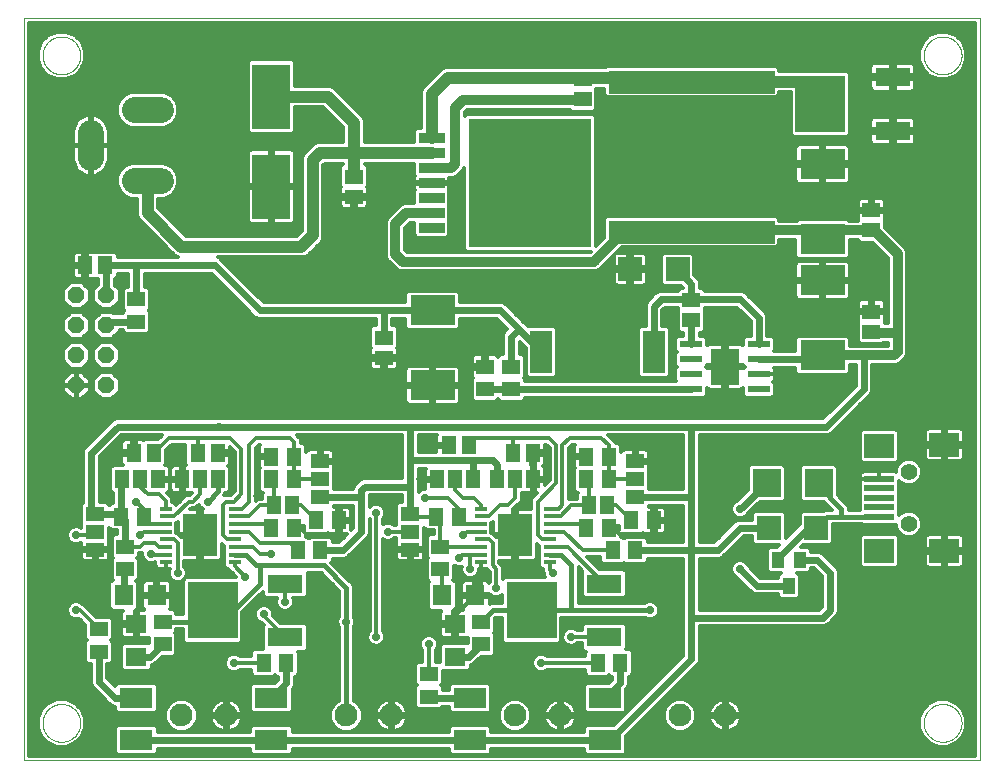
<source format=gtl>
G75*
%MOIN*%
%OFA0B0*%
%FSLAX25Y25*%
%IPPOS*%
%LPD*%
%AMOC8*
5,1,8,0,0,1.08239X$1,22.5*
%
%ADD10C,0.00000*%
%ADD11R,0.06299X0.07087*%
%ADD12R,0.05118X0.05906*%
%ADD13R,0.07087X0.06299*%
%ADD14R,0.05906X0.05118*%
%ADD15R,0.15000X0.10000*%
%ADD16R,0.12598X0.21654*%
%ADD17R,0.11000X0.07000*%
%ADD18R,0.11811X0.06299*%
%ADD19R,0.16500X0.19000*%
%ADD20R,0.07874X0.07874*%
%ADD21R,0.09449X0.09449*%
%ADD22R,0.03900X0.01200*%
%ADD23R,0.11575X0.14094*%
%ADD24R,0.40984X0.42520*%
%ADD25R,0.08504X0.03583*%
%ADD26R,0.07520X0.02402*%
%ADD27R,0.09488X0.12205*%
%ADD28C,0.08600*%
%ADD29C,0.00073*%
%ADD30R,0.07283X0.14016*%
%ADD31R,0.03937X0.05512*%
%ADD32R,0.04600X0.06300*%
%ADD33R,0.06300X0.04600*%
%ADD34C,0.07600*%
%ADD35OC8,0.05600*%
%ADD36C,0.05543*%
%ADD37R,0.09843X0.07874*%
%ADD38R,0.09843X0.01969*%
%ADD39C,0.01200*%
%ADD40C,0.03169*%
%ADD41C,0.03200*%
%ADD42C,0.02400*%
%ADD43C,0.01600*%
%ADD44C,0.02775*%
%ADD45C,0.04000*%
D10*
X0077433Y0110435D02*
X0077433Y0357895D01*
X0396134Y0357895D01*
X0396134Y0110435D01*
X0077433Y0110435D01*
X0083634Y0122935D02*
X0083636Y0123093D01*
X0083642Y0123251D01*
X0083652Y0123409D01*
X0083666Y0123567D01*
X0083684Y0123724D01*
X0083705Y0123881D01*
X0083731Y0124037D01*
X0083761Y0124193D01*
X0083794Y0124348D01*
X0083832Y0124501D01*
X0083873Y0124654D01*
X0083918Y0124806D01*
X0083967Y0124957D01*
X0084020Y0125106D01*
X0084076Y0125254D01*
X0084136Y0125400D01*
X0084200Y0125545D01*
X0084268Y0125688D01*
X0084339Y0125830D01*
X0084413Y0125970D01*
X0084491Y0126107D01*
X0084573Y0126243D01*
X0084657Y0126377D01*
X0084746Y0126508D01*
X0084837Y0126637D01*
X0084932Y0126764D01*
X0085029Y0126889D01*
X0085130Y0127011D01*
X0085234Y0127130D01*
X0085341Y0127247D01*
X0085451Y0127361D01*
X0085564Y0127472D01*
X0085679Y0127581D01*
X0085797Y0127686D01*
X0085918Y0127788D01*
X0086041Y0127888D01*
X0086167Y0127984D01*
X0086295Y0128077D01*
X0086425Y0128167D01*
X0086558Y0128253D01*
X0086693Y0128337D01*
X0086829Y0128416D01*
X0086968Y0128493D01*
X0087109Y0128565D01*
X0087251Y0128635D01*
X0087395Y0128700D01*
X0087541Y0128762D01*
X0087688Y0128820D01*
X0087837Y0128875D01*
X0087987Y0128926D01*
X0088138Y0128973D01*
X0088290Y0129016D01*
X0088443Y0129055D01*
X0088598Y0129091D01*
X0088753Y0129122D01*
X0088909Y0129150D01*
X0089065Y0129174D01*
X0089222Y0129194D01*
X0089380Y0129210D01*
X0089537Y0129222D01*
X0089696Y0129230D01*
X0089854Y0129234D01*
X0090012Y0129234D01*
X0090170Y0129230D01*
X0090329Y0129222D01*
X0090486Y0129210D01*
X0090644Y0129194D01*
X0090801Y0129174D01*
X0090957Y0129150D01*
X0091113Y0129122D01*
X0091268Y0129091D01*
X0091423Y0129055D01*
X0091576Y0129016D01*
X0091728Y0128973D01*
X0091879Y0128926D01*
X0092029Y0128875D01*
X0092178Y0128820D01*
X0092325Y0128762D01*
X0092471Y0128700D01*
X0092615Y0128635D01*
X0092757Y0128565D01*
X0092898Y0128493D01*
X0093037Y0128416D01*
X0093173Y0128337D01*
X0093308Y0128253D01*
X0093441Y0128167D01*
X0093571Y0128077D01*
X0093699Y0127984D01*
X0093825Y0127888D01*
X0093948Y0127788D01*
X0094069Y0127686D01*
X0094187Y0127581D01*
X0094302Y0127472D01*
X0094415Y0127361D01*
X0094525Y0127247D01*
X0094632Y0127130D01*
X0094736Y0127011D01*
X0094837Y0126889D01*
X0094934Y0126764D01*
X0095029Y0126637D01*
X0095120Y0126508D01*
X0095209Y0126377D01*
X0095293Y0126243D01*
X0095375Y0126107D01*
X0095453Y0125970D01*
X0095527Y0125830D01*
X0095598Y0125688D01*
X0095666Y0125545D01*
X0095730Y0125400D01*
X0095790Y0125254D01*
X0095846Y0125106D01*
X0095899Y0124957D01*
X0095948Y0124806D01*
X0095993Y0124654D01*
X0096034Y0124501D01*
X0096072Y0124348D01*
X0096105Y0124193D01*
X0096135Y0124037D01*
X0096161Y0123881D01*
X0096182Y0123724D01*
X0096200Y0123567D01*
X0096214Y0123409D01*
X0096224Y0123251D01*
X0096230Y0123093D01*
X0096232Y0122935D01*
X0096230Y0122777D01*
X0096224Y0122619D01*
X0096214Y0122461D01*
X0096200Y0122303D01*
X0096182Y0122146D01*
X0096161Y0121989D01*
X0096135Y0121833D01*
X0096105Y0121677D01*
X0096072Y0121522D01*
X0096034Y0121369D01*
X0095993Y0121216D01*
X0095948Y0121064D01*
X0095899Y0120913D01*
X0095846Y0120764D01*
X0095790Y0120616D01*
X0095730Y0120470D01*
X0095666Y0120325D01*
X0095598Y0120182D01*
X0095527Y0120040D01*
X0095453Y0119900D01*
X0095375Y0119763D01*
X0095293Y0119627D01*
X0095209Y0119493D01*
X0095120Y0119362D01*
X0095029Y0119233D01*
X0094934Y0119106D01*
X0094837Y0118981D01*
X0094736Y0118859D01*
X0094632Y0118740D01*
X0094525Y0118623D01*
X0094415Y0118509D01*
X0094302Y0118398D01*
X0094187Y0118289D01*
X0094069Y0118184D01*
X0093948Y0118082D01*
X0093825Y0117982D01*
X0093699Y0117886D01*
X0093571Y0117793D01*
X0093441Y0117703D01*
X0093308Y0117617D01*
X0093173Y0117533D01*
X0093037Y0117454D01*
X0092898Y0117377D01*
X0092757Y0117305D01*
X0092615Y0117235D01*
X0092471Y0117170D01*
X0092325Y0117108D01*
X0092178Y0117050D01*
X0092029Y0116995D01*
X0091879Y0116944D01*
X0091728Y0116897D01*
X0091576Y0116854D01*
X0091423Y0116815D01*
X0091268Y0116779D01*
X0091113Y0116748D01*
X0090957Y0116720D01*
X0090801Y0116696D01*
X0090644Y0116676D01*
X0090486Y0116660D01*
X0090329Y0116648D01*
X0090170Y0116640D01*
X0090012Y0116636D01*
X0089854Y0116636D01*
X0089696Y0116640D01*
X0089537Y0116648D01*
X0089380Y0116660D01*
X0089222Y0116676D01*
X0089065Y0116696D01*
X0088909Y0116720D01*
X0088753Y0116748D01*
X0088598Y0116779D01*
X0088443Y0116815D01*
X0088290Y0116854D01*
X0088138Y0116897D01*
X0087987Y0116944D01*
X0087837Y0116995D01*
X0087688Y0117050D01*
X0087541Y0117108D01*
X0087395Y0117170D01*
X0087251Y0117235D01*
X0087109Y0117305D01*
X0086968Y0117377D01*
X0086829Y0117454D01*
X0086693Y0117533D01*
X0086558Y0117617D01*
X0086425Y0117703D01*
X0086295Y0117793D01*
X0086167Y0117886D01*
X0086041Y0117982D01*
X0085918Y0118082D01*
X0085797Y0118184D01*
X0085679Y0118289D01*
X0085564Y0118398D01*
X0085451Y0118509D01*
X0085341Y0118623D01*
X0085234Y0118740D01*
X0085130Y0118859D01*
X0085029Y0118981D01*
X0084932Y0119106D01*
X0084837Y0119233D01*
X0084746Y0119362D01*
X0084657Y0119493D01*
X0084573Y0119627D01*
X0084491Y0119763D01*
X0084413Y0119900D01*
X0084339Y0120040D01*
X0084268Y0120182D01*
X0084200Y0120325D01*
X0084136Y0120470D01*
X0084076Y0120616D01*
X0084020Y0120764D01*
X0083967Y0120913D01*
X0083918Y0121064D01*
X0083873Y0121216D01*
X0083832Y0121369D01*
X0083794Y0121522D01*
X0083761Y0121677D01*
X0083731Y0121833D01*
X0083705Y0121989D01*
X0083684Y0122146D01*
X0083666Y0122303D01*
X0083652Y0122461D01*
X0083642Y0122619D01*
X0083636Y0122777D01*
X0083634Y0122935D01*
X0083634Y0345435D02*
X0083636Y0345593D01*
X0083642Y0345751D01*
X0083652Y0345909D01*
X0083666Y0346067D01*
X0083684Y0346224D01*
X0083705Y0346381D01*
X0083731Y0346537D01*
X0083761Y0346693D01*
X0083794Y0346848D01*
X0083832Y0347001D01*
X0083873Y0347154D01*
X0083918Y0347306D01*
X0083967Y0347457D01*
X0084020Y0347606D01*
X0084076Y0347754D01*
X0084136Y0347900D01*
X0084200Y0348045D01*
X0084268Y0348188D01*
X0084339Y0348330D01*
X0084413Y0348470D01*
X0084491Y0348607D01*
X0084573Y0348743D01*
X0084657Y0348877D01*
X0084746Y0349008D01*
X0084837Y0349137D01*
X0084932Y0349264D01*
X0085029Y0349389D01*
X0085130Y0349511D01*
X0085234Y0349630D01*
X0085341Y0349747D01*
X0085451Y0349861D01*
X0085564Y0349972D01*
X0085679Y0350081D01*
X0085797Y0350186D01*
X0085918Y0350288D01*
X0086041Y0350388D01*
X0086167Y0350484D01*
X0086295Y0350577D01*
X0086425Y0350667D01*
X0086558Y0350753D01*
X0086693Y0350837D01*
X0086829Y0350916D01*
X0086968Y0350993D01*
X0087109Y0351065D01*
X0087251Y0351135D01*
X0087395Y0351200D01*
X0087541Y0351262D01*
X0087688Y0351320D01*
X0087837Y0351375D01*
X0087987Y0351426D01*
X0088138Y0351473D01*
X0088290Y0351516D01*
X0088443Y0351555D01*
X0088598Y0351591D01*
X0088753Y0351622D01*
X0088909Y0351650D01*
X0089065Y0351674D01*
X0089222Y0351694D01*
X0089380Y0351710D01*
X0089537Y0351722D01*
X0089696Y0351730D01*
X0089854Y0351734D01*
X0090012Y0351734D01*
X0090170Y0351730D01*
X0090329Y0351722D01*
X0090486Y0351710D01*
X0090644Y0351694D01*
X0090801Y0351674D01*
X0090957Y0351650D01*
X0091113Y0351622D01*
X0091268Y0351591D01*
X0091423Y0351555D01*
X0091576Y0351516D01*
X0091728Y0351473D01*
X0091879Y0351426D01*
X0092029Y0351375D01*
X0092178Y0351320D01*
X0092325Y0351262D01*
X0092471Y0351200D01*
X0092615Y0351135D01*
X0092757Y0351065D01*
X0092898Y0350993D01*
X0093037Y0350916D01*
X0093173Y0350837D01*
X0093308Y0350753D01*
X0093441Y0350667D01*
X0093571Y0350577D01*
X0093699Y0350484D01*
X0093825Y0350388D01*
X0093948Y0350288D01*
X0094069Y0350186D01*
X0094187Y0350081D01*
X0094302Y0349972D01*
X0094415Y0349861D01*
X0094525Y0349747D01*
X0094632Y0349630D01*
X0094736Y0349511D01*
X0094837Y0349389D01*
X0094934Y0349264D01*
X0095029Y0349137D01*
X0095120Y0349008D01*
X0095209Y0348877D01*
X0095293Y0348743D01*
X0095375Y0348607D01*
X0095453Y0348470D01*
X0095527Y0348330D01*
X0095598Y0348188D01*
X0095666Y0348045D01*
X0095730Y0347900D01*
X0095790Y0347754D01*
X0095846Y0347606D01*
X0095899Y0347457D01*
X0095948Y0347306D01*
X0095993Y0347154D01*
X0096034Y0347001D01*
X0096072Y0346848D01*
X0096105Y0346693D01*
X0096135Y0346537D01*
X0096161Y0346381D01*
X0096182Y0346224D01*
X0096200Y0346067D01*
X0096214Y0345909D01*
X0096224Y0345751D01*
X0096230Y0345593D01*
X0096232Y0345435D01*
X0096230Y0345277D01*
X0096224Y0345119D01*
X0096214Y0344961D01*
X0096200Y0344803D01*
X0096182Y0344646D01*
X0096161Y0344489D01*
X0096135Y0344333D01*
X0096105Y0344177D01*
X0096072Y0344022D01*
X0096034Y0343869D01*
X0095993Y0343716D01*
X0095948Y0343564D01*
X0095899Y0343413D01*
X0095846Y0343264D01*
X0095790Y0343116D01*
X0095730Y0342970D01*
X0095666Y0342825D01*
X0095598Y0342682D01*
X0095527Y0342540D01*
X0095453Y0342400D01*
X0095375Y0342263D01*
X0095293Y0342127D01*
X0095209Y0341993D01*
X0095120Y0341862D01*
X0095029Y0341733D01*
X0094934Y0341606D01*
X0094837Y0341481D01*
X0094736Y0341359D01*
X0094632Y0341240D01*
X0094525Y0341123D01*
X0094415Y0341009D01*
X0094302Y0340898D01*
X0094187Y0340789D01*
X0094069Y0340684D01*
X0093948Y0340582D01*
X0093825Y0340482D01*
X0093699Y0340386D01*
X0093571Y0340293D01*
X0093441Y0340203D01*
X0093308Y0340117D01*
X0093173Y0340033D01*
X0093037Y0339954D01*
X0092898Y0339877D01*
X0092757Y0339805D01*
X0092615Y0339735D01*
X0092471Y0339670D01*
X0092325Y0339608D01*
X0092178Y0339550D01*
X0092029Y0339495D01*
X0091879Y0339444D01*
X0091728Y0339397D01*
X0091576Y0339354D01*
X0091423Y0339315D01*
X0091268Y0339279D01*
X0091113Y0339248D01*
X0090957Y0339220D01*
X0090801Y0339196D01*
X0090644Y0339176D01*
X0090486Y0339160D01*
X0090329Y0339148D01*
X0090170Y0339140D01*
X0090012Y0339136D01*
X0089854Y0339136D01*
X0089696Y0339140D01*
X0089537Y0339148D01*
X0089380Y0339160D01*
X0089222Y0339176D01*
X0089065Y0339196D01*
X0088909Y0339220D01*
X0088753Y0339248D01*
X0088598Y0339279D01*
X0088443Y0339315D01*
X0088290Y0339354D01*
X0088138Y0339397D01*
X0087987Y0339444D01*
X0087837Y0339495D01*
X0087688Y0339550D01*
X0087541Y0339608D01*
X0087395Y0339670D01*
X0087251Y0339735D01*
X0087109Y0339805D01*
X0086968Y0339877D01*
X0086829Y0339954D01*
X0086693Y0340033D01*
X0086558Y0340117D01*
X0086425Y0340203D01*
X0086295Y0340293D01*
X0086167Y0340386D01*
X0086041Y0340482D01*
X0085918Y0340582D01*
X0085797Y0340684D01*
X0085679Y0340789D01*
X0085564Y0340898D01*
X0085451Y0341009D01*
X0085341Y0341123D01*
X0085234Y0341240D01*
X0085130Y0341359D01*
X0085029Y0341481D01*
X0084932Y0341606D01*
X0084837Y0341733D01*
X0084746Y0341862D01*
X0084657Y0341993D01*
X0084573Y0342127D01*
X0084491Y0342263D01*
X0084413Y0342400D01*
X0084339Y0342540D01*
X0084268Y0342682D01*
X0084200Y0342825D01*
X0084136Y0342970D01*
X0084076Y0343116D01*
X0084020Y0343264D01*
X0083967Y0343413D01*
X0083918Y0343564D01*
X0083873Y0343716D01*
X0083832Y0343869D01*
X0083794Y0344022D01*
X0083761Y0344177D01*
X0083731Y0344333D01*
X0083705Y0344489D01*
X0083684Y0344646D01*
X0083666Y0344803D01*
X0083652Y0344961D01*
X0083642Y0345119D01*
X0083636Y0345277D01*
X0083634Y0345435D01*
X0377384Y0345435D02*
X0377386Y0345593D01*
X0377392Y0345751D01*
X0377402Y0345909D01*
X0377416Y0346067D01*
X0377434Y0346224D01*
X0377455Y0346381D01*
X0377481Y0346537D01*
X0377511Y0346693D01*
X0377544Y0346848D01*
X0377582Y0347001D01*
X0377623Y0347154D01*
X0377668Y0347306D01*
X0377717Y0347457D01*
X0377770Y0347606D01*
X0377826Y0347754D01*
X0377886Y0347900D01*
X0377950Y0348045D01*
X0378018Y0348188D01*
X0378089Y0348330D01*
X0378163Y0348470D01*
X0378241Y0348607D01*
X0378323Y0348743D01*
X0378407Y0348877D01*
X0378496Y0349008D01*
X0378587Y0349137D01*
X0378682Y0349264D01*
X0378779Y0349389D01*
X0378880Y0349511D01*
X0378984Y0349630D01*
X0379091Y0349747D01*
X0379201Y0349861D01*
X0379314Y0349972D01*
X0379429Y0350081D01*
X0379547Y0350186D01*
X0379668Y0350288D01*
X0379791Y0350388D01*
X0379917Y0350484D01*
X0380045Y0350577D01*
X0380175Y0350667D01*
X0380308Y0350753D01*
X0380443Y0350837D01*
X0380579Y0350916D01*
X0380718Y0350993D01*
X0380859Y0351065D01*
X0381001Y0351135D01*
X0381145Y0351200D01*
X0381291Y0351262D01*
X0381438Y0351320D01*
X0381587Y0351375D01*
X0381737Y0351426D01*
X0381888Y0351473D01*
X0382040Y0351516D01*
X0382193Y0351555D01*
X0382348Y0351591D01*
X0382503Y0351622D01*
X0382659Y0351650D01*
X0382815Y0351674D01*
X0382972Y0351694D01*
X0383130Y0351710D01*
X0383287Y0351722D01*
X0383446Y0351730D01*
X0383604Y0351734D01*
X0383762Y0351734D01*
X0383920Y0351730D01*
X0384079Y0351722D01*
X0384236Y0351710D01*
X0384394Y0351694D01*
X0384551Y0351674D01*
X0384707Y0351650D01*
X0384863Y0351622D01*
X0385018Y0351591D01*
X0385173Y0351555D01*
X0385326Y0351516D01*
X0385478Y0351473D01*
X0385629Y0351426D01*
X0385779Y0351375D01*
X0385928Y0351320D01*
X0386075Y0351262D01*
X0386221Y0351200D01*
X0386365Y0351135D01*
X0386507Y0351065D01*
X0386648Y0350993D01*
X0386787Y0350916D01*
X0386923Y0350837D01*
X0387058Y0350753D01*
X0387191Y0350667D01*
X0387321Y0350577D01*
X0387449Y0350484D01*
X0387575Y0350388D01*
X0387698Y0350288D01*
X0387819Y0350186D01*
X0387937Y0350081D01*
X0388052Y0349972D01*
X0388165Y0349861D01*
X0388275Y0349747D01*
X0388382Y0349630D01*
X0388486Y0349511D01*
X0388587Y0349389D01*
X0388684Y0349264D01*
X0388779Y0349137D01*
X0388870Y0349008D01*
X0388959Y0348877D01*
X0389043Y0348743D01*
X0389125Y0348607D01*
X0389203Y0348470D01*
X0389277Y0348330D01*
X0389348Y0348188D01*
X0389416Y0348045D01*
X0389480Y0347900D01*
X0389540Y0347754D01*
X0389596Y0347606D01*
X0389649Y0347457D01*
X0389698Y0347306D01*
X0389743Y0347154D01*
X0389784Y0347001D01*
X0389822Y0346848D01*
X0389855Y0346693D01*
X0389885Y0346537D01*
X0389911Y0346381D01*
X0389932Y0346224D01*
X0389950Y0346067D01*
X0389964Y0345909D01*
X0389974Y0345751D01*
X0389980Y0345593D01*
X0389982Y0345435D01*
X0389980Y0345277D01*
X0389974Y0345119D01*
X0389964Y0344961D01*
X0389950Y0344803D01*
X0389932Y0344646D01*
X0389911Y0344489D01*
X0389885Y0344333D01*
X0389855Y0344177D01*
X0389822Y0344022D01*
X0389784Y0343869D01*
X0389743Y0343716D01*
X0389698Y0343564D01*
X0389649Y0343413D01*
X0389596Y0343264D01*
X0389540Y0343116D01*
X0389480Y0342970D01*
X0389416Y0342825D01*
X0389348Y0342682D01*
X0389277Y0342540D01*
X0389203Y0342400D01*
X0389125Y0342263D01*
X0389043Y0342127D01*
X0388959Y0341993D01*
X0388870Y0341862D01*
X0388779Y0341733D01*
X0388684Y0341606D01*
X0388587Y0341481D01*
X0388486Y0341359D01*
X0388382Y0341240D01*
X0388275Y0341123D01*
X0388165Y0341009D01*
X0388052Y0340898D01*
X0387937Y0340789D01*
X0387819Y0340684D01*
X0387698Y0340582D01*
X0387575Y0340482D01*
X0387449Y0340386D01*
X0387321Y0340293D01*
X0387191Y0340203D01*
X0387058Y0340117D01*
X0386923Y0340033D01*
X0386787Y0339954D01*
X0386648Y0339877D01*
X0386507Y0339805D01*
X0386365Y0339735D01*
X0386221Y0339670D01*
X0386075Y0339608D01*
X0385928Y0339550D01*
X0385779Y0339495D01*
X0385629Y0339444D01*
X0385478Y0339397D01*
X0385326Y0339354D01*
X0385173Y0339315D01*
X0385018Y0339279D01*
X0384863Y0339248D01*
X0384707Y0339220D01*
X0384551Y0339196D01*
X0384394Y0339176D01*
X0384236Y0339160D01*
X0384079Y0339148D01*
X0383920Y0339140D01*
X0383762Y0339136D01*
X0383604Y0339136D01*
X0383446Y0339140D01*
X0383287Y0339148D01*
X0383130Y0339160D01*
X0382972Y0339176D01*
X0382815Y0339196D01*
X0382659Y0339220D01*
X0382503Y0339248D01*
X0382348Y0339279D01*
X0382193Y0339315D01*
X0382040Y0339354D01*
X0381888Y0339397D01*
X0381737Y0339444D01*
X0381587Y0339495D01*
X0381438Y0339550D01*
X0381291Y0339608D01*
X0381145Y0339670D01*
X0381001Y0339735D01*
X0380859Y0339805D01*
X0380718Y0339877D01*
X0380579Y0339954D01*
X0380443Y0340033D01*
X0380308Y0340117D01*
X0380175Y0340203D01*
X0380045Y0340293D01*
X0379917Y0340386D01*
X0379791Y0340482D01*
X0379668Y0340582D01*
X0379547Y0340684D01*
X0379429Y0340789D01*
X0379314Y0340898D01*
X0379201Y0341009D01*
X0379091Y0341123D01*
X0378984Y0341240D01*
X0378880Y0341359D01*
X0378779Y0341481D01*
X0378682Y0341606D01*
X0378587Y0341733D01*
X0378496Y0341862D01*
X0378407Y0341993D01*
X0378323Y0342127D01*
X0378241Y0342263D01*
X0378163Y0342400D01*
X0378089Y0342540D01*
X0378018Y0342682D01*
X0377950Y0342825D01*
X0377886Y0342970D01*
X0377826Y0343116D01*
X0377770Y0343264D01*
X0377717Y0343413D01*
X0377668Y0343564D01*
X0377623Y0343716D01*
X0377582Y0343869D01*
X0377544Y0344022D01*
X0377511Y0344177D01*
X0377481Y0344333D01*
X0377455Y0344489D01*
X0377434Y0344646D01*
X0377416Y0344803D01*
X0377402Y0344961D01*
X0377392Y0345119D01*
X0377386Y0345277D01*
X0377384Y0345435D01*
X0377384Y0122935D02*
X0377386Y0123093D01*
X0377392Y0123251D01*
X0377402Y0123409D01*
X0377416Y0123567D01*
X0377434Y0123724D01*
X0377455Y0123881D01*
X0377481Y0124037D01*
X0377511Y0124193D01*
X0377544Y0124348D01*
X0377582Y0124501D01*
X0377623Y0124654D01*
X0377668Y0124806D01*
X0377717Y0124957D01*
X0377770Y0125106D01*
X0377826Y0125254D01*
X0377886Y0125400D01*
X0377950Y0125545D01*
X0378018Y0125688D01*
X0378089Y0125830D01*
X0378163Y0125970D01*
X0378241Y0126107D01*
X0378323Y0126243D01*
X0378407Y0126377D01*
X0378496Y0126508D01*
X0378587Y0126637D01*
X0378682Y0126764D01*
X0378779Y0126889D01*
X0378880Y0127011D01*
X0378984Y0127130D01*
X0379091Y0127247D01*
X0379201Y0127361D01*
X0379314Y0127472D01*
X0379429Y0127581D01*
X0379547Y0127686D01*
X0379668Y0127788D01*
X0379791Y0127888D01*
X0379917Y0127984D01*
X0380045Y0128077D01*
X0380175Y0128167D01*
X0380308Y0128253D01*
X0380443Y0128337D01*
X0380579Y0128416D01*
X0380718Y0128493D01*
X0380859Y0128565D01*
X0381001Y0128635D01*
X0381145Y0128700D01*
X0381291Y0128762D01*
X0381438Y0128820D01*
X0381587Y0128875D01*
X0381737Y0128926D01*
X0381888Y0128973D01*
X0382040Y0129016D01*
X0382193Y0129055D01*
X0382348Y0129091D01*
X0382503Y0129122D01*
X0382659Y0129150D01*
X0382815Y0129174D01*
X0382972Y0129194D01*
X0383130Y0129210D01*
X0383287Y0129222D01*
X0383446Y0129230D01*
X0383604Y0129234D01*
X0383762Y0129234D01*
X0383920Y0129230D01*
X0384079Y0129222D01*
X0384236Y0129210D01*
X0384394Y0129194D01*
X0384551Y0129174D01*
X0384707Y0129150D01*
X0384863Y0129122D01*
X0385018Y0129091D01*
X0385173Y0129055D01*
X0385326Y0129016D01*
X0385478Y0128973D01*
X0385629Y0128926D01*
X0385779Y0128875D01*
X0385928Y0128820D01*
X0386075Y0128762D01*
X0386221Y0128700D01*
X0386365Y0128635D01*
X0386507Y0128565D01*
X0386648Y0128493D01*
X0386787Y0128416D01*
X0386923Y0128337D01*
X0387058Y0128253D01*
X0387191Y0128167D01*
X0387321Y0128077D01*
X0387449Y0127984D01*
X0387575Y0127888D01*
X0387698Y0127788D01*
X0387819Y0127686D01*
X0387937Y0127581D01*
X0388052Y0127472D01*
X0388165Y0127361D01*
X0388275Y0127247D01*
X0388382Y0127130D01*
X0388486Y0127011D01*
X0388587Y0126889D01*
X0388684Y0126764D01*
X0388779Y0126637D01*
X0388870Y0126508D01*
X0388959Y0126377D01*
X0389043Y0126243D01*
X0389125Y0126107D01*
X0389203Y0125970D01*
X0389277Y0125830D01*
X0389348Y0125688D01*
X0389416Y0125545D01*
X0389480Y0125400D01*
X0389540Y0125254D01*
X0389596Y0125106D01*
X0389649Y0124957D01*
X0389698Y0124806D01*
X0389743Y0124654D01*
X0389784Y0124501D01*
X0389822Y0124348D01*
X0389855Y0124193D01*
X0389885Y0124037D01*
X0389911Y0123881D01*
X0389932Y0123724D01*
X0389950Y0123567D01*
X0389964Y0123409D01*
X0389974Y0123251D01*
X0389980Y0123093D01*
X0389982Y0122935D01*
X0389980Y0122777D01*
X0389974Y0122619D01*
X0389964Y0122461D01*
X0389950Y0122303D01*
X0389932Y0122146D01*
X0389911Y0121989D01*
X0389885Y0121833D01*
X0389855Y0121677D01*
X0389822Y0121522D01*
X0389784Y0121369D01*
X0389743Y0121216D01*
X0389698Y0121064D01*
X0389649Y0120913D01*
X0389596Y0120764D01*
X0389540Y0120616D01*
X0389480Y0120470D01*
X0389416Y0120325D01*
X0389348Y0120182D01*
X0389277Y0120040D01*
X0389203Y0119900D01*
X0389125Y0119763D01*
X0389043Y0119627D01*
X0388959Y0119493D01*
X0388870Y0119362D01*
X0388779Y0119233D01*
X0388684Y0119106D01*
X0388587Y0118981D01*
X0388486Y0118859D01*
X0388382Y0118740D01*
X0388275Y0118623D01*
X0388165Y0118509D01*
X0388052Y0118398D01*
X0387937Y0118289D01*
X0387819Y0118184D01*
X0387698Y0118082D01*
X0387575Y0117982D01*
X0387449Y0117886D01*
X0387321Y0117793D01*
X0387191Y0117703D01*
X0387058Y0117617D01*
X0386923Y0117533D01*
X0386787Y0117454D01*
X0386648Y0117377D01*
X0386507Y0117305D01*
X0386365Y0117235D01*
X0386221Y0117170D01*
X0386075Y0117108D01*
X0385928Y0117050D01*
X0385779Y0116995D01*
X0385629Y0116944D01*
X0385478Y0116897D01*
X0385326Y0116854D01*
X0385173Y0116815D01*
X0385018Y0116779D01*
X0384863Y0116748D01*
X0384707Y0116720D01*
X0384551Y0116696D01*
X0384394Y0116676D01*
X0384236Y0116660D01*
X0384079Y0116648D01*
X0383920Y0116640D01*
X0383762Y0116636D01*
X0383604Y0116636D01*
X0383446Y0116640D01*
X0383287Y0116648D01*
X0383130Y0116660D01*
X0382972Y0116676D01*
X0382815Y0116696D01*
X0382659Y0116720D01*
X0382503Y0116748D01*
X0382348Y0116779D01*
X0382193Y0116815D01*
X0382040Y0116854D01*
X0381888Y0116897D01*
X0381737Y0116944D01*
X0381587Y0116995D01*
X0381438Y0117050D01*
X0381291Y0117108D01*
X0381145Y0117170D01*
X0381001Y0117235D01*
X0380859Y0117305D01*
X0380718Y0117377D01*
X0380579Y0117454D01*
X0380443Y0117533D01*
X0380308Y0117617D01*
X0380175Y0117703D01*
X0380045Y0117793D01*
X0379917Y0117886D01*
X0379791Y0117982D01*
X0379668Y0118082D01*
X0379547Y0118184D01*
X0379429Y0118289D01*
X0379314Y0118398D01*
X0379201Y0118509D01*
X0379091Y0118623D01*
X0378984Y0118740D01*
X0378880Y0118859D01*
X0378779Y0118981D01*
X0378682Y0119106D01*
X0378587Y0119233D01*
X0378496Y0119362D01*
X0378407Y0119493D01*
X0378323Y0119627D01*
X0378241Y0119763D01*
X0378163Y0119900D01*
X0378089Y0120040D01*
X0378018Y0120182D01*
X0377950Y0120325D01*
X0377886Y0120470D01*
X0377826Y0120616D01*
X0377770Y0120764D01*
X0377717Y0120913D01*
X0377668Y0121064D01*
X0377623Y0121216D01*
X0377582Y0121369D01*
X0377544Y0121522D01*
X0377511Y0121677D01*
X0377481Y0121833D01*
X0377455Y0121989D01*
X0377434Y0122146D01*
X0377416Y0122303D01*
X0377402Y0122461D01*
X0377392Y0122619D01*
X0377386Y0122777D01*
X0377384Y0122935D01*
D11*
X0227945Y0165435D03*
X0216922Y0165435D03*
X0121695Y0165435D03*
X0110672Y0165435D03*
D12*
X0109943Y0191685D03*
X0117423Y0191685D03*
X0114087Y0212935D03*
X0120780Y0212935D03*
X0135337Y0212935D03*
X0142030Y0212935D03*
X0159943Y0211685D03*
X0167423Y0211685D03*
X0167423Y0204185D03*
X0159943Y0204185D03*
X0159943Y0187935D03*
X0167423Y0187935D03*
X0174943Y0190435D03*
X0182423Y0190435D03*
X0176173Y0180435D03*
X0168693Y0180435D03*
X0164923Y0142935D03*
X0157443Y0142935D03*
X0214943Y0191685D03*
X0222423Y0191685D03*
X0219087Y0215435D03*
X0225780Y0215435D03*
X0240337Y0212935D03*
X0247030Y0212935D03*
X0264943Y0211685D03*
X0272423Y0211685D03*
X0272423Y0204185D03*
X0264943Y0204185D03*
X0264943Y0187935D03*
X0272423Y0187935D03*
X0273693Y0180435D03*
X0281173Y0180435D03*
X0279943Y0190435D03*
X0287423Y0190435D03*
X0276173Y0142935D03*
X0268693Y0142935D03*
X0104530Y0275435D03*
X0097837Y0275435D03*
D13*
X0114933Y0155946D03*
X0114933Y0144923D03*
X0221183Y0144923D03*
X0221183Y0155946D03*
D14*
X0229933Y0156675D03*
X0229933Y0149194D03*
X0212433Y0139175D03*
X0212433Y0131694D03*
X0216183Y0174194D03*
X0216183Y0181675D03*
X0231183Y0234194D03*
X0231183Y0241675D03*
X0239933Y0241675D03*
X0239933Y0234194D03*
X0197433Y0244588D03*
X0197433Y0251281D03*
X0187433Y0298338D03*
X0187433Y0305031D03*
X0263683Y0330838D03*
X0263683Y0337531D03*
X0299933Y0263781D03*
X0299933Y0257088D03*
X0359933Y0260031D03*
X0359933Y0253338D03*
X0359933Y0287088D03*
X0359933Y0293781D03*
X0123683Y0156675D03*
X0123683Y0149194D03*
X0102433Y0146694D03*
X0102433Y0154175D03*
X0111183Y0174194D03*
X0111183Y0181675D03*
X0114933Y0256694D03*
X0114933Y0264175D03*
D15*
X0213683Y0260435D03*
X0213683Y0235435D03*
X0343683Y0245435D03*
X0343683Y0270435D03*
X0343683Y0284185D03*
X0343683Y0309185D03*
D16*
X0159933Y0301685D03*
X0159933Y0331685D03*
D17*
X0159933Y0131185D03*
X0159933Y0117185D03*
X0114933Y0117185D03*
X0114933Y0131185D03*
X0226183Y0131185D03*
X0226183Y0117185D03*
X0271183Y0117185D03*
X0271183Y0131185D03*
D18*
X0270839Y0151458D03*
X0270839Y0169411D03*
X0164589Y0169411D03*
X0164589Y0151458D03*
X0367089Y0320208D03*
X0367089Y0338161D03*
D19*
X0342931Y0329185D03*
X0246681Y0160435D03*
X0140431Y0160435D03*
D20*
X0279559Y0274185D03*
X0295307Y0274185D03*
X0325809Y0187935D03*
X0341557Y0187935D03*
D21*
X0342345Y0202935D03*
X0325022Y0202935D03*
D22*
X0252671Y0194391D03*
X0252671Y0191832D03*
X0252671Y0189273D03*
X0252671Y0186714D03*
X0252671Y0184155D03*
X0252671Y0181596D03*
X0252671Y0179037D03*
X0252671Y0176478D03*
X0229696Y0176478D03*
X0229696Y0179037D03*
X0229696Y0181596D03*
X0229696Y0184155D03*
X0229696Y0186714D03*
X0229696Y0189273D03*
X0229696Y0191832D03*
X0229696Y0194391D03*
X0147671Y0194391D03*
X0147671Y0191832D03*
X0147671Y0189273D03*
X0147671Y0186714D03*
X0147671Y0184155D03*
X0147671Y0181596D03*
X0147671Y0179037D03*
X0147671Y0176478D03*
X0124696Y0176478D03*
X0124696Y0179037D03*
X0124696Y0181596D03*
X0124696Y0184155D03*
X0124696Y0186714D03*
X0124696Y0189273D03*
X0124696Y0191832D03*
X0124696Y0194391D03*
D23*
X0136183Y0185435D03*
X0241183Y0185435D03*
D24*
X0246183Y0302935D03*
D25*
X0213427Y0302935D03*
X0213427Y0307935D03*
X0213427Y0312935D03*
X0213427Y0317935D03*
X0213427Y0297935D03*
X0213427Y0292935D03*
X0213427Y0287935D03*
D26*
X0299933Y0249185D03*
X0299933Y0244185D03*
X0299933Y0239185D03*
X0299933Y0234185D03*
X0322433Y0234185D03*
X0322433Y0239185D03*
X0322433Y0244185D03*
X0322433Y0249185D03*
D27*
X0311183Y0241685D03*
D28*
X0122983Y0303624D02*
X0114383Y0303624D01*
X0099786Y0311135D02*
X0099786Y0319735D01*
X0114383Y0327246D02*
X0122983Y0327246D01*
D29*
X0327456Y0333060D02*
X0327456Y0340310D01*
X0327456Y0333060D02*
X0272410Y0333060D01*
X0272410Y0340310D01*
X0327456Y0340310D01*
X0327456Y0333132D02*
X0272410Y0333132D01*
X0272410Y0333204D02*
X0327456Y0333204D01*
X0327456Y0333276D02*
X0272410Y0333276D01*
X0272410Y0333348D02*
X0327456Y0333348D01*
X0327456Y0333420D02*
X0272410Y0333420D01*
X0272410Y0333492D02*
X0327456Y0333492D01*
X0327456Y0333564D02*
X0272410Y0333564D01*
X0272410Y0333636D02*
X0327456Y0333636D01*
X0327456Y0333708D02*
X0272410Y0333708D01*
X0272410Y0333780D02*
X0327456Y0333780D01*
X0327456Y0333852D02*
X0272410Y0333852D01*
X0272410Y0333924D02*
X0327456Y0333924D01*
X0327456Y0333996D02*
X0272410Y0333996D01*
X0272410Y0334068D02*
X0327456Y0334068D01*
X0327456Y0334140D02*
X0272410Y0334140D01*
X0272410Y0334212D02*
X0327456Y0334212D01*
X0327456Y0334284D02*
X0272410Y0334284D01*
X0272410Y0334356D02*
X0327456Y0334356D01*
X0327456Y0334428D02*
X0272410Y0334428D01*
X0272410Y0334500D02*
X0327456Y0334500D01*
X0327456Y0334572D02*
X0272410Y0334572D01*
X0272410Y0334644D02*
X0327456Y0334644D01*
X0327456Y0334716D02*
X0272410Y0334716D01*
X0272410Y0334788D02*
X0327456Y0334788D01*
X0327456Y0334860D02*
X0272410Y0334860D01*
X0272410Y0334932D02*
X0327456Y0334932D01*
X0327456Y0335004D02*
X0272410Y0335004D01*
X0272410Y0335076D02*
X0327456Y0335076D01*
X0327456Y0335148D02*
X0272410Y0335148D01*
X0272410Y0335220D02*
X0327456Y0335220D01*
X0327456Y0335292D02*
X0272410Y0335292D01*
X0272410Y0335364D02*
X0327456Y0335364D01*
X0327456Y0335436D02*
X0272410Y0335436D01*
X0272410Y0335508D02*
X0327456Y0335508D01*
X0327456Y0335580D02*
X0272410Y0335580D01*
X0272410Y0335652D02*
X0327456Y0335652D01*
X0327456Y0335724D02*
X0272410Y0335724D01*
X0272410Y0335796D02*
X0327456Y0335796D01*
X0327456Y0335868D02*
X0272410Y0335868D01*
X0272410Y0335940D02*
X0327456Y0335940D01*
X0327456Y0336012D02*
X0272410Y0336012D01*
X0272410Y0336084D02*
X0327456Y0336084D01*
X0327456Y0336156D02*
X0272410Y0336156D01*
X0272410Y0336228D02*
X0327456Y0336228D01*
X0327456Y0336300D02*
X0272410Y0336300D01*
X0272410Y0336372D02*
X0327456Y0336372D01*
X0327456Y0336444D02*
X0272410Y0336444D01*
X0272410Y0336516D02*
X0327456Y0336516D01*
X0327456Y0336588D02*
X0272410Y0336588D01*
X0272410Y0336660D02*
X0327456Y0336660D01*
X0327456Y0336732D02*
X0272410Y0336732D01*
X0272410Y0336804D02*
X0327456Y0336804D01*
X0327456Y0336876D02*
X0272410Y0336876D01*
X0272410Y0336948D02*
X0327456Y0336948D01*
X0327456Y0337020D02*
X0272410Y0337020D01*
X0272410Y0337092D02*
X0327456Y0337092D01*
X0327456Y0337164D02*
X0272410Y0337164D01*
X0272410Y0337236D02*
X0327456Y0337236D01*
X0327456Y0337308D02*
X0272410Y0337308D01*
X0272410Y0337380D02*
X0327456Y0337380D01*
X0327456Y0337452D02*
X0272410Y0337452D01*
X0272410Y0337524D02*
X0327456Y0337524D01*
X0327456Y0337596D02*
X0272410Y0337596D01*
X0272410Y0337668D02*
X0327456Y0337668D01*
X0327456Y0337740D02*
X0272410Y0337740D01*
X0272410Y0337812D02*
X0327456Y0337812D01*
X0327456Y0337884D02*
X0272410Y0337884D01*
X0272410Y0337956D02*
X0327456Y0337956D01*
X0327456Y0338028D02*
X0272410Y0338028D01*
X0272410Y0338100D02*
X0327456Y0338100D01*
X0327456Y0338172D02*
X0272410Y0338172D01*
X0272410Y0338244D02*
X0327456Y0338244D01*
X0327456Y0338316D02*
X0272410Y0338316D01*
X0272410Y0338388D02*
X0327456Y0338388D01*
X0327456Y0338460D02*
X0272410Y0338460D01*
X0272410Y0338532D02*
X0327456Y0338532D01*
X0327456Y0338604D02*
X0272410Y0338604D01*
X0272410Y0338676D02*
X0327456Y0338676D01*
X0327456Y0338748D02*
X0272410Y0338748D01*
X0272410Y0338820D02*
X0327456Y0338820D01*
X0327456Y0338892D02*
X0272410Y0338892D01*
X0272410Y0338964D02*
X0327456Y0338964D01*
X0327456Y0339036D02*
X0272410Y0339036D01*
X0272410Y0339108D02*
X0327456Y0339108D01*
X0327456Y0339180D02*
X0272410Y0339180D01*
X0272410Y0339252D02*
X0327456Y0339252D01*
X0327456Y0339324D02*
X0272410Y0339324D01*
X0272410Y0339396D02*
X0327456Y0339396D01*
X0327456Y0339468D02*
X0272410Y0339468D01*
X0272410Y0339540D02*
X0327456Y0339540D01*
X0327456Y0339612D02*
X0272410Y0339612D01*
X0272410Y0339684D02*
X0327456Y0339684D01*
X0327456Y0339756D02*
X0272410Y0339756D01*
X0272410Y0339828D02*
X0327456Y0339828D01*
X0327456Y0339900D02*
X0272410Y0339900D01*
X0272410Y0339972D02*
X0327456Y0339972D01*
X0327456Y0340044D02*
X0272410Y0340044D01*
X0272410Y0340116D02*
X0327456Y0340116D01*
X0327456Y0340188D02*
X0272410Y0340188D01*
X0272410Y0340260D02*
X0327456Y0340260D01*
X0327456Y0290310D02*
X0327456Y0283060D01*
X0272410Y0283060D01*
X0272410Y0290310D01*
X0327456Y0290310D01*
X0327456Y0283132D02*
X0272410Y0283132D01*
X0272410Y0283204D02*
X0327456Y0283204D01*
X0327456Y0283276D02*
X0272410Y0283276D01*
X0272410Y0283348D02*
X0327456Y0283348D01*
X0327456Y0283420D02*
X0272410Y0283420D01*
X0272410Y0283492D02*
X0327456Y0283492D01*
X0327456Y0283564D02*
X0272410Y0283564D01*
X0272410Y0283636D02*
X0327456Y0283636D01*
X0327456Y0283708D02*
X0272410Y0283708D01*
X0272410Y0283780D02*
X0327456Y0283780D01*
X0327456Y0283852D02*
X0272410Y0283852D01*
X0272410Y0283924D02*
X0327456Y0283924D01*
X0327456Y0283996D02*
X0272410Y0283996D01*
X0272410Y0284068D02*
X0327456Y0284068D01*
X0327456Y0284140D02*
X0272410Y0284140D01*
X0272410Y0284212D02*
X0327456Y0284212D01*
X0327456Y0284284D02*
X0272410Y0284284D01*
X0272410Y0284356D02*
X0327456Y0284356D01*
X0327456Y0284428D02*
X0272410Y0284428D01*
X0272410Y0284500D02*
X0327456Y0284500D01*
X0327456Y0284572D02*
X0272410Y0284572D01*
X0272410Y0284644D02*
X0327456Y0284644D01*
X0327456Y0284716D02*
X0272410Y0284716D01*
X0272410Y0284788D02*
X0327456Y0284788D01*
X0327456Y0284860D02*
X0272410Y0284860D01*
X0272410Y0284932D02*
X0327456Y0284932D01*
X0327456Y0285004D02*
X0272410Y0285004D01*
X0272410Y0285076D02*
X0327456Y0285076D01*
X0327456Y0285148D02*
X0272410Y0285148D01*
X0272410Y0285220D02*
X0327456Y0285220D01*
X0327456Y0285292D02*
X0272410Y0285292D01*
X0272410Y0285364D02*
X0327456Y0285364D01*
X0327456Y0285436D02*
X0272410Y0285436D01*
X0272410Y0285508D02*
X0327456Y0285508D01*
X0327456Y0285580D02*
X0272410Y0285580D01*
X0272410Y0285652D02*
X0327456Y0285652D01*
X0327456Y0285724D02*
X0272410Y0285724D01*
X0272410Y0285796D02*
X0327456Y0285796D01*
X0327456Y0285868D02*
X0272410Y0285868D01*
X0272410Y0285940D02*
X0327456Y0285940D01*
X0327456Y0286012D02*
X0272410Y0286012D01*
X0272410Y0286084D02*
X0327456Y0286084D01*
X0327456Y0286156D02*
X0272410Y0286156D01*
X0272410Y0286228D02*
X0327456Y0286228D01*
X0327456Y0286300D02*
X0272410Y0286300D01*
X0272410Y0286372D02*
X0327456Y0286372D01*
X0327456Y0286444D02*
X0272410Y0286444D01*
X0272410Y0286516D02*
X0327456Y0286516D01*
X0327456Y0286588D02*
X0272410Y0286588D01*
X0272410Y0286660D02*
X0327456Y0286660D01*
X0327456Y0286732D02*
X0272410Y0286732D01*
X0272410Y0286804D02*
X0327456Y0286804D01*
X0327456Y0286876D02*
X0272410Y0286876D01*
X0272410Y0286948D02*
X0327456Y0286948D01*
X0327456Y0287020D02*
X0272410Y0287020D01*
X0272410Y0287092D02*
X0327456Y0287092D01*
X0327456Y0287164D02*
X0272410Y0287164D01*
X0272410Y0287236D02*
X0327456Y0287236D01*
X0327456Y0287308D02*
X0272410Y0287308D01*
X0272410Y0287380D02*
X0327456Y0287380D01*
X0327456Y0287452D02*
X0272410Y0287452D01*
X0272410Y0287524D02*
X0327456Y0287524D01*
X0327456Y0287596D02*
X0272410Y0287596D01*
X0272410Y0287668D02*
X0327456Y0287668D01*
X0327456Y0287740D02*
X0272410Y0287740D01*
X0272410Y0287812D02*
X0327456Y0287812D01*
X0327456Y0287884D02*
X0272410Y0287884D01*
X0272410Y0287956D02*
X0327456Y0287956D01*
X0327456Y0288028D02*
X0272410Y0288028D01*
X0272410Y0288100D02*
X0327456Y0288100D01*
X0327456Y0288172D02*
X0272410Y0288172D01*
X0272410Y0288244D02*
X0327456Y0288244D01*
X0327456Y0288316D02*
X0272410Y0288316D01*
X0272410Y0288388D02*
X0327456Y0288388D01*
X0327456Y0288460D02*
X0272410Y0288460D01*
X0272410Y0288532D02*
X0327456Y0288532D01*
X0327456Y0288604D02*
X0272410Y0288604D01*
X0272410Y0288676D02*
X0327456Y0288676D01*
X0327456Y0288748D02*
X0272410Y0288748D01*
X0272410Y0288820D02*
X0327456Y0288820D01*
X0327456Y0288892D02*
X0272410Y0288892D01*
X0272410Y0288964D02*
X0327456Y0288964D01*
X0327456Y0289036D02*
X0272410Y0289036D01*
X0272410Y0289108D02*
X0327456Y0289108D01*
X0327456Y0289180D02*
X0272410Y0289180D01*
X0272410Y0289252D02*
X0327456Y0289252D01*
X0327456Y0289324D02*
X0272410Y0289324D01*
X0272410Y0289396D02*
X0327456Y0289396D01*
X0327456Y0289468D02*
X0272410Y0289468D01*
X0272410Y0289540D02*
X0327456Y0289540D01*
X0327456Y0289612D02*
X0272410Y0289612D01*
X0272410Y0289684D02*
X0327456Y0289684D01*
X0327456Y0289756D02*
X0272410Y0289756D01*
X0272410Y0289828D02*
X0327456Y0289828D01*
X0327456Y0289900D02*
X0272410Y0289900D01*
X0272410Y0289972D02*
X0327456Y0289972D01*
X0327456Y0290044D02*
X0272410Y0290044D01*
X0272410Y0290116D02*
X0327456Y0290116D01*
X0327456Y0290188D02*
X0272410Y0290188D01*
X0272410Y0290260D02*
X0327456Y0290260D01*
D30*
X0287433Y0246685D03*
X0249933Y0246685D03*
D31*
X0328693Y0177265D03*
X0336173Y0177265D03*
X0332433Y0168604D03*
D32*
X0271683Y0195435D03*
X0265683Y0195435D03*
X0247183Y0204185D03*
X0241183Y0204185D03*
X0235183Y0204185D03*
X0227183Y0204185D03*
X0221183Y0204185D03*
X0215183Y0204185D03*
X0166683Y0195435D03*
X0160683Y0195435D03*
X0142183Y0204185D03*
X0136183Y0204185D03*
X0130183Y0204185D03*
X0122183Y0204185D03*
X0116183Y0204185D03*
X0110183Y0204185D03*
D33*
X0101183Y0192685D03*
X0101183Y0186685D03*
X0101183Y0180685D03*
X0176183Y0198185D03*
X0176183Y0204185D03*
X0176183Y0210185D03*
X0206183Y0192685D03*
X0206183Y0186685D03*
X0206183Y0180685D03*
X0281183Y0198185D03*
X0281183Y0204185D03*
X0281183Y0210185D03*
D34*
X0296183Y0125435D03*
X0311183Y0125435D03*
X0256183Y0125435D03*
X0241183Y0125435D03*
X0199933Y0125435D03*
X0184933Y0125435D03*
X0144933Y0125435D03*
X0129933Y0125435D03*
D35*
X0104933Y0235435D03*
X0104933Y0245435D03*
X0104933Y0255435D03*
X0104933Y0265435D03*
X0094933Y0265435D03*
X0094933Y0255435D03*
X0094933Y0245435D03*
X0094933Y0235435D03*
D36*
X0372433Y0206596D03*
X0372433Y0189273D03*
D37*
X0362591Y0180218D03*
X0384244Y0180218D03*
X0384244Y0215651D03*
X0362591Y0215257D03*
D38*
X0362591Y0204234D03*
X0362591Y0201084D03*
X0362591Y0197935D03*
X0362591Y0194785D03*
X0362591Y0191635D03*
D39*
X0368062Y0189051D02*
X0368062Y0188404D01*
X0368727Y0186797D01*
X0369957Y0185567D01*
X0371564Y0184902D01*
X0373303Y0184902D01*
X0374910Y0185567D01*
X0376139Y0186797D01*
X0376805Y0188404D01*
X0376805Y0190143D01*
X0376139Y0191750D01*
X0374910Y0192979D01*
X0373303Y0193645D01*
X0371564Y0193645D01*
X0369957Y0192979D01*
X0369112Y0192134D01*
X0369112Y0202731D01*
X0369047Y0202796D01*
X0369112Y0203039D01*
X0369112Y0203735D01*
X0369957Y0202890D01*
X0371564Y0202224D01*
X0373303Y0202224D01*
X0374910Y0202890D01*
X0376139Y0204120D01*
X0376805Y0205726D01*
X0376805Y0207466D01*
X0376139Y0209072D01*
X0374910Y0210302D01*
X0373303Y0210968D01*
X0371564Y0210968D01*
X0369957Y0210302D01*
X0368727Y0209072D01*
X0368062Y0207466D01*
X0368062Y0206727D01*
X0367723Y0206818D01*
X0362591Y0206818D01*
X0362591Y0204234D01*
X0362591Y0204234D01*
X0362591Y0206818D01*
X0357459Y0206818D01*
X0357052Y0206709D01*
X0356687Y0206498D01*
X0356389Y0206200D01*
X0356179Y0205836D01*
X0356070Y0205429D01*
X0356070Y0204234D01*
X0362591Y0204234D01*
X0362591Y0204234D01*
X0356070Y0204234D01*
X0356070Y0203039D01*
X0356135Y0202796D01*
X0356070Y0202731D01*
X0356070Y0194035D01*
X0352333Y0194035D01*
X0352333Y0194662D01*
X0351968Y0195544D01*
X0351293Y0196219D01*
X0348669Y0198843D01*
X0348669Y0208322D01*
X0347732Y0209259D01*
X0336958Y0209259D01*
X0336020Y0208322D01*
X0336020Y0197547D01*
X0336958Y0196610D01*
X0344114Y0196610D01*
X0346688Y0194035D01*
X0344781Y0194035D01*
X0343899Y0193670D01*
X0343700Y0193472D01*
X0336958Y0193472D01*
X0336020Y0192534D01*
X0336020Y0189231D01*
X0331346Y0184557D01*
X0331346Y0192534D01*
X0330409Y0193472D01*
X0321210Y0193472D01*
X0320272Y0192534D01*
X0320272Y0190735D01*
X0302733Y0190735D01*
X0302733Y0191933D02*
X0314210Y0191933D01*
X0314491Y0191652D02*
X0313651Y0192492D01*
X0313196Y0193590D01*
X0313196Y0194779D01*
X0313651Y0195877D01*
X0314491Y0196717D01*
X0315095Y0196967D01*
X0318698Y0200570D01*
X0318698Y0208322D01*
X0319635Y0209259D01*
X0330409Y0209259D01*
X0331346Y0208322D01*
X0331346Y0197547D01*
X0330409Y0196610D01*
X0322657Y0196610D01*
X0318841Y0192794D01*
X0318716Y0192492D01*
X0317876Y0191652D01*
X0316778Y0191197D01*
X0315589Y0191197D01*
X0314491Y0191652D01*
X0314597Y0190308D02*
X0315626Y0190735D01*
X0320272Y0190735D01*
X0320272Y0191933D02*
X0318157Y0191933D01*
X0319179Y0193132D02*
X0320870Y0193132D01*
X0320377Y0194330D02*
X0346393Y0194330D01*
X0345195Y0195529D02*
X0321576Y0195529D01*
X0317252Y0199124D02*
X0302733Y0199124D01*
X0302733Y0197926D02*
X0316053Y0197926D01*
X0314516Y0196727D02*
X0302733Y0196727D01*
X0302733Y0195529D02*
X0313507Y0195529D01*
X0313196Y0194330D02*
X0302733Y0194330D01*
X0302733Y0193132D02*
X0313386Y0193132D01*
X0314597Y0190308D02*
X0313810Y0189521D01*
X0307524Y0183235D01*
X0302733Y0183235D01*
X0302733Y0218885D01*
X0345490Y0218885D01*
X0346519Y0219311D01*
X0347307Y0220099D01*
X0359019Y0231811D01*
X0359807Y0232599D01*
X0360233Y0233628D01*
X0360233Y0242235D01*
X0368070Y0242235D01*
X0369246Y0242722D01*
X0371396Y0244872D01*
X0371883Y0246048D01*
X0371883Y0279821D01*
X0371396Y0280997D01*
X0370496Y0281897D01*
X0364486Y0287907D01*
X0364486Y0290310D01*
X0364309Y0290487D01*
X0364377Y0290604D01*
X0364486Y0291011D01*
X0364486Y0293181D01*
X0360533Y0293181D01*
X0360533Y0294381D01*
X0359333Y0294381D01*
X0359333Y0293181D01*
X0355381Y0293181D01*
X0355381Y0291011D01*
X0355490Y0290604D01*
X0355557Y0290487D01*
X0355381Y0290310D01*
X0355381Y0290288D01*
X0352343Y0290288D01*
X0351846Y0290785D01*
X0335521Y0290785D01*
X0335024Y0290288D01*
X0329092Y0290288D01*
X0329092Y0290987D01*
X0328134Y0291946D01*
X0271733Y0291946D01*
X0270774Y0290987D01*
X0270774Y0284551D01*
X0268275Y0282052D01*
X0268275Y0324857D01*
X0267338Y0325794D01*
X0225028Y0325794D01*
X0224383Y0325149D01*
X0224383Y0326609D01*
X0225009Y0327235D01*
X0259512Y0327235D01*
X0260068Y0326679D01*
X0267299Y0326679D01*
X0268236Y0327616D01*
X0268236Y0334060D01*
X0268111Y0334185D01*
X0268236Y0334309D01*
X0268236Y0334335D01*
X0270774Y0334335D01*
X0270774Y0332382D01*
X0271733Y0331423D01*
X0328134Y0331423D01*
X0329092Y0332382D01*
X0329092Y0333085D01*
X0333081Y0333085D01*
X0333081Y0319022D01*
X0334019Y0318085D01*
X0351844Y0318085D01*
X0352781Y0319022D01*
X0352781Y0339347D01*
X0351844Y0340285D01*
X0329092Y0340285D01*
X0329092Y0340987D01*
X0328134Y0341946D01*
X0271733Y0341946D01*
X0271322Y0341535D01*
X0267454Y0341535D01*
X0267299Y0341690D01*
X0260068Y0341690D01*
X0259912Y0341535D01*
X0217967Y0341535D01*
X0216644Y0340987D01*
X0215631Y0339974D01*
X0210375Y0334718D01*
X0209827Y0333395D01*
X0209827Y0321326D01*
X0208513Y0321326D01*
X0207575Y0320389D01*
X0207575Y0316535D01*
X0191033Y0316535D01*
X0191033Y0323651D01*
X0190485Y0324974D01*
X0181735Y0333724D01*
X0180723Y0334737D01*
X0179399Y0335285D01*
X0167833Y0335285D01*
X0167833Y0343174D01*
X0166895Y0344111D01*
X0152971Y0344111D01*
X0152034Y0343174D01*
X0152034Y0320195D01*
X0152971Y0319258D01*
X0166895Y0319258D01*
X0167833Y0320195D01*
X0167833Y0328085D01*
X0177192Y0328085D01*
X0183833Y0321443D01*
X0183833Y0316535D01*
X0175467Y0316535D01*
X0174144Y0315987D01*
X0173131Y0314974D01*
X0170631Y0312474D01*
X0170083Y0311151D01*
X0170083Y0286926D01*
X0168442Y0285285D01*
X0131424Y0285285D01*
X0122283Y0294426D01*
X0122283Y0297724D01*
X0124157Y0297724D01*
X0126325Y0298622D01*
X0127985Y0300281D01*
X0128883Y0302450D01*
X0128883Y0304797D01*
X0127985Y0306966D01*
X0126325Y0308625D01*
X0124157Y0309524D01*
X0113210Y0309524D01*
X0111041Y0308625D01*
X0109382Y0306966D01*
X0108483Y0304797D01*
X0108483Y0302450D01*
X0109382Y0300281D01*
X0111041Y0298622D01*
X0113210Y0297724D01*
X0115083Y0297724D01*
X0115083Y0292219D01*
X0115631Y0290895D01*
X0126881Y0279645D01*
X0127894Y0278633D01*
X0128855Y0278235D01*
X0108689Y0278235D01*
X0108689Y0279050D01*
X0107752Y0279987D01*
X0101308Y0279987D01*
X0101131Y0279810D01*
X0101013Y0279878D01*
X0100607Y0279987D01*
X0098437Y0279987D01*
X0098437Y0276035D01*
X0097237Y0276035D01*
X0097237Y0279987D01*
X0095067Y0279987D01*
X0094660Y0279878D01*
X0094295Y0279668D01*
X0093998Y0279370D01*
X0093787Y0279005D01*
X0093678Y0278598D01*
X0093678Y0276035D01*
X0097237Y0276035D01*
X0097237Y0274835D01*
X0093678Y0274835D01*
X0093678Y0272271D01*
X0093787Y0271864D01*
X0093998Y0271499D01*
X0094295Y0271202D01*
X0094660Y0270991D01*
X0095067Y0270882D01*
X0097237Y0270882D01*
X0097237Y0274835D01*
X0098437Y0274835D01*
X0098437Y0270882D01*
X0100607Y0270882D01*
X0101013Y0270991D01*
X0101131Y0271059D01*
X0101308Y0270882D01*
X0102133Y0270882D01*
X0102133Y0268857D01*
X0100533Y0267257D01*
X0100533Y0263612D01*
X0103111Y0261035D01*
X0106756Y0261035D01*
X0109333Y0263612D01*
X0109333Y0267257D01*
X0107733Y0268857D01*
X0107733Y0270882D01*
X0107752Y0270882D01*
X0108689Y0271819D01*
X0108689Y0272635D01*
X0112133Y0272635D01*
X0112133Y0268334D01*
X0111318Y0268334D01*
X0110381Y0267397D01*
X0110381Y0260953D01*
X0110899Y0260435D01*
X0110381Y0259916D01*
X0110381Y0259494D01*
X0107096Y0259494D01*
X0106756Y0259835D01*
X0103111Y0259835D01*
X0100533Y0257257D01*
X0100533Y0253612D01*
X0103111Y0251035D01*
X0106756Y0251035D01*
X0109333Y0253612D01*
X0109333Y0253894D01*
X0110381Y0253894D01*
X0110381Y0253473D01*
X0111318Y0252535D01*
X0118549Y0252535D01*
X0119486Y0253473D01*
X0119486Y0259916D01*
X0118968Y0260435D01*
X0119486Y0260953D01*
X0119486Y0267397D01*
X0118549Y0268334D01*
X0117733Y0268334D01*
X0117733Y0272635D01*
X0140024Y0272635D01*
X0154597Y0258061D01*
X0155626Y0257635D01*
X0194633Y0257635D01*
X0194633Y0255440D01*
X0193818Y0255440D01*
X0192881Y0254503D01*
X0192881Y0248059D01*
X0193057Y0247882D01*
X0192990Y0247765D01*
X0192881Y0247358D01*
X0192881Y0245188D01*
X0196833Y0245188D01*
X0196833Y0243988D01*
X0192881Y0243988D01*
X0192881Y0241818D01*
X0192990Y0241412D01*
X0193200Y0241047D01*
X0193498Y0240749D01*
X0193863Y0240538D01*
X0194270Y0240429D01*
X0196833Y0240429D01*
X0196833Y0243988D01*
X0198033Y0243988D01*
X0198033Y0240429D01*
X0200597Y0240429D01*
X0201004Y0240538D01*
X0201369Y0240749D01*
X0201666Y0241047D01*
X0201877Y0241412D01*
X0201986Y0241818D01*
X0201986Y0243988D01*
X0198033Y0243988D01*
X0198033Y0245188D01*
X0201986Y0245188D01*
X0201986Y0247358D01*
X0201877Y0247765D01*
X0201809Y0247882D01*
X0201986Y0248059D01*
X0201986Y0254503D01*
X0201049Y0255440D01*
X0200233Y0255440D01*
X0200233Y0257635D01*
X0204583Y0257635D01*
X0204583Y0254772D01*
X0205521Y0253835D01*
X0221846Y0253835D01*
X0222783Y0254772D01*
X0222783Y0257635D01*
X0235024Y0257635D01*
X0238474Y0254185D01*
X0237560Y0253271D01*
X0237133Y0252242D01*
X0237133Y0245834D01*
X0236318Y0245834D01*
X0235520Y0245036D01*
X0235416Y0245216D01*
X0235119Y0245514D01*
X0234754Y0245725D01*
X0234347Y0245834D01*
X0231783Y0245834D01*
X0231783Y0242275D01*
X0230583Y0242275D01*
X0230583Y0241075D01*
X0226631Y0241075D01*
X0226631Y0238905D01*
X0226740Y0238498D01*
X0226950Y0238133D01*
X0227149Y0237935D01*
X0226631Y0237416D01*
X0226631Y0230973D01*
X0227568Y0230035D01*
X0234799Y0230035D01*
X0235558Y0230795D01*
X0236318Y0230035D01*
X0243549Y0230035D01*
X0244486Y0230973D01*
X0244486Y0231385D01*
X0295510Y0231385D01*
X0295511Y0231384D01*
X0304356Y0231384D01*
X0305293Y0232321D01*
X0305293Y0234466D01*
X0305457Y0234302D01*
X0305822Y0234091D01*
X0306229Y0233982D01*
X0310583Y0233982D01*
X0310583Y0241085D01*
X0305257Y0241085D01*
X0304657Y0241685D01*
X0305257Y0242285D01*
X0310583Y0242285D01*
X0310583Y0249387D01*
X0306229Y0249387D01*
X0305822Y0249278D01*
X0305457Y0249067D01*
X0305293Y0248904D01*
X0305293Y0251048D01*
X0304356Y0251985D01*
X0302733Y0251985D01*
X0302733Y0252929D01*
X0303549Y0252929D01*
X0304486Y0253866D01*
X0304486Y0260310D01*
X0304361Y0260435D01*
X0304486Y0260559D01*
X0304486Y0261385D01*
X0315024Y0261385D01*
X0319633Y0256775D01*
X0319633Y0251985D01*
X0318011Y0251985D01*
X0317073Y0251048D01*
X0317073Y0248904D01*
X0316910Y0249067D01*
X0316545Y0249278D01*
X0316138Y0249387D01*
X0311783Y0249387D01*
X0311783Y0242285D01*
X0310583Y0242285D01*
X0310583Y0241085D01*
X0311783Y0241085D01*
X0311783Y0242285D01*
X0317110Y0242285D01*
X0317715Y0241680D01*
X0317691Y0241666D01*
X0317393Y0241368D01*
X0317230Y0241085D01*
X0311783Y0241085D01*
X0311783Y0233982D01*
X0316138Y0233982D01*
X0316545Y0234091D01*
X0316910Y0234302D01*
X0317073Y0234466D01*
X0317073Y0232321D01*
X0318011Y0231384D01*
X0326856Y0231384D01*
X0327793Y0232321D01*
X0327793Y0236048D01*
X0327152Y0236690D01*
X0327176Y0236703D01*
X0327473Y0237001D01*
X0327684Y0237366D01*
X0327793Y0237773D01*
X0327793Y0239184D01*
X0322434Y0239184D01*
X0322434Y0239185D01*
X0327793Y0239185D01*
X0327793Y0240596D01*
X0327684Y0241003D01*
X0327473Y0241368D01*
X0327457Y0241385D01*
X0334583Y0241385D01*
X0334583Y0239772D01*
X0335521Y0238835D01*
X0351846Y0238835D01*
X0352783Y0239772D01*
X0352783Y0242235D01*
X0354633Y0242235D01*
X0354633Y0235344D01*
X0343774Y0224485D01*
X0143480Y0224485D01*
X0143028Y0224672D01*
X0141839Y0224672D01*
X0141387Y0224485D01*
X0108126Y0224485D01*
X0107097Y0224058D01*
X0098347Y0215308D01*
X0097560Y0214521D01*
X0097133Y0213492D01*
X0097133Y0196347D01*
X0096433Y0195647D01*
X0096433Y0189722D01*
X0096471Y0189685D01*
X0096433Y0189647D01*
X0096433Y0188047D01*
X0095528Y0188422D01*
X0094339Y0188422D01*
X0093241Y0187967D01*
X0092401Y0187127D01*
X0091946Y0186029D01*
X0091946Y0184840D01*
X0092401Y0183742D01*
X0093241Y0182902D01*
X0094339Y0182447D01*
X0095528Y0182447D01*
X0096433Y0182822D01*
X0096433Y0181235D01*
X0100633Y0181235D01*
X0100633Y0180135D01*
X0096433Y0180135D01*
X0096433Y0178174D01*
X0096542Y0177767D01*
X0096753Y0177402D01*
X0097051Y0177104D01*
X0097416Y0176894D01*
X0097823Y0176785D01*
X0100633Y0176785D01*
X0100633Y0180135D01*
X0101733Y0180135D01*
X0101733Y0181235D01*
X0105933Y0181235D01*
X0105933Y0183195D01*
X0105824Y0183602D01*
X0105820Y0183609D01*
X0105933Y0183722D01*
X0105933Y0187920D01*
X0106721Y0187132D01*
X0108383Y0187132D01*
X0108383Y0185834D01*
X0107568Y0185834D01*
X0106631Y0184897D01*
X0106631Y0178453D01*
X0107149Y0177935D01*
X0106631Y0177416D01*
X0106631Y0170973D01*
X0107025Y0170578D01*
X0106859Y0170578D01*
X0105922Y0169641D01*
X0105922Y0161229D01*
X0106859Y0160291D01*
X0110323Y0160291D01*
X0110110Y0160078D01*
X0109899Y0159714D01*
X0109790Y0159307D01*
X0109790Y0156546D01*
X0114333Y0156546D01*
X0114333Y0155346D01*
X0115533Y0155346D01*
X0115533Y0151197D01*
X0118687Y0151197D01*
X0119094Y0151306D01*
X0119131Y0151327D01*
X0119131Y0149672D01*
X0110727Y0149672D01*
X0109790Y0148735D01*
X0109790Y0141110D01*
X0110727Y0140173D01*
X0119139Y0140173D01*
X0120077Y0141110D01*
X0120077Y0142168D01*
X0120998Y0142549D01*
X0123484Y0145035D01*
X0127299Y0145035D01*
X0128236Y0145973D01*
X0128236Y0152416D01*
X0127718Y0152935D01*
X0128236Y0153453D01*
X0128236Y0154285D01*
X0130581Y0154285D01*
X0130581Y0150272D01*
X0131519Y0149335D01*
X0149344Y0149335D01*
X0150281Y0150272D01*
X0150281Y0159889D01*
X0157083Y0166691D01*
X0157083Y0165599D01*
X0158021Y0164661D01*
X0161928Y0164661D01*
X0161601Y0163873D01*
X0161601Y0162685D01*
X0162056Y0161587D01*
X0162897Y0160746D01*
X0163995Y0160292D01*
X0165183Y0160292D01*
X0166281Y0160746D01*
X0167121Y0161587D01*
X0167576Y0162685D01*
X0167576Y0163873D01*
X0167250Y0164661D01*
X0171157Y0164661D01*
X0172094Y0165599D01*
X0172094Y0173035D01*
X0176439Y0173035D01*
X0182533Y0166940D01*
X0182533Y0158509D01*
X0182401Y0158377D01*
X0181946Y0157279D01*
X0181946Y0156090D01*
X0182401Y0154992D01*
X0182533Y0154860D01*
X0182533Y0130285D01*
X0181874Y0130012D01*
X0180355Y0128493D01*
X0179533Y0126509D01*
X0179533Y0124360D01*
X0180355Y0122376D01*
X0181874Y0120857D01*
X0183859Y0120035D01*
X0186007Y0120035D01*
X0187992Y0120857D01*
X0189511Y0122376D01*
X0190333Y0124360D01*
X0190333Y0126509D01*
X0189511Y0128493D01*
X0187992Y0130012D01*
X0187333Y0130285D01*
X0187333Y0154860D01*
X0187466Y0154992D01*
X0187921Y0156090D01*
X0187921Y0157279D01*
X0187466Y0158377D01*
X0187333Y0158509D01*
X0187333Y0168412D01*
X0186968Y0169294D01*
X0179888Y0176374D01*
X0180333Y0176819D01*
X0180333Y0177635D01*
X0184240Y0177635D01*
X0185269Y0178061D01*
X0191519Y0184311D01*
X0192307Y0185099D01*
X0192733Y0186128D01*
X0192733Y0190910D01*
X0192733Y0190910D01*
X0192733Y0153709D01*
X0192401Y0153377D01*
X0191946Y0152279D01*
X0191946Y0151090D01*
X0192401Y0149992D01*
X0193241Y0149152D01*
X0194339Y0148697D01*
X0195528Y0148697D01*
X0196626Y0149152D01*
X0197466Y0149992D01*
X0197921Y0151090D01*
X0197921Y0152279D01*
X0197466Y0153377D01*
X0197133Y0153709D01*
X0197133Y0184093D01*
X0198089Y0183697D01*
X0199278Y0183697D01*
X0200376Y0184152D01*
X0200708Y0184485D01*
X0201433Y0184485D01*
X0201433Y0183722D01*
X0201546Y0183609D01*
X0201542Y0183602D01*
X0201433Y0183195D01*
X0201433Y0181235D01*
X0205633Y0181235D01*
X0205633Y0180135D01*
X0201433Y0180135D01*
X0201433Y0178174D01*
X0201542Y0177767D01*
X0201753Y0177402D01*
X0202051Y0177104D01*
X0202416Y0176894D01*
X0202823Y0176785D01*
X0205633Y0176785D01*
X0205633Y0180135D01*
X0206733Y0180135D01*
X0206733Y0181235D01*
X0210933Y0181235D01*
X0210933Y0183195D01*
X0210824Y0183602D01*
X0210820Y0183609D01*
X0210933Y0183722D01*
X0210933Y0187920D01*
X0211721Y0187132D01*
X0213983Y0187132D01*
X0213983Y0185834D01*
X0212568Y0185834D01*
X0211631Y0184897D01*
X0211631Y0178453D01*
X0212149Y0177935D01*
X0211631Y0177416D01*
X0211631Y0170973D01*
X0212567Y0170036D01*
X0212172Y0169641D01*
X0212172Y0161229D01*
X0213109Y0160291D01*
X0216573Y0160291D01*
X0216360Y0160078D01*
X0216149Y0159714D01*
X0216040Y0159307D01*
X0216040Y0156546D01*
X0220583Y0156546D01*
X0220583Y0155346D01*
X0221783Y0155346D01*
X0221783Y0151197D01*
X0224937Y0151197D01*
X0225344Y0151306D01*
X0225381Y0151327D01*
X0225381Y0149672D01*
X0216977Y0149672D01*
X0216040Y0148735D01*
X0216040Y0143334D01*
X0214633Y0143334D01*
X0214633Y0147160D01*
X0214966Y0147492D01*
X0215421Y0148590D01*
X0215421Y0149779D01*
X0214966Y0150877D01*
X0214126Y0151717D01*
X0213028Y0152172D01*
X0211839Y0152172D01*
X0210741Y0151717D01*
X0209901Y0150877D01*
X0209446Y0149779D01*
X0209446Y0148590D01*
X0209901Y0147492D01*
X0210233Y0147160D01*
X0210233Y0143334D01*
X0208818Y0143334D01*
X0207881Y0142397D01*
X0207881Y0135953D01*
X0208399Y0135435D01*
X0207881Y0134916D01*
X0207881Y0128473D01*
X0208818Y0127535D01*
X0216049Y0127535D01*
X0216898Y0128385D01*
X0219083Y0128385D01*
X0219083Y0127022D01*
X0220021Y0126085D01*
X0232346Y0126085D01*
X0233283Y0127022D01*
X0233283Y0135347D01*
X0232346Y0136285D01*
X0220021Y0136285D01*
X0219083Y0135347D01*
X0219083Y0133985D01*
X0216986Y0133985D01*
X0216986Y0134916D01*
X0216468Y0135435D01*
X0216986Y0135953D01*
X0216986Y0140173D01*
X0225389Y0140173D01*
X0226327Y0141110D01*
X0226327Y0142168D01*
X0227248Y0142549D01*
X0229734Y0145035D01*
X0233549Y0145035D01*
X0234486Y0145973D01*
X0234486Y0152416D01*
X0233968Y0152935D01*
X0234486Y0153453D01*
X0234486Y0157833D01*
X0234687Y0158035D01*
X0236831Y0158035D01*
X0236831Y0150272D01*
X0237769Y0149335D01*
X0255594Y0149335D01*
X0256531Y0150272D01*
X0256531Y0158035D01*
X0284358Y0158035D01*
X0284491Y0157902D01*
X0285589Y0157447D01*
X0286778Y0157447D01*
X0287876Y0157902D01*
X0288716Y0158742D01*
X0289171Y0159840D01*
X0289171Y0161029D01*
X0288716Y0162127D01*
X0287876Y0162967D01*
X0286778Y0163422D01*
X0285589Y0163422D01*
X0284491Y0162967D01*
X0284358Y0162835D01*
X0262333Y0162835D01*
X0262333Y0174805D01*
X0263624Y0173514D01*
X0263333Y0173223D01*
X0263333Y0165599D01*
X0264271Y0164661D01*
X0277407Y0164661D01*
X0278344Y0165599D01*
X0278344Y0173223D01*
X0277407Y0174161D01*
X0269200Y0174161D01*
X0265126Y0178235D01*
X0269534Y0178235D01*
X0269534Y0176819D01*
X0270471Y0175882D01*
X0276915Y0175882D01*
X0277433Y0176400D01*
X0277952Y0175882D01*
X0284395Y0175882D01*
X0285333Y0176819D01*
X0285333Y0177635D01*
X0297133Y0177635D01*
X0297133Y0145344D01*
X0274074Y0122285D01*
X0265021Y0122285D01*
X0264083Y0121347D01*
X0264083Y0119985D01*
X0233283Y0119985D01*
X0233283Y0121347D01*
X0232346Y0122285D01*
X0220021Y0122285D01*
X0219083Y0121347D01*
X0219083Y0119985D01*
X0167033Y0119985D01*
X0167033Y0121347D01*
X0166096Y0122285D01*
X0153771Y0122285D01*
X0152833Y0121347D01*
X0152833Y0119985D01*
X0122033Y0119985D01*
X0122033Y0121347D01*
X0121096Y0122285D01*
X0108771Y0122285D01*
X0107833Y0121347D01*
X0107833Y0113022D01*
X0108771Y0112085D01*
X0121096Y0112085D01*
X0122033Y0113022D01*
X0122033Y0114385D01*
X0152833Y0114385D01*
X0152833Y0113022D01*
X0153771Y0112085D01*
X0166096Y0112085D01*
X0167033Y0113022D01*
X0167033Y0114385D01*
X0219083Y0114385D01*
X0219083Y0113022D01*
X0220021Y0112085D01*
X0232346Y0112085D01*
X0233283Y0113022D01*
X0233283Y0114385D01*
X0264083Y0114385D01*
X0264083Y0113022D01*
X0265021Y0112085D01*
X0277346Y0112085D01*
X0278283Y0113022D01*
X0278283Y0118575D01*
X0301519Y0141811D01*
X0301519Y0141811D01*
X0302307Y0142599D01*
X0302733Y0143628D01*
X0302733Y0155135D01*
X0344240Y0155135D01*
X0345269Y0155561D01*
X0346057Y0156349D01*
X0348557Y0158849D01*
X0348983Y0159878D01*
X0348983Y0173492D01*
X0348557Y0174521D01*
X0347769Y0175308D01*
X0343439Y0179639D01*
X0342410Y0180065D01*
X0339742Y0180065D01*
X0339742Y0180684D01*
X0338805Y0181621D01*
X0336330Y0181621D01*
X0337106Y0182398D01*
X0346157Y0182398D01*
X0347094Y0183335D01*
X0347094Y0189235D01*
X0356823Y0189235D01*
X0357007Y0189051D01*
X0368062Y0189051D01*
X0368089Y0188338D02*
X0347094Y0188338D01*
X0347094Y0187139D02*
X0368585Y0187139D01*
X0368175Y0185755D02*
X0357007Y0185755D01*
X0356070Y0184818D01*
X0356070Y0175618D01*
X0357007Y0174681D01*
X0368175Y0174681D01*
X0369112Y0175618D01*
X0369112Y0184818D01*
X0368175Y0185755D01*
X0369112Y0184742D02*
X0377824Y0184742D01*
X0377832Y0184773D02*
X0377723Y0184366D01*
X0377723Y0180818D01*
X0383644Y0180818D01*
X0383644Y0179618D01*
X0377723Y0179618D01*
X0377723Y0176070D01*
X0377832Y0175663D01*
X0378043Y0175299D01*
X0378341Y0175001D01*
X0378706Y0174790D01*
X0379112Y0174681D01*
X0383644Y0174681D01*
X0383644Y0179618D01*
X0384844Y0179618D01*
X0384844Y0174681D01*
X0389376Y0174681D01*
X0389783Y0174790D01*
X0390148Y0175001D01*
X0390446Y0175299D01*
X0390657Y0175663D01*
X0390766Y0176070D01*
X0390766Y0179618D01*
X0384844Y0179618D01*
X0384844Y0180818D01*
X0383644Y0180818D01*
X0383644Y0185755D01*
X0379112Y0185755D01*
X0378706Y0185646D01*
X0378341Y0185435D01*
X0378043Y0185137D01*
X0377832Y0184773D01*
X0377723Y0183544D02*
X0369112Y0183544D01*
X0369112Y0182345D02*
X0377723Y0182345D01*
X0377723Y0181147D02*
X0369112Y0181147D01*
X0369112Y0179948D02*
X0383644Y0179948D01*
X0383644Y0178750D02*
X0384844Y0178750D01*
X0384844Y0179948D02*
X0394534Y0179948D01*
X0394534Y0178750D02*
X0390766Y0178750D01*
X0390766Y0177551D02*
X0394534Y0177551D01*
X0394534Y0176353D02*
X0390766Y0176353D01*
X0390302Y0175154D02*
X0394534Y0175154D01*
X0394534Y0173956D02*
X0348791Y0173956D01*
X0348983Y0172757D02*
X0394534Y0172757D01*
X0394534Y0171559D02*
X0348983Y0171559D01*
X0348983Y0170360D02*
X0394534Y0170360D01*
X0394534Y0169162D02*
X0348983Y0169162D01*
X0348983Y0167963D02*
X0394534Y0167963D01*
X0394534Y0166765D02*
X0348983Y0166765D01*
X0348983Y0165566D02*
X0394534Y0165566D01*
X0394534Y0164368D02*
X0348983Y0164368D01*
X0348983Y0163169D02*
X0394534Y0163169D01*
X0394534Y0161971D02*
X0348983Y0161971D01*
X0348983Y0160772D02*
X0394534Y0160772D01*
X0394534Y0159574D02*
X0348857Y0159574D01*
X0348084Y0158375D02*
X0394534Y0158375D01*
X0394534Y0157177D02*
X0346885Y0157177D01*
X0345687Y0155978D02*
X0394534Y0155978D01*
X0394534Y0154780D02*
X0302733Y0154780D01*
X0302733Y0153581D02*
X0394534Y0153581D01*
X0394534Y0152382D02*
X0302733Y0152382D01*
X0302733Y0151184D02*
X0394534Y0151184D01*
X0394534Y0149985D02*
X0302733Y0149985D01*
X0302733Y0148787D02*
X0394534Y0148787D01*
X0394534Y0147588D02*
X0302733Y0147588D01*
X0302733Y0146390D02*
X0394534Y0146390D01*
X0394534Y0145191D02*
X0302733Y0145191D01*
X0302733Y0143993D02*
X0394534Y0143993D01*
X0394534Y0142794D02*
X0302388Y0142794D01*
X0301304Y0141596D02*
X0394534Y0141596D01*
X0394534Y0140397D02*
X0300106Y0140397D01*
X0298907Y0139199D02*
X0394534Y0139199D01*
X0394534Y0138000D02*
X0297709Y0138000D01*
X0296510Y0136802D02*
X0394534Y0136802D01*
X0394534Y0135603D02*
X0295312Y0135603D01*
X0294113Y0134405D02*
X0394534Y0134405D01*
X0394534Y0133206D02*
X0292915Y0133206D01*
X0291716Y0132008D02*
X0394534Y0132008D01*
X0394534Y0130809D02*
X0385314Y0130809D01*
X0385255Y0130834D02*
X0382112Y0130834D01*
X0379209Y0129631D01*
X0376987Y0127409D01*
X0375784Y0124506D01*
X0375784Y0121363D01*
X0376987Y0118460D01*
X0379209Y0116238D01*
X0382112Y0115035D01*
X0385255Y0115035D01*
X0388158Y0116238D01*
X0390380Y0118460D01*
X0391583Y0121363D01*
X0391583Y0124506D01*
X0390380Y0127409D01*
X0388158Y0129631D01*
X0385255Y0130834D01*
X0388178Y0129611D02*
X0394534Y0129611D01*
X0394534Y0128412D02*
X0389377Y0128412D01*
X0390461Y0127214D02*
X0394534Y0127214D01*
X0394534Y0126015D02*
X0390957Y0126015D01*
X0391454Y0124817D02*
X0394534Y0124817D01*
X0394534Y0123618D02*
X0391583Y0123618D01*
X0391583Y0122420D02*
X0394534Y0122420D01*
X0394534Y0121221D02*
X0391524Y0121221D01*
X0391027Y0120023D02*
X0394534Y0120023D01*
X0394534Y0118824D02*
X0390531Y0118824D01*
X0389546Y0117626D02*
X0394534Y0117626D01*
X0394534Y0116427D02*
X0388347Y0116427D01*
X0385721Y0115229D02*
X0394534Y0115229D01*
X0394534Y0114030D02*
X0278283Y0114030D01*
X0278283Y0115229D02*
X0381645Y0115229D01*
X0379020Y0116427D02*
X0278283Y0116427D01*
X0278283Y0117626D02*
X0377821Y0117626D01*
X0376836Y0118824D02*
X0278533Y0118824D01*
X0279731Y0120023D02*
X0376339Y0120023D01*
X0375843Y0121221D02*
X0314571Y0121221D01*
X0314701Y0121316D02*
X0315302Y0121917D01*
X0315802Y0122604D01*
X0316188Y0123362D01*
X0316450Y0124170D01*
X0316574Y0124952D01*
X0311666Y0124952D01*
X0311666Y0125917D01*
X0316574Y0125917D01*
X0316450Y0126699D01*
X0316188Y0127507D01*
X0315802Y0128265D01*
X0315302Y0128952D01*
X0314701Y0129553D01*
X0314014Y0130053D01*
X0313256Y0130439D01*
X0312448Y0130702D01*
X0311666Y0130825D01*
X0311666Y0125917D01*
X0310701Y0125917D01*
X0310701Y0124952D01*
X0311666Y0124952D01*
X0311666Y0120044D01*
X0312448Y0120168D01*
X0313256Y0120430D01*
X0314014Y0120816D01*
X0314701Y0121316D01*
X0315668Y0122420D02*
X0375784Y0122420D01*
X0375784Y0123618D02*
X0316271Y0123618D01*
X0316553Y0124817D02*
X0375913Y0124817D01*
X0376409Y0126015D02*
X0316559Y0126015D01*
X0316283Y0127214D02*
X0376906Y0127214D01*
X0377990Y0128412D02*
X0315695Y0128412D01*
X0314622Y0129611D02*
X0379188Y0129611D01*
X0382053Y0130809D02*
X0311768Y0130809D01*
X0311666Y0130809D02*
X0310701Y0130809D01*
X0310701Y0130825D02*
X0309919Y0130702D01*
X0309110Y0130439D01*
X0308353Y0130053D01*
X0307665Y0129553D01*
X0307064Y0128952D01*
X0306565Y0128265D01*
X0306179Y0127507D01*
X0305916Y0126699D01*
X0305792Y0125917D01*
X0310701Y0125917D01*
X0310701Y0130825D01*
X0310599Y0130809D02*
X0297319Y0130809D01*
X0297257Y0130835D02*
X0295109Y0130835D01*
X0293124Y0130012D01*
X0291605Y0128493D01*
X0290783Y0126509D01*
X0290783Y0124360D01*
X0291605Y0122376D01*
X0293124Y0120857D01*
X0295109Y0120035D01*
X0297257Y0120035D01*
X0299242Y0120857D01*
X0300761Y0122376D01*
X0301583Y0124360D01*
X0301583Y0126509D01*
X0300761Y0128493D01*
X0299242Y0130012D01*
X0297257Y0130835D01*
X0295048Y0130809D02*
X0290518Y0130809D01*
X0289319Y0129611D02*
X0292723Y0129611D01*
X0291572Y0128412D02*
X0288121Y0128412D01*
X0286922Y0127214D02*
X0291075Y0127214D01*
X0290783Y0126015D02*
X0285724Y0126015D01*
X0284525Y0124817D02*
X0290783Y0124817D01*
X0291091Y0123618D02*
X0283327Y0123618D01*
X0282128Y0122420D02*
X0291587Y0122420D01*
X0292760Y0121221D02*
X0280930Y0121221D01*
X0276606Y0124817D02*
X0261553Y0124817D01*
X0261574Y0124952D02*
X0256666Y0124952D01*
X0256666Y0125917D01*
X0261574Y0125917D01*
X0261450Y0126699D01*
X0261188Y0127507D01*
X0260802Y0128265D01*
X0260302Y0128952D01*
X0259701Y0129553D01*
X0259014Y0130053D01*
X0258256Y0130439D01*
X0257448Y0130702D01*
X0256666Y0130825D01*
X0256666Y0125917D01*
X0255701Y0125917D01*
X0255701Y0124952D01*
X0256666Y0124952D01*
X0256666Y0120044D01*
X0257448Y0120168D01*
X0258256Y0120430D01*
X0259014Y0120816D01*
X0259701Y0121316D01*
X0260302Y0121917D01*
X0260802Y0122604D01*
X0261188Y0123362D01*
X0261450Y0124170D01*
X0261574Y0124952D01*
X0261559Y0126015D02*
X0277804Y0126015D01*
X0277346Y0126085D02*
X0278283Y0127022D01*
X0278283Y0134325D01*
X0278547Y0134589D01*
X0278973Y0135618D01*
X0278973Y0138382D01*
X0279395Y0138382D01*
X0280333Y0139319D01*
X0280333Y0146550D01*
X0279395Y0147487D01*
X0278186Y0147487D01*
X0278344Y0147646D01*
X0278344Y0155271D01*
X0277407Y0156208D01*
X0264271Y0156208D01*
X0263333Y0155271D01*
X0263333Y0153885D01*
X0261958Y0153885D01*
X0261626Y0154217D01*
X0260528Y0154672D01*
X0259339Y0154672D01*
X0258241Y0154217D01*
X0257401Y0153377D01*
X0256946Y0152279D01*
X0256946Y0151090D01*
X0257401Y0149992D01*
X0258241Y0149152D01*
X0259339Y0148697D01*
X0260528Y0148697D01*
X0261626Y0149152D01*
X0261958Y0149485D01*
X0263333Y0149485D01*
X0263333Y0147646D01*
X0264271Y0146709D01*
X0264693Y0146709D01*
X0264534Y0146550D01*
X0264534Y0145135D01*
X0251958Y0145135D01*
X0251626Y0145467D01*
X0250528Y0145922D01*
X0249339Y0145922D01*
X0248241Y0145467D01*
X0247401Y0144627D01*
X0246946Y0143529D01*
X0246946Y0142340D01*
X0247401Y0141242D01*
X0248241Y0140402D01*
X0249339Y0139947D01*
X0250528Y0139947D01*
X0251626Y0140402D01*
X0251958Y0140735D01*
X0264534Y0140735D01*
X0264534Y0139319D01*
X0265471Y0138382D01*
X0271915Y0138382D01*
X0272433Y0138900D01*
X0272952Y0138382D01*
X0273373Y0138382D01*
X0273373Y0137335D01*
X0272324Y0136285D01*
X0265021Y0136285D01*
X0264083Y0135347D01*
X0264083Y0127022D01*
X0265021Y0126085D01*
X0277346Y0126085D01*
X0278283Y0127214D02*
X0279003Y0127214D01*
X0278283Y0128412D02*
X0280201Y0128412D01*
X0281400Y0129611D02*
X0278283Y0129611D01*
X0278283Y0130809D02*
X0282598Y0130809D01*
X0283797Y0132008D02*
X0278283Y0132008D01*
X0278283Y0133206D02*
X0284995Y0133206D01*
X0286194Y0134405D02*
X0278363Y0134405D01*
X0278967Y0135603D02*
X0287392Y0135603D01*
X0288591Y0136802D02*
X0278973Y0136802D01*
X0278973Y0138000D02*
X0289789Y0138000D01*
X0290988Y0139199D02*
X0280212Y0139199D01*
X0280333Y0140397D02*
X0292186Y0140397D01*
X0293385Y0141596D02*
X0280333Y0141596D01*
X0280333Y0142794D02*
X0294583Y0142794D01*
X0295782Y0143993D02*
X0280333Y0143993D01*
X0280333Y0145191D02*
X0296980Y0145191D01*
X0297133Y0146390D02*
X0280333Y0146390D01*
X0278287Y0147588D02*
X0297133Y0147588D01*
X0297133Y0148787D02*
X0278344Y0148787D01*
X0278344Y0149985D02*
X0297133Y0149985D01*
X0297133Y0151184D02*
X0278344Y0151184D01*
X0278344Y0152382D02*
X0297133Y0152382D01*
X0297133Y0153581D02*
X0278344Y0153581D01*
X0278344Y0154780D02*
X0297133Y0154780D01*
X0297133Y0155978D02*
X0277637Y0155978D01*
X0270839Y0151458D02*
X0270612Y0151685D01*
X0259933Y0151685D01*
X0257605Y0153581D02*
X0256531Y0153581D01*
X0256531Y0152382D02*
X0256989Y0152382D01*
X0256946Y0151184D02*
X0256531Y0151184D01*
X0256245Y0149985D02*
X0257408Y0149985D01*
X0259122Y0148787D02*
X0234486Y0148787D01*
X0234486Y0149985D02*
X0237118Y0149985D01*
X0236831Y0151184D02*
X0234486Y0151184D01*
X0234486Y0152382D02*
X0236831Y0152382D01*
X0236831Y0153581D02*
X0234486Y0153581D01*
X0234486Y0154780D02*
X0236831Y0154780D01*
X0236831Y0155978D02*
X0234486Y0155978D01*
X0234486Y0157177D02*
X0236831Y0157177D01*
X0236831Y0162835D02*
X0233216Y0162835D01*
X0232695Y0162619D01*
X0232695Y0164835D01*
X0228545Y0164835D01*
X0228545Y0166035D01*
X0227345Y0166035D01*
X0227345Y0170578D01*
X0224585Y0170578D01*
X0224178Y0170469D01*
X0223813Y0170258D01*
X0223515Y0169960D01*
X0223305Y0169595D01*
X0223196Y0169189D01*
X0223196Y0166035D01*
X0227345Y0166035D01*
X0227345Y0164835D01*
X0223196Y0164835D01*
X0223196Y0161681D01*
X0223305Y0161274D01*
X0223515Y0160909D01*
X0223728Y0160696D01*
X0221783Y0160696D01*
X0221783Y0156546D01*
X0220583Y0156546D01*
X0220583Y0160291D01*
X0220734Y0160291D01*
X0221671Y0161229D01*
X0221671Y0169641D01*
X0220734Y0170578D01*
X0220341Y0170578D01*
X0220736Y0170973D01*
X0220736Y0175407D01*
X0220741Y0175402D01*
X0221839Y0174947D01*
X0223028Y0174947D01*
X0223315Y0175066D01*
X0223196Y0174779D01*
X0223196Y0173590D01*
X0223651Y0172492D01*
X0224491Y0171652D01*
X0225589Y0171197D01*
X0226778Y0171197D01*
X0227876Y0171652D01*
X0228716Y0172492D01*
X0229171Y0173590D01*
X0229171Y0174278D01*
X0229696Y0174278D01*
X0231729Y0174278D01*
X0232733Y0173273D01*
X0232733Y0169959D01*
X0232507Y0169733D01*
X0232375Y0169960D01*
X0232077Y0170258D01*
X0231712Y0170469D01*
X0231305Y0170578D01*
X0228545Y0170578D01*
X0228545Y0166035D01*
X0232609Y0166035D01*
X0233241Y0165402D01*
X0234339Y0164947D01*
X0235528Y0164947D01*
X0236626Y0165402D01*
X0236831Y0165608D01*
X0236831Y0162835D01*
X0236831Y0163169D02*
X0232695Y0163169D01*
X0232695Y0164368D02*
X0236831Y0164368D01*
X0236790Y0165566D02*
X0236831Y0165566D01*
X0234933Y0167935D02*
X0234933Y0174185D01*
X0233683Y0175435D01*
X0233683Y0182935D01*
X0232463Y0184155D01*
X0229696Y0184155D01*
X0229696Y0181596D02*
X0216262Y0181596D01*
X0216183Y0181675D01*
X0216183Y0190444D01*
X0214943Y0191685D01*
X0207183Y0191685D01*
X0206183Y0192685D01*
X0201433Y0193132D02*
X0197921Y0193132D01*
X0197921Y0193529D02*
X0197466Y0194627D01*
X0196626Y0195467D01*
X0195528Y0195922D01*
X0194339Y0195922D01*
X0193241Y0195467D01*
X0192733Y0194959D01*
X0192733Y0197378D01*
X0192733Y0198885D01*
X0203383Y0198885D01*
X0203383Y0196585D01*
X0202371Y0196585D01*
X0201433Y0195647D01*
X0201433Y0189722D01*
X0201471Y0189685D01*
X0201433Y0189647D01*
X0201433Y0188885D01*
X0200708Y0188885D01*
X0200376Y0189217D01*
X0199278Y0189672D01*
X0198089Y0189672D01*
X0197133Y0189276D01*
X0197133Y0190910D01*
X0197466Y0191242D01*
X0197921Y0192340D01*
X0197921Y0193529D01*
X0197589Y0194330D02*
X0201433Y0194330D01*
X0201433Y0195529D02*
X0196477Y0195529D01*
X0194933Y0192935D02*
X0194933Y0151685D01*
X0192605Y0153581D02*
X0187333Y0153581D01*
X0187333Y0152382D02*
X0191989Y0152382D01*
X0191946Y0151184D02*
X0187333Y0151184D01*
X0187333Y0149985D02*
X0192408Y0149985D01*
X0194122Y0148787D02*
X0187333Y0148787D01*
X0187333Y0147588D02*
X0209861Y0147588D01*
X0210233Y0146390D02*
X0187333Y0146390D01*
X0187333Y0145191D02*
X0210233Y0145191D01*
X0210233Y0143993D02*
X0187333Y0143993D01*
X0187333Y0142794D02*
X0208278Y0142794D01*
X0207881Y0141596D02*
X0187333Y0141596D01*
X0187333Y0140397D02*
X0207881Y0140397D01*
X0207881Y0139199D02*
X0187333Y0139199D01*
X0187333Y0138000D02*
X0207881Y0138000D01*
X0207881Y0136802D02*
X0187333Y0136802D01*
X0187333Y0135603D02*
X0208230Y0135603D01*
X0207881Y0134405D02*
X0187333Y0134405D01*
X0187333Y0133206D02*
X0207881Y0133206D01*
X0207881Y0132008D02*
X0187333Y0132008D01*
X0187333Y0130809D02*
X0199349Y0130809D01*
X0199451Y0130809D02*
X0200416Y0130809D01*
X0200416Y0130825D02*
X0200416Y0125917D01*
X0205324Y0125917D01*
X0205200Y0126699D01*
X0204938Y0127507D01*
X0204552Y0128265D01*
X0204052Y0128952D01*
X0203451Y0129553D01*
X0202764Y0130053D01*
X0202006Y0130439D01*
X0201198Y0130702D01*
X0200416Y0130825D01*
X0200518Y0130809D02*
X0207881Y0130809D01*
X0207881Y0129611D02*
X0203372Y0129611D01*
X0204445Y0128412D02*
X0207941Y0128412D01*
X0205033Y0127214D02*
X0219083Y0127214D01*
X0219083Y0121221D02*
X0203321Y0121221D01*
X0203451Y0121316D02*
X0204052Y0121917D01*
X0204552Y0122604D01*
X0204938Y0123362D01*
X0205200Y0124170D01*
X0205324Y0124952D01*
X0200416Y0124952D01*
X0200416Y0125917D01*
X0199451Y0125917D01*
X0199451Y0124952D01*
X0200416Y0124952D01*
X0200416Y0120044D01*
X0201198Y0120168D01*
X0202006Y0120430D01*
X0202764Y0120816D01*
X0203451Y0121316D01*
X0204418Y0122420D02*
X0236587Y0122420D01*
X0236605Y0122376D02*
X0238124Y0120857D01*
X0240109Y0120035D01*
X0242257Y0120035D01*
X0244242Y0120857D01*
X0245761Y0122376D01*
X0246583Y0124360D01*
X0246583Y0126509D01*
X0245761Y0128493D01*
X0244242Y0130012D01*
X0242257Y0130835D01*
X0240109Y0130835D01*
X0238124Y0130012D01*
X0236605Y0128493D01*
X0235783Y0126509D01*
X0235783Y0124360D01*
X0236605Y0122376D01*
X0236091Y0123618D02*
X0205021Y0123618D01*
X0205303Y0124817D02*
X0235783Y0124817D01*
X0235783Y0126015D02*
X0205309Y0126015D01*
X0200416Y0126015D02*
X0199451Y0126015D01*
X0199451Y0125917D02*
X0199451Y0130825D01*
X0198669Y0130702D01*
X0197860Y0130439D01*
X0197103Y0130053D01*
X0196415Y0129553D01*
X0195814Y0128952D01*
X0195315Y0128265D01*
X0194929Y0127507D01*
X0194666Y0126699D01*
X0194542Y0125917D01*
X0199451Y0125917D01*
X0199451Y0124952D02*
X0194542Y0124952D01*
X0194666Y0124170D01*
X0194929Y0123362D01*
X0195315Y0122604D01*
X0195814Y0121917D01*
X0196415Y0121316D01*
X0197103Y0120816D01*
X0197860Y0120430D01*
X0198669Y0120168D01*
X0199451Y0120044D01*
X0199451Y0124952D01*
X0199451Y0124817D02*
X0200416Y0124817D01*
X0200416Y0123618D02*
X0199451Y0123618D01*
X0199451Y0122420D02*
X0200416Y0122420D01*
X0200416Y0121221D02*
X0199451Y0121221D01*
X0196546Y0121221D02*
X0188357Y0121221D01*
X0189529Y0122420D02*
X0195449Y0122420D01*
X0194846Y0123618D02*
X0190026Y0123618D01*
X0190333Y0124817D02*
X0194564Y0124817D01*
X0194558Y0126015D02*
X0190333Y0126015D01*
X0190041Y0127214D02*
X0194834Y0127214D01*
X0195422Y0128412D02*
X0189545Y0128412D01*
X0188394Y0129611D02*
X0196494Y0129611D01*
X0199451Y0129611D02*
X0200416Y0129611D01*
X0200416Y0128412D02*
X0199451Y0128412D01*
X0199451Y0127214D02*
X0200416Y0127214D01*
X0212433Y0139175D02*
X0212433Y0149185D01*
X0210208Y0151184D02*
X0197921Y0151184D01*
X0197878Y0152382D02*
X0216095Y0152382D01*
X0216149Y0152179D02*
X0216360Y0151814D01*
X0216658Y0151516D01*
X0217022Y0151306D01*
X0217429Y0151197D01*
X0220583Y0151197D01*
X0220583Y0155346D01*
X0216040Y0155346D01*
X0216040Y0152586D01*
X0216149Y0152179D01*
X0216040Y0153581D02*
X0197262Y0153581D01*
X0197133Y0154780D02*
X0216040Y0154780D01*
X0216040Y0157177D02*
X0197133Y0157177D01*
X0197133Y0158375D02*
X0216040Y0158375D01*
X0216112Y0159574D02*
X0197133Y0159574D01*
X0197133Y0160772D02*
X0212628Y0160772D01*
X0212172Y0161971D02*
X0197133Y0161971D01*
X0197133Y0163169D02*
X0212172Y0163169D01*
X0212172Y0164368D02*
X0197133Y0164368D01*
X0197133Y0165566D02*
X0212172Y0165566D01*
X0212172Y0166765D02*
X0197133Y0166765D01*
X0197133Y0167963D02*
X0212172Y0167963D01*
X0212172Y0169162D02*
X0197133Y0169162D01*
X0197133Y0170360D02*
X0212243Y0170360D01*
X0211631Y0171559D02*
X0197133Y0171559D01*
X0197133Y0172757D02*
X0211631Y0172757D01*
X0211631Y0173956D02*
X0197133Y0173956D01*
X0197133Y0175154D02*
X0211631Y0175154D01*
X0211631Y0176353D02*
X0197133Y0176353D01*
X0197133Y0177551D02*
X0201667Y0177551D01*
X0201433Y0178750D02*
X0197133Y0178750D01*
X0197133Y0179948D02*
X0201433Y0179948D01*
X0201433Y0182345D02*
X0197133Y0182345D01*
X0197133Y0181147D02*
X0205633Y0181147D01*
X0206733Y0181147D02*
X0211631Y0181147D01*
X0211631Y0182345D02*
X0210933Y0182345D01*
X0210840Y0183544D02*
X0211631Y0183544D01*
X0211631Y0184742D02*
X0210933Y0184742D01*
X0210933Y0185941D02*
X0213983Y0185941D01*
X0211714Y0187139D02*
X0210933Y0187139D01*
X0206183Y0186685D02*
X0198683Y0186685D01*
X0197762Y0189536D02*
X0197133Y0189536D01*
X0197133Y0190735D02*
X0201433Y0190735D01*
X0201433Y0191933D02*
X0197752Y0191933D01*
X0199605Y0189536D02*
X0201433Y0189536D01*
X0201527Y0183544D02*
X0197133Y0183544D01*
X0192733Y0183544D02*
X0190752Y0183544D01*
X0189554Y0182345D02*
X0192733Y0182345D01*
X0192733Y0181147D02*
X0188355Y0181147D01*
X0187157Y0179948D02*
X0192733Y0179948D01*
X0192733Y0178750D02*
X0185958Y0178750D01*
X0182524Y0183235D02*
X0180333Y0183235D01*
X0180333Y0184050D01*
X0179395Y0184987D01*
X0172952Y0184987D01*
X0172433Y0184469D01*
X0171915Y0184987D01*
X0171583Y0184987D01*
X0171583Y0186021D01*
X0171721Y0185882D01*
X0178165Y0185882D01*
X0178683Y0186400D01*
X0178882Y0186202D01*
X0179247Y0185991D01*
X0179654Y0185882D01*
X0181823Y0185882D01*
X0181823Y0189835D01*
X0183023Y0189835D01*
X0183023Y0185882D01*
X0185171Y0185882D01*
X0182524Y0183235D01*
X0182833Y0183544D02*
X0180333Y0183544D01*
X0179640Y0184742D02*
X0184031Y0184742D01*
X0183023Y0185941D02*
X0181823Y0185941D01*
X0181823Y0187139D02*
X0183023Y0187139D01*
X0183023Y0188338D02*
X0181823Y0188338D01*
X0181823Y0189536D02*
X0183023Y0189536D01*
X0183024Y0189835D02*
X0183024Y0191035D01*
X0186583Y0191035D01*
X0186583Y0193598D01*
X0186473Y0194005D01*
X0186263Y0194370D01*
X0185965Y0194668D01*
X0185600Y0194878D01*
X0185193Y0194987D01*
X0183023Y0194987D01*
X0183023Y0191035D01*
X0181823Y0191035D01*
X0181823Y0194987D01*
X0180699Y0194987D01*
X0180933Y0195222D01*
X0180933Y0195385D01*
X0187133Y0195385D01*
X0187133Y0187844D01*
X0186583Y0187294D01*
X0186583Y0189835D01*
X0183024Y0189835D01*
X0183024Y0190735D02*
X0187133Y0190735D01*
X0187133Y0191933D02*
X0186583Y0191933D01*
X0186583Y0193132D02*
X0187133Y0193132D01*
X0187133Y0194330D02*
X0186286Y0194330D01*
X0183023Y0194330D02*
X0181823Y0194330D01*
X0181823Y0193132D02*
X0183023Y0193132D01*
X0183023Y0191933D02*
X0181823Y0191933D01*
X0186583Y0189536D02*
X0187133Y0189536D01*
X0187133Y0188338D02*
X0186583Y0188338D01*
X0181808Y0184185D02*
X0180558Y0185435D01*
X0171808Y0185435D01*
X0169308Y0187935D01*
X0167423Y0187935D01*
X0168024Y0188338D02*
X0170784Y0188338D01*
X0170784Y0188535D02*
X0168024Y0188535D01*
X0168024Y0187335D01*
X0170784Y0187335D01*
X0170784Y0188535D01*
X0171583Y0185941D02*
X0171662Y0185941D01*
X0172160Y0184742D02*
X0172707Y0184742D01*
X0178224Y0185941D02*
X0179434Y0185941D01*
X0174943Y0190435D02*
X0169943Y0195435D01*
X0166683Y0195435D01*
X0160683Y0195435D02*
X0156183Y0195435D01*
X0152581Y0191832D01*
X0147671Y0191832D01*
X0147671Y0189273D02*
X0158605Y0189273D01*
X0159943Y0187935D01*
X0156183Y0182935D02*
X0166193Y0182935D01*
X0168693Y0180435D01*
X0172094Y0172757D02*
X0176717Y0172757D01*
X0177915Y0171559D02*
X0172094Y0171559D01*
X0172094Y0170360D02*
X0179114Y0170360D01*
X0180312Y0169162D02*
X0172094Y0169162D01*
X0172094Y0167963D02*
X0181511Y0167963D01*
X0182533Y0166765D02*
X0172094Y0166765D01*
X0172062Y0165566D02*
X0182533Y0165566D01*
X0182533Y0164368D02*
X0167371Y0164368D01*
X0167576Y0163169D02*
X0182533Y0163169D01*
X0182533Y0161971D02*
X0167280Y0161971D01*
X0166307Y0160772D02*
X0182533Y0160772D01*
X0182533Y0159574D02*
X0160421Y0159574D01*
X0160421Y0159779D02*
X0159966Y0160877D01*
X0159126Y0161717D01*
X0158028Y0162172D01*
X0156839Y0162172D01*
X0155741Y0161717D01*
X0154901Y0160877D01*
X0154446Y0159779D01*
X0154446Y0158590D01*
X0154901Y0157492D01*
X0155741Y0156652D01*
X0156668Y0156268D01*
X0157374Y0155562D01*
X0157083Y0155271D01*
X0157083Y0147646D01*
X0157242Y0147487D01*
X0154221Y0147487D01*
X0153284Y0146550D01*
X0153284Y0145135D01*
X0149458Y0145135D01*
X0149126Y0145467D01*
X0148028Y0145922D01*
X0146839Y0145922D01*
X0145741Y0145467D01*
X0144901Y0144627D01*
X0144446Y0143529D01*
X0144446Y0142340D01*
X0144901Y0141242D01*
X0145741Y0140402D01*
X0146839Y0139947D01*
X0148028Y0139947D01*
X0149126Y0140402D01*
X0149458Y0140735D01*
X0153284Y0140735D01*
X0153284Y0139319D01*
X0154221Y0138382D01*
X0160665Y0138382D01*
X0161183Y0138900D01*
X0161702Y0138382D01*
X0162123Y0138382D01*
X0162123Y0137335D01*
X0161074Y0136285D01*
X0153771Y0136285D01*
X0152833Y0135347D01*
X0152833Y0127022D01*
X0153771Y0126085D01*
X0166096Y0126085D01*
X0167033Y0127022D01*
X0167033Y0134325D01*
X0167297Y0134589D01*
X0167723Y0135618D01*
X0167723Y0138382D01*
X0168145Y0138382D01*
X0169083Y0139319D01*
X0169083Y0146550D01*
X0168924Y0146709D01*
X0171157Y0146709D01*
X0172094Y0147646D01*
X0172094Y0155271D01*
X0171157Y0156208D01*
X0162951Y0156208D01*
X0160421Y0158738D01*
X0160421Y0159779D01*
X0160009Y0160772D02*
X0162871Y0160772D01*
X0161897Y0161971D02*
X0158514Y0161971D01*
X0156353Y0161971D02*
X0152363Y0161971D01*
X0153562Y0163169D02*
X0161601Y0163169D01*
X0161806Y0164368D02*
X0154760Y0164368D01*
X0155959Y0165566D02*
X0157116Y0165566D01*
X0151183Y0171685D02*
X0147671Y0175197D01*
X0147671Y0176478D01*
X0145479Y0174278D02*
X0148196Y0171561D01*
X0148196Y0171535D01*
X0131519Y0171535D01*
X0130581Y0170597D01*
X0130581Y0159085D01*
X0128236Y0159085D01*
X0128236Y0159897D01*
X0127299Y0160834D01*
X0126050Y0160834D01*
X0126125Y0160909D01*
X0126336Y0161274D01*
X0126445Y0161681D01*
X0126445Y0164835D01*
X0122295Y0164835D01*
X0122295Y0166035D01*
X0121095Y0166035D01*
X0121095Y0170578D01*
X0118335Y0170578D01*
X0117928Y0170469D01*
X0117563Y0170258D01*
X0117265Y0169960D01*
X0117055Y0169595D01*
X0116946Y0169189D01*
X0116946Y0166035D01*
X0121095Y0166035D01*
X0121095Y0164835D01*
X0116946Y0164835D01*
X0116946Y0161681D01*
X0117055Y0161274D01*
X0117265Y0160909D01*
X0117478Y0160696D01*
X0115533Y0160696D01*
X0115533Y0156546D01*
X0114333Y0156546D01*
X0114333Y0160291D01*
X0114484Y0160291D01*
X0115421Y0161229D01*
X0115421Y0169641D01*
X0114913Y0170149D01*
X0115736Y0170973D01*
X0115736Y0177416D01*
X0115218Y0177935D01*
X0115736Y0178453D01*
X0115736Y0179475D01*
X0116946Y0179475D01*
X0116946Y0178590D01*
X0117401Y0177492D01*
X0118241Y0176652D01*
X0119339Y0176197D01*
X0120528Y0176197D01*
X0121146Y0176453D01*
X0121146Y0175667D01*
X0121255Y0175260D01*
X0121466Y0174895D01*
X0121763Y0174598D01*
X0122128Y0174387D01*
X0122535Y0174278D01*
X0124696Y0174278D01*
X0126006Y0174278D01*
X0125696Y0173529D01*
X0125696Y0172340D01*
X0126151Y0171242D01*
X0126991Y0170402D01*
X0128089Y0169947D01*
X0129278Y0169947D01*
X0130376Y0170402D01*
X0131216Y0171242D01*
X0131671Y0172340D01*
X0131671Y0173529D01*
X0131216Y0174627D01*
X0130883Y0174959D01*
X0130883Y0176787D01*
X0135583Y0176787D01*
X0135583Y0184835D01*
X0129895Y0184835D01*
X0129595Y0185135D01*
X0128374Y0186355D01*
X0128246Y0186355D01*
X0128246Y0187977D01*
X0128229Y0187994D01*
X0128246Y0188010D01*
X0128246Y0189632D01*
X0128492Y0189632D01*
X0128796Y0189936D01*
X0128796Y0186035D01*
X0135583Y0186035D01*
X0135583Y0194082D01*
X0132942Y0194082D01*
X0133345Y0194485D01*
X0134595Y0194485D01*
X0135844Y0195734D01*
X0136151Y0194992D01*
X0136991Y0194152D01*
X0137161Y0194082D01*
X0136783Y0194082D01*
X0136783Y0186035D01*
X0135583Y0186035D01*
X0135583Y0184835D01*
X0136783Y0184835D01*
X0136783Y0176787D01*
X0142181Y0176787D01*
X0142588Y0176896D01*
X0142953Y0177107D01*
X0143251Y0177405D01*
X0143462Y0177770D01*
X0143571Y0178177D01*
X0143571Y0182436D01*
X0144052Y0181955D01*
X0144121Y0181955D01*
X0144121Y0180333D01*
X0144138Y0180316D01*
X0144121Y0180300D01*
X0144121Y0177774D01*
X0144138Y0177757D01*
X0144121Y0177741D01*
X0144121Y0175215D01*
X0145058Y0174278D01*
X0145479Y0174278D01*
X0145801Y0173956D02*
X0131494Y0173956D01*
X0131671Y0172757D02*
X0146999Y0172757D01*
X0148196Y0171559D02*
X0131347Y0171559D01*
X0130581Y0170360D02*
X0130275Y0170360D01*
X0130581Y0169162D02*
X0126445Y0169162D01*
X0126445Y0169189D02*
X0126336Y0169595D01*
X0126125Y0169960D01*
X0125827Y0170258D01*
X0125462Y0170469D01*
X0125055Y0170578D01*
X0122295Y0170578D01*
X0122295Y0166035D01*
X0126445Y0166035D01*
X0126445Y0169189D01*
X0126445Y0167963D02*
X0130581Y0167963D01*
X0130581Y0166765D02*
X0126445Y0166765D01*
X0126445Y0164368D02*
X0130581Y0164368D01*
X0130581Y0165566D02*
X0122295Y0165566D01*
X0122295Y0166765D02*
X0121095Y0166765D01*
X0121095Y0167963D02*
X0122295Y0167963D01*
X0122295Y0169162D02*
X0121095Y0169162D01*
X0121095Y0170360D02*
X0122295Y0170360D01*
X0125651Y0170360D02*
X0127092Y0170360D01*
X0126020Y0171559D02*
X0115736Y0171559D01*
X0115736Y0172757D02*
X0125696Y0172757D01*
X0125873Y0173956D02*
X0115736Y0173956D01*
X0115736Y0175154D02*
X0121316Y0175154D01*
X0121146Y0176353D02*
X0120903Y0176353D01*
X0118964Y0176353D02*
X0115736Y0176353D01*
X0115601Y0177551D02*
X0117376Y0177551D01*
X0116946Y0178750D02*
X0115736Y0178750D01*
X0116173Y0181675D02*
X0117433Y0182935D01*
X0121183Y0182935D01*
X0122522Y0181596D01*
X0124696Y0181596D01*
X0124696Y0179037D02*
X0120081Y0179037D01*
X0119933Y0179185D01*
X0116173Y0181675D02*
X0111183Y0181675D01*
X0106631Y0181147D02*
X0101733Y0181147D01*
X0101733Y0180135D02*
X0105933Y0180135D01*
X0105933Y0178174D01*
X0105824Y0177767D01*
X0105614Y0177402D01*
X0105316Y0177104D01*
X0104951Y0176894D01*
X0104544Y0176785D01*
X0101733Y0176785D01*
X0101733Y0180135D01*
X0101733Y0179948D02*
X0100633Y0179948D01*
X0100633Y0178750D02*
X0101733Y0178750D01*
X0101733Y0177551D02*
X0100633Y0177551D01*
X0100633Y0181147D02*
X0079033Y0181147D01*
X0079033Y0182345D02*
X0096433Y0182345D01*
X0096433Y0179948D02*
X0079033Y0179948D01*
X0079033Y0178750D02*
X0096433Y0178750D01*
X0096667Y0177551D02*
X0079033Y0177551D01*
X0079033Y0176353D02*
X0106631Y0176353D01*
X0106631Y0175154D02*
X0079033Y0175154D01*
X0079033Y0173956D02*
X0106631Y0173956D01*
X0106631Y0172757D02*
X0079033Y0172757D01*
X0079033Y0171559D02*
X0106631Y0171559D01*
X0106641Y0170360D02*
X0079033Y0170360D01*
X0079033Y0169162D02*
X0105922Y0169162D01*
X0105922Y0167963D02*
X0079033Y0167963D01*
X0079033Y0166765D02*
X0105922Y0166765D01*
X0105922Y0165566D02*
X0079033Y0165566D01*
X0079033Y0164368D02*
X0105922Y0164368D01*
X0105922Y0163169D02*
X0096138Y0163169D01*
X0096626Y0162967D02*
X0095528Y0163422D01*
X0094339Y0163422D01*
X0093241Y0162967D01*
X0092401Y0162127D01*
X0091946Y0161029D01*
X0091946Y0159840D01*
X0092401Y0158742D01*
X0093241Y0157902D01*
X0094339Y0157447D01*
X0095528Y0157447D01*
X0095897Y0157600D01*
X0097881Y0155616D01*
X0097881Y0150953D01*
X0098399Y0150435D01*
X0097881Y0149916D01*
X0097881Y0143473D01*
X0098818Y0142535D01*
X0099633Y0142535D01*
X0099633Y0136128D01*
X0100060Y0135099D01*
X0105560Y0129599D01*
X0105560Y0129599D01*
X0106347Y0128811D01*
X0107376Y0128385D01*
X0107833Y0128385D01*
X0107833Y0127022D01*
X0108771Y0126085D01*
X0121096Y0126085D01*
X0122033Y0127022D01*
X0122033Y0135347D01*
X0121096Y0136285D01*
X0108771Y0136285D01*
X0107833Y0135347D01*
X0107833Y0135244D01*
X0105233Y0137844D01*
X0105233Y0142535D01*
X0106049Y0142535D01*
X0106986Y0143473D01*
X0106986Y0149916D01*
X0106468Y0150435D01*
X0106986Y0150953D01*
X0106986Y0157397D01*
X0106049Y0158334D01*
X0101386Y0158334D01*
X0097085Y0162635D01*
X0096958Y0162635D01*
X0096626Y0162967D01*
X0097749Y0161971D02*
X0105922Y0161971D01*
X0106378Y0160772D02*
X0098947Y0160772D01*
X0100146Y0159574D02*
X0109862Y0159574D01*
X0109790Y0158375D02*
X0101344Y0158375D01*
X0102433Y0154175D02*
X0096173Y0160435D01*
X0094933Y0160435D01*
X0093729Y0163169D02*
X0079033Y0163169D01*
X0079033Y0161971D02*
X0092336Y0161971D01*
X0091946Y0160772D02*
X0079033Y0160772D01*
X0079033Y0159574D02*
X0092056Y0159574D01*
X0092768Y0158375D02*
X0079033Y0158375D01*
X0079033Y0157177D02*
X0096320Y0157177D01*
X0097519Y0155978D02*
X0079033Y0155978D01*
X0079033Y0154780D02*
X0097881Y0154780D01*
X0097881Y0153581D02*
X0079033Y0153581D01*
X0079033Y0152382D02*
X0097881Y0152382D01*
X0097881Y0151184D02*
X0079033Y0151184D01*
X0079033Y0149985D02*
X0097950Y0149985D01*
X0097881Y0148787D02*
X0079033Y0148787D01*
X0079033Y0147588D02*
X0097881Y0147588D01*
X0097881Y0146390D02*
X0079033Y0146390D01*
X0079033Y0145191D02*
X0097881Y0145191D01*
X0097881Y0143993D02*
X0079033Y0143993D01*
X0079033Y0142794D02*
X0098559Y0142794D01*
X0099633Y0141596D02*
X0079033Y0141596D01*
X0079033Y0140397D02*
X0099633Y0140397D01*
X0099633Y0139199D02*
X0079033Y0139199D01*
X0079033Y0138000D02*
X0099633Y0138000D01*
X0099633Y0136802D02*
X0079033Y0136802D01*
X0079033Y0135603D02*
X0099850Y0135603D01*
X0100753Y0134405D02*
X0079033Y0134405D01*
X0079033Y0133206D02*
X0101952Y0133206D01*
X0103150Y0132008D02*
X0079033Y0132008D01*
X0079033Y0130809D02*
X0088303Y0130809D01*
X0088362Y0130834D02*
X0085459Y0129631D01*
X0083237Y0127409D01*
X0082034Y0124506D01*
X0082034Y0121363D01*
X0083237Y0118460D01*
X0085459Y0116238D01*
X0088362Y0115035D01*
X0091505Y0115035D01*
X0094408Y0116238D01*
X0096630Y0118460D01*
X0097833Y0121363D01*
X0097833Y0124506D01*
X0096630Y0127409D01*
X0094408Y0129631D01*
X0091505Y0130834D01*
X0088362Y0130834D01*
X0085438Y0129611D02*
X0079033Y0129611D01*
X0079033Y0128412D02*
X0084240Y0128412D01*
X0083156Y0127214D02*
X0079033Y0127214D01*
X0079033Y0126015D02*
X0082659Y0126015D01*
X0082163Y0124817D02*
X0079033Y0124817D01*
X0079033Y0123618D02*
X0082034Y0123618D01*
X0082034Y0122420D02*
X0079033Y0122420D01*
X0079033Y0121221D02*
X0082093Y0121221D01*
X0082589Y0120023D02*
X0079033Y0120023D01*
X0079033Y0118824D02*
X0083086Y0118824D01*
X0084071Y0117626D02*
X0079033Y0117626D01*
X0079033Y0116427D02*
X0085270Y0116427D01*
X0087895Y0115229D02*
X0079033Y0115229D01*
X0079033Y0114030D02*
X0107833Y0114030D01*
X0107833Y0115229D02*
X0091971Y0115229D01*
X0094597Y0116427D02*
X0107833Y0116427D01*
X0107833Y0117626D02*
X0095796Y0117626D01*
X0096781Y0118824D02*
X0107833Y0118824D01*
X0107833Y0120023D02*
X0097277Y0120023D01*
X0097774Y0121221D02*
X0107833Y0121221D01*
X0107833Y0127214D02*
X0096711Y0127214D01*
X0097207Y0126015D02*
X0124533Y0126015D01*
X0124533Y0126509D02*
X0124533Y0124360D01*
X0125355Y0122376D01*
X0126874Y0120857D01*
X0128859Y0120035D01*
X0131007Y0120035D01*
X0132992Y0120857D01*
X0134511Y0122376D01*
X0135333Y0124360D01*
X0135333Y0126509D01*
X0134511Y0128493D01*
X0132992Y0130012D01*
X0131007Y0130835D01*
X0128859Y0130835D01*
X0126874Y0130012D01*
X0125355Y0128493D01*
X0124533Y0126509D01*
X0124825Y0127214D02*
X0122033Y0127214D01*
X0122033Y0128412D02*
X0125322Y0128412D01*
X0126473Y0129611D02*
X0122033Y0129611D01*
X0122033Y0130809D02*
X0128798Y0130809D01*
X0131069Y0130809D02*
X0144349Y0130809D01*
X0144451Y0130809D02*
X0145416Y0130809D01*
X0145416Y0130825D02*
X0145416Y0125917D01*
X0150324Y0125917D01*
X0150200Y0126699D01*
X0149938Y0127507D01*
X0149552Y0128265D01*
X0149052Y0128952D01*
X0148451Y0129553D01*
X0147764Y0130053D01*
X0147006Y0130439D01*
X0146198Y0130702D01*
X0145416Y0130825D01*
X0145518Y0130809D02*
X0152833Y0130809D01*
X0152833Y0129611D02*
X0148372Y0129611D01*
X0149445Y0128412D02*
X0152833Y0128412D01*
X0152833Y0127214D02*
X0150033Y0127214D01*
X0150309Y0126015D02*
X0179533Y0126015D01*
X0179533Y0124817D02*
X0150303Y0124817D01*
X0150324Y0124952D02*
X0145416Y0124952D01*
X0145416Y0125917D01*
X0144451Y0125917D01*
X0144451Y0124952D01*
X0145416Y0124952D01*
X0145416Y0120044D01*
X0146198Y0120168D01*
X0147006Y0120430D01*
X0147764Y0120816D01*
X0148451Y0121316D01*
X0149052Y0121917D01*
X0149552Y0122604D01*
X0149938Y0123362D01*
X0150200Y0124170D01*
X0150324Y0124952D01*
X0150021Y0123618D02*
X0179841Y0123618D01*
X0180337Y0122420D02*
X0149418Y0122420D01*
X0148321Y0121221D02*
X0152833Y0121221D01*
X0152833Y0120023D02*
X0122033Y0120023D01*
X0122033Y0121221D02*
X0126510Y0121221D01*
X0125337Y0122420D02*
X0097833Y0122420D01*
X0097833Y0123618D02*
X0124841Y0123618D01*
X0124533Y0124817D02*
X0097704Y0124817D01*
X0095627Y0128412D02*
X0107310Y0128412D01*
X0105547Y0129611D02*
X0094428Y0129611D01*
X0091564Y0130809D02*
X0104349Y0130809D01*
X0107474Y0135603D02*
X0108089Y0135603D01*
X0106276Y0136802D02*
X0161591Y0136802D01*
X0162123Y0138000D02*
X0105233Y0138000D01*
X0105233Y0139199D02*
X0153404Y0139199D01*
X0153284Y0140397D02*
X0149114Y0140397D01*
X0147433Y0142935D02*
X0157443Y0142935D01*
X0153284Y0145191D02*
X0149401Y0145191D01*
X0145465Y0145191D02*
X0127455Y0145191D01*
X0128236Y0146390D02*
X0153284Y0146390D01*
X0157141Y0147588D02*
X0128236Y0147588D01*
X0128236Y0148787D02*
X0157083Y0148787D01*
X0157083Y0149985D02*
X0149995Y0149985D01*
X0150281Y0151184D02*
X0157083Y0151184D01*
X0157083Y0152382D02*
X0150281Y0152382D01*
X0150281Y0153581D02*
X0157083Y0153581D01*
X0157083Y0154780D02*
X0150281Y0154780D01*
X0150281Y0155978D02*
X0156958Y0155978D01*
X0155217Y0157177D02*
X0150281Y0157177D01*
X0150281Y0158375D02*
X0154535Y0158375D01*
X0154446Y0159574D02*
X0150281Y0159574D01*
X0151165Y0160772D02*
X0154857Y0160772D01*
X0157433Y0159185D02*
X0157433Y0158614D01*
X0164589Y0151458D01*
X0161982Y0157177D02*
X0181946Y0157177D01*
X0181992Y0155978D02*
X0171387Y0155978D01*
X0172094Y0154780D02*
X0182533Y0154780D01*
X0182533Y0153581D02*
X0172094Y0153581D01*
X0172094Y0152382D02*
X0182533Y0152382D01*
X0182533Y0151184D02*
X0172094Y0151184D01*
X0172094Y0149985D02*
X0182533Y0149985D01*
X0182533Y0148787D02*
X0172094Y0148787D01*
X0172037Y0147588D02*
X0182533Y0147588D01*
X0182533Y0146390D02*
X0169083Y0146390D01*
X0169083Y0145191D02*
X0182533Y0145191D01*
X0182533Y0143993D02*
X0169083Y0143993D01*
X0169083Y0142794D02*
X0182533Y0142794D01*
X0182533Y0141596D02*
X0169083Y0141596D01*
X0169083Y0140397D02*
X0182533Y0140397D01*
X0182533Y0139199D02*
X0168962Y0139199D01*
X0167723Y0138000D02*
X0182533Y0138000D01*
X0182533Y0136802D02*
X0167723Y0136802D01*
X0167717Y0135603D02*
X0182533Y0135603D01*
X0182533Y0134405D02*
X0167113Y0134405D01*
X0167033Y0133206D02*
X0182533Y0133206D01*
X0182533Y0132008D02*
X0167033Y0132008D01*
X0167033Y0130809D02*
X0182533Y0130809D01*
X0181473Y0129611D02*
X0167033Y0129611D01*
X0167033Y0128412D02*
X0180322Y0128412D01*
X0179825Y0127214D02*
X0167033Y0127214D01*
X0167033Y0121221D02*
X0181510Y0121221D01*
X0167033Y0120023D02*
X0219083Y0120023D01*
X0219083Y0114030D02*
X0167033Y0114030D01*
X0166843Y0112832D02*
X0219274Y0112832D01*
X0233093Y0112832D02*
X0264274Y0112832D01*
X0264083Y0114030D02*
X0233283Y0114030D01*
X0233283Y0120023D02*
X0264083Y0120023D01*
X0264083Y0121221D02*
X0259571Y0121221D01*
X0260668Y0122420D02*
X0274209Y0122420D01*
X0275407Y0123618D02*
X0261271Y0123618D01*
X0261283Y0127214D02*
X0264083Y0127214D01*
X0264083Y0128412D02*
X0260695Y0128412D01*
X0259622Y0129611D02*
X0264083Y0129611D01*
X0264083Y0130809D02*
X0256768Y0130809D01*
X0256666Y0130809D02*
X0255701Y0130809D01*
X0255701Y0130825D02*
X0254919Y0130702D01*
X0254110Y0130439D01*
X0253353Y0130053D01*
X0252665Y0129553D01*
X0252064Y0128952D01*
X0251565Y0128265D01*
X0251179Y0127507D01*
X0250916Y0126699D01*
X0250792Y0125917D01*
X0255701Y0125917D01*
X0255701Y0130825D01*
X0255599Y0130809D02*
X0242319Y0130809D01*
X0240048Y0130809D02*
X0233283Y0130809D01*
X0233283Y0129611D02*
X0237723Y0129611D01*
X0236572Y0128412D02*
X0233283Y0128412D01*
X0233283Y0127214D02*
X0236075Y0127214D01*
X0233283Y0132008D02*
X0264083Y0132008D01*
X0264083Y0133206D02*
X0233283Y0133206D01*
X0233283Y0134405D02*
X0264083Y0134405D01*
X0264339Y0135603D02*
X0233027Y0135603D01*
X0225614Y0140397D02*
X0248252Y0140397D01*
X0247254Y0141596D02*
X0226327Y0141596D01*
X0227493Y0142794D02*
X0246946Y0142794D01*
X0247138Y0143993D02*
X0228692Y0143993D01*
X0233705Y0145191D02*
X0247965Y0145191D01*
X0249933Y0142935D02*
X0268693Y0142935D01*
X0264534Y0145191D02*
X0251901Y0145191D01*
X0251614Y0140397D02*
X0264534Y0140397D01*
X0264654Y0139199D02*
X0216986Y0139199D01*
X0216986Y0138000D02*
X0273373Y0138000D01*
X0272841Y0136802D02*
X0216986Y0136802D01*
X0216636Y0135603D02*
X0219339Y0135603D01*
X0219083Y0134405D02*
X0216986Y0134405D01*
X0212433Y0139175D02*
X0213683Y0140425D01*
X0214633Y0143993D02*
X0216040Y0143993D01*
X0216040Y0145191D02*
X0214633Y0145191D01*
X0214633Y0146390D02*
X0216040Y0146390D01*
X0216040Y0147588D02*
X0215006Y0147588D01*
X0215421Y0148787D02*
X0216092Y0148787D01*
X0215335Y0149985D02*
X0225381Y0149985D01*
X0225381Y0151184D02*
X0214659Y0151184D01*
X0209532Y0149985D02*
X0197459Y0149985D01*
X0195744Y0148787D02*
X0209446Y0148787D01*
X0220583Y0152382D02*
X0221783Y0152382D01*
X0221783Y0153581D02*
X0220583Y0153581D01*
X0220583Y0154780D02*
X0221783Y0154780D01*
X0221183Y0155946D02*
X0221183Y0158673D01*
X0227945Y0165435D01*
X0229696Y0167185D01*
X0229696Y0176478D01*
X0229696Y0174278D01*
X0229696Y0176478D01*
X0229696Y0176478D01*
X0229696Y0176353D02*
X0229696Y0176353D01*
X0229696Y0175154D02*
X0229696Y0175154D01*
X0229171Y0173956D02*
X0232051Y0173956D01*
X0232733Y0172757D02*
X0228826Y0172757D01*
X0227650Y0171559D02*
X0232733Y0171559D01*
X0232733Y0170360D02*
X0231901Y0170360D01*
X0228545Y0170360D02*
X0227345Y0170360D01*
X0227345Y0169162D02*
X0228545Y0169162D01*
X0228545Y0167963D02*
X0227345Y0167963D01*
X0227345Y0166765D02*
X0228545Y0166765D01*
X0228545Y0165566D02*
X0233077Y0165566D01*
X0227345Y0165566D02*
X0221671Y0165566D01*
X0221671Y0164368D02*
X0223196Y0164368D01*
X0223196Y0163169D02*
X0221671Y0163169D01*
X0221671Y0161971D02*
X0223196Y0161971D01*
X0223652Y0160772D02*
X0221215Y0160772D01*
X0221783Y0159574D02*
X0220583Y0159574D01*
X0220583Y0158375D02*
X0221783Y0158375D01*
X0221783Y0157177D02*
X0220583Y0157177D01*
X0220583Y0155978D02*
X0197133Y0155978D01*
X0192733Y0155978D02*
X0187874Y0155978D01*
X0187921Y0157177D02*
X0192733Y0157177D01*
X0192733Y0158375D02*
X0187467Y0158375D01*
X0187333Y0159574D02*
X0192733Y0159574D01*
X0192733Y0160772D02*
X0187333Y0160772D01*
X0187333Y0161971D02*
X0192733Y0161971D01*
X0192733Y0163169D02*
X0187333Y0163169D01*
X0187333Y0164368D02*
X0192733Y0164368D01*
X0192733Y0165566D02*
X0187333Y0165566D01*
X0187333Y0166765D02*
X0192733Y0166765D01*
X0192733Y0167963D02*
X0187333Y0167963D01*
X0187023Y0169162D02*
X0192733Y0169162D01*
X0192733Y0170360D02*
X0185902Y0170360D01*
X0184703Y0171559D02*
X0192733Y0171559D01*
X0192733Y0172757D02*
X0183505Y0172757D01*
X0182306Y0173956D02*
X0192733Y0173956D01*
X0192733Y0175154D02*
X0181108Y0175154D01*
X0179909Y0176353D02*
X0192733Y0176353D01*
X0192733Y0177551D02*
X0180333Y0177551D01*
X0191951Y0184742D02*
X0192733Y0184742D01*
X0192733Y0185941D02*
X0192656Y0185941D01*
X0192733Y0187139D02*
X0192733Y0187139D01*
X0192733Y0188338D02*
X0192733Y0188338D01*
X0192733Y0189536D02*
X0192733Y0189536D01*
X0192733Y0190735D02*
X0192733Y0190735D01*
X0192733Y0195529D02*
X0193390Y0195529D01*
X0192733Y0196727D02*
X0203383Y0196727D01*
X0203383Y0197926D02*
X0192733Y0197926D01*
X0189933Y0197935D02*
X0189683Y0198185D01*
X0187133Y0200985D02*
X0180933Y0200985D01*
X0180933Y0201147D01*
X0180896Y0201185D01*
X0180933Y0201222D01*
X0180933Y0207147D01*
X0180820Y0207260D01*
X0180824Y0207267D01*
X0180933Y0207674D01*
X0180933Y0209635D01*
X0176733Y0209635D01*
X0176733Y0210735D01*
X0175633Y0210735D01*
X0175633Y0214085D01*
X0172823Y0214085D01*
X0172416Y0213976D01*
X0172051Y0213765D01*
X0171753Y0213467D01*
X0171583Y0213172D01*
X0171583Y0215300D01*
X0170645Y0216237D01*
X0169633Y0216237D01*
X0169633Y0217596D01*
X0168345Y0218885D01*
X0168345Y0218885D01*
X0203383Y0218885D01*
X0203383Y0204485D01*
X0190626Y0204485D01*
X0189597Y0204058D01*
X0188810Y0203271D01*
X0187560Y0202021D01*
X0187133Y0200992D01*
X0187133Y0200985D01*
X0187353Y0201521D02*
X0180933Y0201521D01*
X0180933Y0202720D02*
X0188259Y0202720D01*
X0189457Y0203918D02*
X0180933Y0203918D01*
X0180933Y0205117D02*
X0203383Y0205117D01*
X0203383Y0206316D02*
X0180933Y0206316D01*
X0180890Y0207514D02*
X0203383Y0207514D01*
X0203383Y0208713D02*
X0180933Y0208713D01*
X0180933Y0210735D02*
X0180933Y0212695D01*
X0180824Y0213102D01*
X0180614Y0213467D01*
X0180316Y0213765D01*
X0179951Y0213976D01*
X0179544Y0214085D01*
X0176733Y0214085D01*
X0176733Y0210735D01*
X0180933Y0210735D01*
X0180933Y0211110D02*
X0203383Y0211110D01*
X0203383Y0212308D02*
X0180933Y0212308D01*
X0180574Y0213507D02*
X0203383Y0213507D01*
X0203383Y0214705D02*
X0171583Y0214705D01*
X0171583Y0213507D02*
X0171793Y0213507D01*
X0170979Y0215904D02*
X0203383Y0215904D01*
X0203383Y0217102D02*
X0169633Y0217102D01*
X0168929Y0218301D02*
X0203383Y0218301D01*
X0208983Y0218301D02*
X0214928Y0218301D01*
X0214928Y0218598D02*
X0214928Y0216035D01*
X0218487Y0216035D01*
X0218487Y0214835D01*
X0214928Y0214835D01*
X0214928Y0213235D01*
X0208983Y0213235D01*
X0208983Y0218885D01*
X0215005Y0218885D01*
X0214928Y0218598D01*
X0214928Y0217102D02*
X0208983Y0217102D01*
X0208983Y0215904D02*
X0218487Y0215904D01*
X0214928Y0214705D02*
X0208983Y0214705D01*
X0208983Y0213507D02*
X0214928Y0213507D01*
X0211307Y0207635D02*
X0208983Y0207635D01*
X0208983Y0202242D01*
X0208983Y0199959D01*
X0209491Y0200467D01*
X0210589Y0200922D01*
X0211283Y0200922D01*
X0211283Y0203635D01*
X0214633Y0203635D01*
X0214633Y0204735D01*
X0211283Y0204735D01*
X0211283Y0207545D01*
X0211307Y0207635D01*
X0211283Y0207514D02*
X0208983Y0207514D01*
X0208983Y0206316D02*
X0211283Y0206316D01*
X0211283Y0205117D02*
X0208983Y0205117D01*
X0208983Y0203918D02*
X0214633Y0203918D01*
X0211283Y0202720D02*
X0208983Y0202720D01*
X0208983Y0201521D02*
X0211283Y0201521D01*
X0209347Y0200323D02*
X0208983Y0200323D01*
X0211183Y0197935D02*
X0218683Y0197935D01*
X0222433Y0194185D01*
X0222433Y0191694D01*
X0222423Y0191685D01*
X0224835Y0189273D01*
X0229696Y0189273D01*
X0229696Y0186714D02*
X0224963Y0186714D01*
X0223683Y0185435D01*
X0223536Y0179037D02*
X0222433Y0177935D01*
X0223536Y0179037D02*
X0226183Y0179037D01*
X0226183Y0174185D01*
X0223196Y0173956D02*
X0220736Y0173956D01*
X0220736Y0175154D02*
X0221339Y0175154D01*
X0220736Y0172757D02*
X0223541Y0172757D01*
X0224716Y0171559D02*
X0220736Y0171559D01*
X0220952Y0170360D02*
X0223990Y0170360D01*
X0223196Y0169162D02*
X0221671Y0169162D01*
X0221671Y0167963D02*
X0223196Y0167963D01*
X0223196Y0166765D02*
X0221671Y0166765D01*
X0216922Y0165435D02*
X0216922Y0173456D01*
X0216183Y0174194D01*
X0211766Y0177551D02*
X0210700Y0177551D01*
X0210614Y0177402D02*
X0210824Y0177767D01*
X0210933Y0178174D01*
X0210933Y0180135D01*
X0206733Y0180135D01*
X0206733Y0176785D01*
X0209544Y0176785D01*
X0209951Y0176894D01*
X0210316Y0177104D01*
X0210614Y0177402D01*
X0210933Y0178750D02*
X0211631Y0178750D01*
X0211631Y0179948D02*
X0210933Y0179948D01*
X0206733Y0179948D02*
X0205633Y0179948D01*
X0205633Y0178750D02*
X0206733Y0178750D01*
X0206733Y0177551D02*
X0205633Y0177551D01*
X0226183Y0179037D02*
X0229696Y0179037D01*
X0227286Y0179037D01*
X0235883Y0176787D02*
X0240583Y0176787D01*
X0240583Y0184835D01*
X0234895Y0184835D01*
X0234595Y0185135D01*
X0233374Y0186355D01*
X0233246Y0186355D01*
X0233246Y0187977D01*
X0233229Y0187994D01*
X0233246Y0188010D01*
X0233246Y0189632D01*
X0233492Y0189632D01*
X0233796Y0189936D01*
X0233796Y0186035D01*
X0240583Y0186035D01*
X0240583Y0194082D01*
X0240442Y0194082D01*
X0242095Y0195735D01*
X0243383Y0197023D01*
X0243383Y0199435D01*
X0244146Y0199435D01*
X0244259Y0199548D01*
X0244266Y0199544D01*
X0244673Y0199435D01*
X0246633Y0199435D01*
X0246633Y0203635D01*
X0247733Y0203635D01*
X0247733Y0199435D01*
X0248322Y0199435D01*
X0246483Y0197596D01*
X0246483Y0194082D01*
X0241783Y0194082D01*
X0241783Y0186035D01*
X0240583Y0186035D01*
X0240583Y0184835D01*
X0241783Y0184835D01*
X0241783Y0176787D01*
X0247181Y0176787D01*
X0247588Y0176896D01*
X0247953Y0177107D01*
X0248251Y0177405D01*
X0248462Y0177770D01*
X0248571Y0178177D01*
X0248571Y0182436D01*
X0249052Y0181955D01*
X0249121Y0181955D01*
X0249121Y0180333D01*
X0249138Y0180316D01*
X0249121Y0180300D01*
X0249121Y0177774D01*
X0249138Y0177757D01*
X0249121Y0177741D01*
X0249121Y0175215D01*
X0250058Y0174278D01*
X0250471Y0174278D01*
X0250471Y0173036D01*
X0250696Y0172811D01*
X0250696Y0172340D01*
X0251030Y0171535D01*
X0237769Y0171535D01*
X0237133Y0170899D01*
X0237133Y0175096D01*
X0235883Y0176346D01*
X0235883Y0176787D01*
X0235883Y0176353D02*
X0249121Y0176353D01*
X0249121Y0177551D02*
X0248336Y0177551D01*
X0248571Y0178750D02*
X0249121Y0178750D01*
X0249121Y0179948D02*
X0248571Y0179948D01*
X0248571Y0181147D02*
X0249121Y0181147D01*
X0248661Y0182345D02*
X0248571Y0182345D01*
X0249963Y0184155D02*
X0248683Y0185435D01*
X0248683Y0196685D01*
X0254933Y0202935D01*
X0254933Y0215435D01*
X0252433Y0217935D01*
X0239933Y0217935D01*
X0240337Y0217531D01*
X0240337Y0212935D01*
X0239933Y0217935D02*
X0228280Y0217935D01*
X0225780Y0215435D01*
X0227433Y0210435D02*
X0227183Y0210185D01*
X0221183Y0204185D02*
X0221183Y0200435D01*
X0223683Y0197935D01*
X0227433Y0197935D01*
X0229696Y0195672D01*
X0229696Y0194391D01*
X0229696Y0191832D02*
X0232581Y0191832D01*
X0236183Y0195435D01*
X0238683Y0195435D01*
X0241183Y0197935D01*
X0241183Y0204185D01*
X0243383Y0199124D02*
X0248012Y0199124D01*
X0247733Y0200323D02*
X0246633Y0200323D01*
X0246633Y0201521D02*
X0247733Y0201521D01*
X0247733Y0202720D02*
X0246633Y0202720D01*
X0247733Y0203635D02*
X0247733Y0204735D01*
X0246633Y0204735D01*
X0246633Y0208935D01*
X0246430Y0208935D01*
X0246430Y0212335D01*
X0247630Y0212335D01*
X0247630Y0213535D01*
X0251189Y0213535D01*
X0251189Y0215735D01*
X0251522Y0215735D01*
X0252733Y0214523D01*
X0252733Y0203846D01*
X0251083Y0202196D01*
X0251083Y0203635D01*
X0247733Y0203635D01*
X0247733Y0203918D02*
X0252733Y0203918D01*
X0252733Y0205117D02*
X0251083Y0205117D01*
X0251083Y0204735D02*
X0251083Y0207545D01*
X0250974Y0207952D01*
X0250764Y0208317D01*
X0250466Y0208615D01*
X0250443Y0208628D01*
X0250571Y0208702D01*
X0250869Y0208999D01*
X0251080Y0209364D01*
X0251189Y0209771D01*
X0251189Y0212335D01*
X0247630Y0212335D01*
X0247630Y0208382D01*
X0247733Y0208382D01*
X0247733Y0204735D01*
X0251083Y0204735D01*
X0251083Y0206316D02*
X0252733Y0206316D01*
X0252733Y0207514D02*
X0251083Y0207514D01*
X0250582Y0208713D02*
X0252733Y0208713D01*
X0252733Y0209911D02*
X0251189Y0209911D01*
X0251189Y0211110D02*
X0252733Y0211110D01*
X0252733Y0212308D02*
X0251189Y0212308D01*
X0252733Y0213507D02*
X0247630Y0213507D01*
X0247630Y0212308D02*
X0246430Y0212308D01*
X0246430Y0211110D02*
X0247630Y0211110D01*
X0247630Y0209911D02*
X0246430Y0209911D01*
X0246633Y0208713D02*
X0247630Y0208713D01*
X0247733Y0207514D02*
X0246633Y0207514D01*
X0246633Y0206316D02*
X0247733Y0206316D01*
X0247733Y0205117D02*
X0246633Y0205117D01*
X0251083Y0202720D02*
X0251607Y0202720D01*
X0246813Y0197926D02*
X0243383Y0197926D01*
X0243087Y0196727D02*
X0246483Y0196727D01*
X0246483Y0195529D02*
X0241889Y0195529D01*
X0240690Y0194330D02*
X0246483Y0194330D01*
X0241783Y0193132D02*
X0240583Y0193132D01*
X0240583Y0191933D02*
X0241783Y0191933D01*
X0241783Y0190735D02*
X0240583Y0190735D01*
X0240583Y0189536D02*
X0241783Y0189536D01*
X0241783Y0188338D02*
X0240583Y0188338D01*
X0240583Y0187139D02*
X0241783Y0187139D01*
X0240583Y0185941D02*
X0233788Y0185941D01*
X0233796Y0187139D02*
X0233246Y0187139D01*
X0233246Y0188338D02*
X0233796Y0188338D01*
X0233796Y0189536D02*
X0233246Y0189536D01*
X0240583Y0184742D02*
X0241783Y0184742D01*
X0241783Y0183544D02*
X0240583Y0183544D01*
X0240583Y0182345D02*
X0241783Y0182345D01*
X0241783Y0181147D02*
X0240583Y0181147D01*
X0240583Y0179948D02*
X0241783Y0179948D01*
X0241783Y0178750D02*
X0240583Y0178750D01*
X0240583Y0177551D02*
X0241783Y0177551D01*
X0237075Y0175154D02*
X0249182Y0175154D01*
X0250471Y0173956D02*
X0237133Y0173956D01*
X0237133Y0172757D02*
X0250696Y0172757D01*
X0251020Y0171559D02*
X0237133Y0171559D01*
X0252671Y0173947D02*
X0253683Y0172935D01*
X0252671Y0173947D02*
X0252671Y0176478D01*
X0252671Y0181596D02*
X0258654Y0181596D01*
X0270839Y0169411D01*
X0268207Y0175154D02*
X0297133Y0175154D01*
X0297133Y0173956D02*
X0277612Y0173956D01*
X0278344Y0172757D02*
X0297133Y0172757D01*
X0297133Y0171559D02*
X0278344Y0171559D01*
X0278344Y0170360D02*
X0297133Y0170360D01*
X0297133Y0169162D02*
X0278344Y0169162D01*
X0278344Y0167963D02*
X0297133Y0167963D01*
X0297133Y0166765D02*
X0278344Y0166765D01*
X0278312Y0165566D02*
X0297133Y0165566D01*
X0297133Y0164368D02*
X0262333Y0164368D01*
X0262333Y0165566D02*
X0263366Y0165566D01*
X0263333Y0166765D02*
X0262333Y0166765D01*
X0262333Y0167963D02*
X0263333Y0167963D01*
X0263333Y0169162D02*
X0262333Y0169162D01*
X0262333Y0170360D02*
X0263333Y0170360D01*
X0263333Y0171559D02*
X0262333Y0171559D01*
X0262333Y0172757D02*
X0263333Y0172757D01*
X0263183Y0173956D02*
X0262333Y0173956D01*
X0265810Y0177551D02*
X0269534Y0177551D01*
X0270000Y0176353D02*
X0267008Y0176353D01*
X0263683Y0180435D02*
X0273693Y0180435D01*
X0276583Y0184987D02*
X0276583Y0186021D01*
X0276721Y0185882D01*
X0283165Y0185882D01*
X0283683Y0186400D01*
X0283882Y0186202D01*
X0284247Y0185991D01*
X0284654Y0185882D01*
X0286823Y0185882D01*
X0286823Y0189835D01*
X0288023Y0189835D01*
X0288023Y0185882D01*
X0290193Y0185882D01*
X0290600Y0185991D01*
X0290965Y0186202D01*
X0291263Y0186499D01*
X0291473Y0186864D01*
X0291583Y0187271D01*
X0291583Y0189835D01*
X0288024Y0189835D01*
X0288024Y0191035D01*
X0291583Y0191035D01*
X0291583Y0193598D01*
X0291473Y0194005D01*
X0291263Y0194370D01*
X0290965Y0194668D01*
X0290600Y0194878D01*
X0290193Y0194987D01*
X0288023Y0194987D01*
X0288023Y0191035D01*
X0286823Y0191035D01*
X0286823Y0194987D01*
X0285699Y0194987D01*
X0285933Y0195222D01*
X0285933Y0195385D01*
X0297133Y0195385D01*
X0297133Y0183235D01*
X0285333Y0183235D01*
X0285333Y0184050D01*
X0284395Y0184987D01*
X0277952Y0184987D01*
X0277433Y0184469D01*
X0276915Y0184987D01*
X0276583Y0184987D01*
X0276183Y0185435D02*
X0294308Y0185435D01*
X0297133Y0185941D02*
X0290413Y0185941D01*
X0291547Y0187139D02*
X0297133Y0187139D01*
X0297133Y0188338D02*
X0291583Y0188338D01*
X0291583Y0189536D02*
X0297133Y0189536D01*
X0297133Y0190735D02*
X0288024Y0190735D01*
X0288023Y0191933D02*
X0286823Y0191933D01*
X0286823Y0193132D02*
X0288023Y0193132D01*
X0288023Y0194330D02*
X0286823Y0194330D01*
X0291286Y0194330D02*
X0297133Y0194330D01*
X0297133Y0193132D02*
X0291583Y0193132D01*
X0291583Y0191933D02*
X0297133Y0191933D01*
X0302733Y0189536D02*
X0313825Y0189536D01*
X0313810Y0189521D02*
X0313810Y0189521D01*
X0312627Y0188338D02*
X0302733Y0188338D01*
X0302733Y0187139D02*
X0311428Y0187139D01*
X0310230Y0185941D02*
X0302733Y0185941D01*
X0302733Y0184742D02*
X0309031Y0184742D01*
X0307833Y0183544D02*
X0302733Y0183544D01*
X0297133Y0183544D02*
X0285333Y0183544D01*
X0284640Y0184742D02*
X0297133Y0184742D01*
X0297133Y0177551D02*
X0285333Y0177551D01*
X0284866Y0176353D02*
X0297133Y0176353D01*
X0302733Y0176353D02*
X0314127Y0176353D01*
X0314491Y0176717D02*
X0313651Y0175877D01*
X0313196Y0174779D01*
X0313196Y0173590D01*
X0313651Y0172492D01*
X0314491Y0171652D01*
X0314944Y0171465D01*
X0320178Y0166230D01*
X0321207Y0165804D01*
X0328865Y0165804D01*
X0328865Y0165185D01*
X0329802Y0164248D01*
X0335065Y0164248D01*
X0336002Y0165185D01*
X0336002Y0172023D01*
X0335115Y0172909D01*
X0338805Y0172909D01*
X0339742Y0173847D01*
X0339742Y0174465D01*
X0340693Y0174465D01*
X0343383Y0171775D01*
X0343383Y0161594D01*
X0342524Y0160735D01*
X0302733Y0160735D01*
X0302733Y0177635D01*
X0309240Y0177635D01*
X0310269Y0178061D01*
X0317343Y0185135D01*
X0320272Y0185135D01*
X0320272Y0183335D01*
X0321210Y0182398D01*
X0329187Y0182398D01*
X0328410Y0181621D01*
X0326062Y0181621D01*
X0325125Y0180684D01*
X0325125Y0173847D01*
X0326062Y0172909D01*
X0329752Y0172909D01*
X0328865Y0172023D01*
X0328865Y0171404D01*
X0322924Y0171404D01*
X0318903Y0175424D01*
X0318716Y0175877D01*
X0317876Y0176717D01*
X0316778Y0177172D01*
X0315589Y0177172D01*
X0314491Y0176717D01*
X0313351Y0175154D02*
X0302733Y0175154D01*
X0302733Y0173956D02*
X0313196Y0173956D01*
X0313541Y0172757D02*
X0302733Y0172757D01*
X0302733Y0171559D02*
X0314716Y0171559D01*
X0316048Y0170360D02*
X0302733Y0170360D01*
X0302733Y0169162D02*
X0317246Y0169162D01*
X0318445Y0167963D02*
X0302733Y0167963D01*
X0302733Y0166765D02*
X0319643Y0166765D01*
X0322769Y0171559D02*
X0328865Y0171559D01*
X0329599Y0172757D02*
X0321571Y0172757D01*
X0320372Y0173956D02*
X0325125Y0173956D01*
X0325125Y0175154D02*
X0319173Y0175154D01*
X0318240Y0176353D02*
X0325125Y0176353D01*
X0325125Y0177551D02*
X0302733Y0177551D01*
X0310958Y0178750D02*
X0325125Y0178750D01*
X0325125Y0179948D02*
X0312157Y0179948D01*
X0313355Y0181147D02*
X0325587Y0181147D01*
X0329134Y0182345D02*
X0314554Y0182345D01*
X0315752Y0183544D02*
X0320272Y0183544D01*
X0320272Y0184742D02*
X0316951Y0184742D01*
X0331346Y0184742D02*
X0331531Y0184742D01*
X0331346Y0185941D02*
X0332730Y0185941D01*
X0333928Y0187139D02*
X0331346Y0187139D01*
X0331346Y0188338D02*
X0335127Y0188338D01*
X0336020Y0189536D02*
X0331346Y0189536D01*
X0331346Y0190735D02*
X0336020Y0190735D01*
X0336020Y0191933D02*
X0331346Y0191933D01*
X0330749Y0193132D02*
X0336618Y0193132D01*
X0336840Y0196727D02*
X0330526Y0196727D01*
X0331346Y0197926D02*
X0336020Y0197926D01*
X0336020Y0199124D02*
X0331346Y0199124D01*
X0331346Y0200323D02*
X0336020Y0200323D01*
X0336020Y0201521D02*
X0331346Y0201521D01*
X0331346Y0202720D02*
X0336020Y0202720D01*
X0336020Y0203918D02*
X0331346Y0203918D01*
X0331346Y0205117D02*
X0336020Y0205117D01*
X0336020Y0206316D02*
X0331346Y0206316D01*
X0331346Y0207514D02*
X0336020Y0207514D01*
X0336411Y0208713D02*
X0330956Y0208713D01*
X0319088Y0208713D02*
X0302733Y0208713D01*
X0302733Y0209911D02*
X0356816Y0209911D01*
X0357007Y0209720D02*
X0368175Y0209720D01*
X0369112Y0210658D01*
X0369112Y0219857D01*
X0368175Y0220794D01*
X0357007Y0220794D01*
X0356070Y0219857D01*
X0356070Y0210658D01*
X0357007Y0209720D01*
X0356070Y0211110D02*
X0302733Y0211110D01*
X0302733Y0212308D02*
X0356070Y0212308D01*
X0356070Y0213507D02*
X0302733Y0213507D01*
X0302733Y0214705D02*
X0356070Y0214705D01*
X0356070Y0215904D02*
X0302733Y0215904D01*
X0302733Y0217102D02*
X0356070Y0217102D01*
X0356070Y0218301D02*
X0302733Y0218301D01*
X0297133Y0218301D02*
X0272679Y0218301D01*
X0272133Y0218846D02*
X0272095Y0218885D01*
X0297133Y0218885D01*
X0297133Y0200985D01*
X0285933Y0200985D01*
X0285933Y0201147D01*
X0285896Y0201185D01*
X0285933Y0201222D01*
X0285933Y0207147D01*
X0285820Y0207260D01*
X0285824Y0207267D01*
X0285933Y0207674D01*
X0285933Y0209635D01*
X0281733Y0209635D01*
X0281733Y0210735D01*
X0280633Y0210735D01*
X0280633Y0214085D01*
X0277823Y0214085D01*
X0277416Y0213976D01*
X0277051Y0213765D01*
X0276753Y0213467D01*
X0276583Y0213172D01*
X0276583Y0215300D01*
X0275645Y0216237D01*
X0274633Y0216237D01*
X0274633Y0216346D01*
X0273345Y0217635D01*
X0272133Y0218846D01*
X0269933Y0217935D02*
X0272433Y0215435D01*
X0272433Y0204194D01*
X0272423Y0204185D01*
X0272423Y0211685D01*
X0276583Y0213507D02*
X0276793Y0213507D01*
X0276583Y0214705D02*
X0297133Y0214705D01*
X0297133Y0213507D02*
X0285574Y0213507D01*
X0285614Y0213467D02*
X0285316Y0213765D01*
X0284951Y0213976D01*
X0284544Y0214085D01*
X0281733Y0214085D01*
X0281733Y0210735D01*
X0285933Y0210735D01*
X0285933Y0212695D01*
X0285824Y0213102D01*
X0285614Y0213467D01*
X0285933Y0212308D02*
X0297133Y0212308D01*
X0297133Y0211110D02*
X0285933Y0211110D01*
X0285933Y0208713D02*
X0297133Y0208713D01*
X0297133Y0209911D02*
X0281733Y0209911D01*
X0281733Y0211110D02*
X0280633Y0211110D01*
X0280633Y0212308D02*
X0281733Y0212308D01*
X0281733Y0213507D02*
X0280633Y0213507D01*
X0275979Y0215904D02*
X0297133Y0215904D01*
X0297133Y0217102D02*
X0273877Y0217102D01*
X0269933Y0217935D02*
X0259308Y0217935D01*
X0256808Y0215435D01*
X0256808Y0195435D01*
X0255765Y0194391D01*
X0252671Y0194391D01*
X0252671Y0191832D02*
X0256331Y0191832D01*
X0259933Y0195435D01*
X0265683Y0195435D01*
X0265683Y0203444D01*
X0264943Y0204185D01*
X0260784Y0203918D02*
X0259008Y0203918D01*
X0259008Y0202720D02*
X0260784Y0202720D01*
X0260784Y0201521D02*
X0259008Y0201521D01*
X0259008Y0200323D02*
X0261030Y0200323D01*
X0260784Y0200569D02*
X0261721Y0199632D01*
X0262168Y0199632D01*
X0261783Y0199247D01*
X0261783Y0197635D01*
X0259022Y0197635D01*
X0259008Y0197621D01*
X0259008Y0214523D01*
X0260220Y0215735D01*
X0261219Y0215735D01*
X0261104Y0215620D01*
X0260893Y0215255D01*
X0260784Y0214848D01*
X0260784Y0212285D01*
X0264343Y0212285D01*
X0264343Y0211085D01*
X0260784Y0211085D01*
X0260784Y0208521D01*
X0260893Y0208114D01*
X0260968Y0207984D01*
X0260784Y0207800D01*
X0260784Y0200569D01*
X0261783Y0199124D02*
X0259008Y0199124D01*
X0259008Y0197926D02*
X0261783Y0197926D01*
X0260784Y0205117D02*
X0259008Y0205117D01*
X0259008Y0206316D02*
X0260784Y0206316D01*
X0260784Y0207514D02*
X0259008Y0207514D01*
X0259008Y0208713D02*
X0260784Y0208713D01*
X0260784Y0209911D02*
X0259008Y0209911D01*
X0259008Y0211110D02*
X0264343Y0211110D01*
X0260784Y0212308D02*
X0259008Y0212308D01*
X0259008Y0213507D02*
X0260784Y0213507D01*
X0260784Y0214705D02*
X0259190Y0214705D01*
X0252552Y0214705D02*
X0251189Y0214705D01*
X0243799Y0230286D02*
X0349575Y0230286D01*
X0350773Y0231484D02*
X0326956Y0231484D01*
X0327793Y0232683D02*
X0351972Y0232683D01*
X0353170Y0233881D02*
X0327793Y0233881D01*
X0327793Y0235080D02*
X0354369Y0235080D01*
X0354633Y0236278D02*
X0327563Y0236278D01*
X0327714Y0237477D02*
X0354633Y0237477D01*
X0354633Y0238675D02*
X0327793Y0238675D01*
X0327793Y0239874D02*
X0334583Y0239874D01*
X0334583Y0241072D02*
X0327644Y0241072D01*
X0327457Y0246985D02*
X0327793Y0247321D01*
X0327793Y0251048D01*
X0326856Y0251985D01*
X0325233Y0251985D01*
X0325233Y0258492D01*
X0324807Y0259521D01*
X0318557Y0265771D01*
X0317769Y0266558D01*
X0316740Y0266985D01*
X0304486Y0266985D01*
X0304486Y0267003D01*
X0303549Y0267940D01*
X0302733Y0267940D01*
X0302733Y0269742D01*
X0302307Y0270771D01*
X0301519Y0271558D01*
X0300844Y0272233D01*
X0300844Y0278784D01*
X0299907Y0279722D01*
X0290708Y0279722D01*
X0289770Y0278784D01*
X0289770Y0269585D01*
X0290708Y0268648D01*
X0296511Y0268648D01*
X0297133Y0268025D01*
X0297133Y0267940D01*
X0296318Y0267940D01*
X0295381Y0267003D01*
X0295381Y0266985D01*
X0289376Y0266985D01*
X0288347Y0266558D01*
X0287560Y0265771D01*
X0285060Y0263271D01*
X0284633Y0262242D01*
X0284633Y0255292D01*
X0283129Y0255292D01*
X0282192Y0254355D01*
X0282192Y0239014D01*
X0283129Y0238077D01*
X0291738Y0238077D01*
X0292675Y0239014D01*
X0292675Y0254355D01*
X0291738Y0255292D01*
X0290233Y0255292D01*
X0290233Y0260525D01*
X0291093Y0261385D01*
X0295381Y0261385D01*
X0295381Y0260559D01*
X0295505Y0260435D01*
X0295381Y0260310D01*
X0295381Y0253866D01*
X0296318Y0252929D01*
X0297133Y0252929D01*
X0297133Y0251985D01*
X0295511Y0251985D01*
X0294573Y0251048D01*
X0294573Y0247321D01*
X0295210Y0246685D01*
X0294573Y0246048D01*
X0294573Y0242321D01*
X0295210Y0241685D01*
X0294573Y0241048D01*
X0294573Y0237321D01*
X0294910Y0236985D01*
X0244486Y0236985D01*
X0244486Y0237416D01*
X0243968Y0237935D01*
X0244486Y0238453D01*
X0244486Y0244897D01*
X0243549Y0245834D01*
X0242733Y0245834D01*
X0242733Y0249925D01*
X0244692Y0247967D01*
X0244692Y0239014D01*
X0245629Y0238077D01*
X0254238Y0238077D01*
X0255175Y0239014D01*
X0255175Y0254355D01*
X0254238Y0255292D01*
X0245629Y0255292D01*
X0245457Y0255121D01*
X0244807Y0255771D01*
X0244019Y0256558D01*
X0237769Y0262808D01*
X0236740Y0263235D01*
X0222783Y0263235D01*
X0222783Y0266097D01*
X0221846Y0267035D01*
X0205521Y0267035D01*
X0204583Y0266097D01*
X0204583Y0263235D01*
X0157343Y0263235D01*
X0143557Y0277021D01*
X0142769Y0277808D01*
X0142102Y0278085D01*
X0170649Y0278085D01*
X0171973Y0278633D01*
X0175723Y0282383D01*
X0176735Y0283395D01*
X0177283Y0284719D01*
X0177283Y0308943D01*
X0177674Y0309335D01*
X0183833Y0309335D01*
X0183833Y0309190D01*
X0183818Y0309190D01*
X0182881Y0308253D01*
X0182881Y0301809D01*
X0183057Y0301632D01*
X0182990Y0301515D01*
X0182881Y0301108D01*
X0182881Y0298938D01*
X0186833Y0298938D01*
X0186833Y0297738D01*
X0182881Y0297738D01*
X0182881Y0295568D01*
X0182990Y0295162D01*
X0183200Y0294797D01*
X0183498Y0294499D01*
X0183863Y0294288D01*
X0184270Y0294179D01*
X0186833Y0294179D01*
X0186833Y0297738D01*
X0188033Y0297738D01*
X0188033Y0294179D01*
X0190597Y0294179D01*
X0191004Y0294288D01*
X0191369Y0294499D01*
X0191666Y0294797D01*
X0191877Y0295162D01*
X0191986Y0295568D01*
X0191986Y0297738D01*
X0188033Y0297738D01*
X0188033Y0298938D01*
X0191986Y0298938D01*
X0191986Y0301108D01*
X0191877Y0301515D01*
X0191809Y0301632D01*
X0191986Y0301809D01*
X0191986Y0308253D01*
X0191049Y0309190D01*
X0191033Y0309190D01*
X0191033Y0309335D01*
X0207575Y0309335D01*
X0207575Y0305481D01*
X0207695Y0305361D01*
X0207684Y0305344D01*
X0207575Y0304937D01*
X0207575Y0303230D01*
X0213132Y0303230D01*
X0213132Y0302639D01*
X0207575Y0302639D01*
X0207575Y0300933D01*
X0207684Y0300526D01*
X0207695Y0300508D01*
X0207575Y0300389D01*
X0207575Y0296135D01*
X0204297Y0296135D01*
X0203121Y0295647D01*
X0199371Y0291897D01*
X0198470Y0290997D01*
X0197983Y0289821D01*
X0197983Y0278548D01*
X0198470Y0277372D01*
X0200970Y0274872D01*
X0201871Y0273972D01*
X0203047Y0273485D01*
X0268070Y0273485D01*
X0269246Y0273972D01*
X0274292Y0279018D01*
X0274131Y0278739D01*
X0274022Y0278332D01*
X0274022Y0274785D01*
X0278959Y0274785D01*
X0278959Y0279722D01*
X0275412Y0279722D01*
X0275005Y0279613D01*
X0274726Y0279451D01*
X0276697Y0281423D01*
X0328134Y0281423D01*
X0329092Y0282382D01*
X0329092Y0283888D01*
X0334583Y0283888D01*
X0334583Y0278522D01*
X0335521Y0277585D01*
X0351846Y0277585D01*
X0352783Y0278522D01*
X0352783Y0283888D01*
X0355381Y0283888D01*
X0355381Y0283866D01*
X0356318Y0282929D01*
X0360413Y0282929D01*
X0365483Y0277859D01*
X0365483Y0256135D01*
X0364486Y0256135D01*
X0364486Y0256560D01*
X0364309Y0256737D01*
X0364377Y0256854D01*
X0364486Y0257261D01*
X0364486Y0259431D01*
X0360533Y0259431D01*
X0360533Y0260631D01*
X0359333Y0260631D01*
X0359333Y0259431D01*
X0355381Y0259431D01*
X0355381Y0257261D01*
X0355490Y0256854D01*
X0355557Y0256737D01*
X0355381Y0256560D01*
X0355381Y0250116D01*
X0356318Y0249179D01*
X0363549Y0249179D01*
X0364104Y0249735D01*
X0365483Y0249735D01*
X0365483Y0248635D01*
X0352783Y0248635D01*
X0352783Y0251097D01*
X0351846Y0252035D01*
X0335521Y0252035D01*
X0334583Y0251097D01*
X0334583Y0246985D01*
X0327457Y0246985D01*
X0327537Y0247065D02*
X0334583Y0247065D01*
X0334583Y0248263D02*
X0327793Y0248263D01*
X0327793Y0249462D02*
X0334583Y0249462D01*
X0334583Y0250660D02*
X0327793Y0250660D01*
X0326982Y0251859D02*
X0335345Y0251859D01*
X0325233Y0253057D02*
X0355381Y0253057D01*
X0355381Y0251859D02*
X0352022Y0251859D01*
X0352783Y0250660D02*
X0355381Y0250660D01*
X0356035Y0249462D02*
X0352783Y0249462D01*
X0355381Y0254256D02*
X0325233Y0254256D01*
X0325233Y0255454D02*
X0355381Y0255454D01*
X0355474Y0256653D02*
X0325233Y0256653D01*
X0325233Y0257851D02*
X0355381Y0257851D01*
X0355381Y0259050D02*
X0325002Y0259050D01*
X0324079Y0260249D02*
X0359333Y0260249D01*
X0359333Y0260631D02*
X0355381Y0260631D01*
X0355381Y0262801D01*
X0355490Y0263208D01*
X0355700Y0263573D01*
X0355998Y0263870D01*
X0356363Y0264081D01*
X0356770Y0264190D01*
X0359333Y0264190D01*
X0359333Y0260631D01*
X0359333Y0261447D02*
X0360533Y0261447D01*
X0360533Y0260631D02*
X0360533Y0264190D01*
X0363097Y0264190D01*
X0363504Y0264081D01*
X0363869Y0263870D01*
X0364166Y0263573D01*
X0364377Y0263208D01*
X0364486Y0262801D01*
X0364486Y0260631D01*
X0360533Y0260631D01*
X0360533Y0260249D02*
X0365483Y0260249D01*
X0365483Y0261447D02*
X0364486Y0261447D01*
X0364486Y0262646D02*
X0365483Y0262646D01*
X0365483Y0263844D02*
X0363895Y0263844D01*
X0365483Y0265043D02*
X0352735Y0265043D01*
X0352783Y0265224D02*
X0352783Y0269835D01*
X0344283Y0269835D01*
X0344283Y0271035D01*
X0343083Y0271035D01*
X0343083Y0277035D01*
X0335973Y0277035D01*
X0335566Y0276926D01*
X0335201Y0276715D01*
X0334903Y0276417D01*
X0334692Y0276052D01*
X0334583Y0275645D01*
X0334583Y0271035D01*
X0302043Y0271035D01*
X0302694Y0269837D02*
X0343083Y0269837D01*
X0343083Y0269835D02*
X0334583Y0269835D01*
X0334583Y0265224D01*
X0334692Y0264817D01*
X0334903Y0264452D01*
X0335201Y0264154D01*
X0335566Y0263944D01*
X0335973Y0263835D01*
X0343083Y0263835D01*
X0343083Y0269835D01*
X0343083Y0271035D01*
X0344283Y0271035D01*
X0344283Y0277035D01*
X0351394Y0277035D01*
X0351801Y0276926D01*
X0352166Y0276715D01*
X0352464Y0276417D01*
X0352674Y0276052D01*
X0352783Y0275645D01*
X0352783Y0271035D01*
X0365483Y0271035D01*
X0365483Y0269837D02*
X0344283Y0269837D01*
X0344283Y0269835D02*
X0344283Y0263835D01*
X0351394Y0263835D01*
X0351801Y0263944D01*
X0352166Y0264154D01*
X0352464Y0264452D01*
X0352674Y0264817D01*
X0352783Y0265224D01*
X0352783Y0266241D02*
X0365483Y0266241D01*
X0365483Y0267440D02*
X0352783Y0267440D01*
X0352783Y0268638D02*
X0365483Y0268638D01*
X0365483Y0272234D02*
X0352783Y0272234D01*
X0352783Y0273432D02*
X0365483Y0273432D01*
X0365483Y0274631D02*
X0352783Y0274631D01*
X0352734Y0275829D02*
X0365483Y0275829D01*
X0365483Y0277028D02*
X0351420Y0277028D01*
X0352488Y0278226D02*
X0365116Y0278226D01*
X0363918Y0279425D02*
X0352783Y0279425D01*
X0352783Y0280623D02*
X0362719Y0280623D01*
X0361521Y0281822D02*
X0352783Y0281822D01*
X0352783Y0283020D02*
X0356227Y0283020D01*
X0364579Y0287814D02*
X0394534Y0287814D01*
X0394534Y0286616D02*
X0365778Y0286616D01*
X0366976Y0285417D02*
X0394534Y0285417D01*
X0394534Y0284219D02*
X0368175Y0284219D01*
X0369373Y0283020D02*
X0394534Y0283020D01*
X0394534Y0281822D02*
X0370572Y0281822D01*
X0371551Y0280623D02*
X0394534Y0280623D01*
X0394534Y0279425D02*
X0371883Y0279425D01*
X0371883Y0278226D02*
X0394534Y0278226D01*
X0394534Y0277028D02*
X0371883Y0277028D01*
X0371883Y0275829D02*
X0394534Y0275829D01*
X0394534Y0274631D02*
X0371883Y0274631D01*
X0371883Y0273432D02*
X0394534Y0273432D01*
X0394534Y0272234D02*
X0371883Y0272234D01*
X0371883Y0271035D02*
X0394534Y0271035D01*
X0394534Y0269837D02*
X0371883Y0269837D01*
X0371883Y0268638D02*
X0394534Y0268638D01*
X0394534Y0267440D02*
X0371883Y0267440D01*
X0371883Y0266241D02*
X0394534Y0266241D01*
X0394534Y0265043D02*
X0371883Y0265043D01*
X0371883Y0263844D02*
X0394534Y0263844D01*
X0394534Y0262646D02*
X0371883Y0262646D01*
X0371883Y0261447D02*
X0394534Y0261447D01*
X0394534Y0260249D02*
X0371883Y0260249D01*
X0371883Y0259050D02*
X0394534Y0259050D01*
X0394534Y0257851D02*
X0371883Y0257851D01*
X0371883Y0256653D02*
X0394534Y0256653D01*
X0394534Y0255454D02*
X0371883Y0255454D01*
X0371883Y0254256D02*
X0394534Y0254256D01*
X0394534Y0253057D02*
X0371883Y0253057D01*
X0371883Y0251859D02*
X0394534Y0251859D01*
X0394534Y0250660D02*
X0371883Y0250660D01*
X0371883Y0249462D02*
X0394534Y0249462D01*
X0394534Y0248263D02*
X0371883Y0248263D01*
X0371883Y0247065D02*
X0394534Y0247065D01*
X0394534Y0245866D02*
X0371808Y0245866D01*
X0371192Y0244668D02*
X0394534Y0244668D01*
X0394534Y0243469D02*
X0369994Y0243469D01*
X0368157Y0242271D02*
X0394534Y0242271D01*
X0394534Y0241072D02*
X0360233Y0241072D01*
X0360233Y0239874D02*
X0394534Y0239874D01*
X0394534Y0238675D02*
X0360233Y0238675D01*
X0360233Y0237477D02*
X0394534Y0237477D01*
X0394534Y0236278D02*
X0360233Y0236278D01*
X0360233Y0235080D02*
X0394534Y0235080D01*
X0394534Y0233881D02*
X0360233Y0233881D01*
X0359842Y0232683D02*
X0394534Y0232683D01*
X0394534Y0231484D02*
X0358693Y0231484D01*
X0357494Y0230286D02*
X0394534Y0230286D01*
X0394534Y0229087D02*
X0356296Y0229087D01*
X0355097Y0227889D02*
X0394534Y0227889D01*
X0394534Y0226690D02*
X0353899Y0226690D01*
X0352700Y0225492D02*
X0394534Y0225492D01*
X0394534Y0224293D02*
X0351502Y0224293D01*
X0350303Y0223095D02*
X0394534Y0223095D01*
X0394534Y0221896D02*
X0349105Y0221896D01*
X0347906Y0220698D02*
X0356910Y0220698D01*
X0356070Y0219499D02*
X0346708Y0219499D01*
X0344781Y0225492D02*
X0079033Y0225492D01*
X0079033Y0226690D02*
X0345979Y0226690D01*
X0347178Y0227889D02*
X0079033Y0227889D01*
X0079033Y0229087D02*
X0205317Y0229087D01*
X0205201Y0229154D02*
X0205566Y0228944D01*
X0205973Y0228835D01*
X0213083Y0228835D01*
X0213083Y0234835D01*
X0204583Y0234835D01*
X0204583Y0230224D01*
X0204692Y0229817D01*
X0204903Y0229452D01*
X0205201Y0229154D01*
X0204583Y0230286D02*
X0079033Y0230286D01*
X0079033Y0231484D02*
X0092661Y0231484D01*
X0093111Y0231035D02*
X0090533Y0233612D01*
X0090533Y0235135D01*
X0094633Y0235135D01*
X0094633Y0235735D01*
X0094633Y0239835D01*
X0093111Y0239835D01*
X0090533Y0237257D01*
X0090533Y0235735D01*
X0094633Y0235735D01*
X0095233Y0235735D01*
X0095233Y0239835D01*
X0096756Y0239835D01*
X0099333Y0237257D01*
X0099333Y0235735D01*
X0095233Y0235735D01*
X0095233Y0235135D01*
X0099333Y0235135D01*
X0099333Y0233612D01*
X0096756Y0231035D01*
X0095233Y0231035D01*
X0095233Y0235135D01*
X0094633Y0235135D01*
X0094633Y0231035D01*
X0093111Y0231035D01*
X0094633Y0231484D02*
X0095233Y0231484D01*
X0095233Y0232683D02*
X0094633Y0232683D01*
X0094633Y0233881D02*
X0095233Y0233881D01*
X0095233Y0235080D02*
X0094633Y0235080D01*
X0094633Y0236278D02*
X0095233Y0236278D01*
X0095233Y0237477D02*
X0094633Y0237477D01*
X0094633Y0238675D02*
X0095233Y0238675D01*
X0097915Y0238675D02*
X0101952Y0238675D01*
X0103111Y0239835D02*
X0100533Y0237257D01*
X0100533Y0233612D01*
X0103111Y0231035D01*
X0106756Y0231035D01*
X0109333Y0233612D01*
X0109333Y0237257D01*
X0106756Y0239835D01*
X0103111Y0239835D01*
X0103111Y0241035D02*
X0106756Y0241035D01*
X0109333Y0243612D01*
X0109333Y0247257D01*
X0106756Y0249835D01*
X0103111Y0249835D01*
X0100533Y0247257D01*
X0100533Y0243612D01*
X0103111Y0241035D01*
X0103073Y0241072D02*
X0096794Y0241072D01*
X0096756Y0241035D02*
X0099333Y0243612D01*
X0099333Y0247257D01*
X0096756Y0249835D01*
X0093111Y0249835D01*
X0090533Y0247257D01*
X0090533Y0243612D01*
X0093111Y0241035D01*
X0096756Y0241035D01*
X0097992Y0242271D02*
X0101875Y0242271D01*
X0100676Y0243469D02*
X0099191Y0243469D01*
X0099333Y0244668D02*
X0100533Y0244668D01*
X0100533Y0245866D02*
X0099333Y0245866D01*
X0099333Y0247065D02*
X0100533Y0247065D01*
X0101540Y0248263D02*
X0098327Y0248263D01*
X0097129Y0249462D02*
X0102738Y0249462D01*
X0102286Y0251859D02*
X0097580Y0251859D01*
X0096756Y0251035D02*
X0099333Y0253612D01*
X0099333Y0257257D01*
X0096756Y0259835D01*
X0093111Y0259835D01*
X0090533Y0257257D01*
X0090533Y0253612D01*
X0093111Y0251035D01*
X0096756Y0251035D01*
X0098779Y0253057D02*
X0101088Y0253057D01*
X0100533Y0254256D02*
X0099333Y0254256D01*
X0099333Y0255454D02*
X0100533Y0255454D01*
X0100533Y0256653D02*
X0099333Y0256653D01*
X0098739Y0257851D02*
X0101128Y0257851D01*
X0102326Y0259050D02*
X0097540Y0259050D01*
X0096756Y0261035D02*
X0099333Y0263612D01*
X0099333Y0267257D01*
X0096756Y0269835D01*
X0093111Y0269835D01*
X0090533Y0267257D01*
X0090533Y0263612D01*
X0093111Y0261035D01*
X0096756Y0261035D01*
X0097168Y0261447D02*
X0102698Y0261447D01*
X0101500Y0262646D02*
X0098367Y0262646D01*
X0099333Y0263844D02*
X0100533Y0263844D01*
X0100533Y0265043D02*
X0099333Y0265043D01*
X0099333Y0266241D02*
X0100533Y0266241D01*
X0100716Y0267440D02*
X0099151Y0267440D01*
X0097952Y0268638D02*
X0101914Y0268638D01*
X0102133Y0269837D02*
X0079033Y0269837D01*
X0079033Y0271035D02*
X0094584Y0271035D01*
X0093688Y0272234D02*
X0079033Y0272234D01*
X0079033Y0273432D02*
X0093678Y0273432D01*
X0093678Y0274631D02*
X0079033Y0274631D01*
X0079033Y0275829D02*
X0097237Y0275829D01*
X0097237Y0274631D02*
X0098437Y0274631D01*
X0098437Y0273432D02*
X0097237Y0273432D01*
X0097237Y0272234D02*
X0098437Y0272234D01*
X0098437Y0271035D02*
X0097237Y0271035D01*
X0101090Y0271035D02*
X0101155Y0271035D01*
X0098437Y0277028D02*
X0097237Y0277028D01*
X0097237Y0278226D02*
X0098437Y0278226D01*
X0098437Y0279425D02*
X0097237Y0279425D01*
X0094052Y0279425D02*
X0079033Y0279425D01*
X0079033Y0280623D02*
X0125904Y0280623D01*
X0127102Y0279425D02*
X0108314Y0279425D01*
X0108689Y0272234D02*
X0112133Y0272234D01*
X0112133Y0271035D02*
X0107905Y0271035D01*
X0107733Y0269837D02*
X0112133Y0269837D01*
X0112133Y0268638D02*
X0107952Y0268638D01*
X0109151Y0267440D02*
X0110424Y0267440D01*
X0110381Y0266241D02*
X0109333Y0266241D01*
X0109333Y0265043D02*
X0110381Y0265043D01*
X0110381Y0263844D02*
X0109333Y0263844D01*
X0108367Y0262646D02*
X0110381Y0262646D01*
X0110381Y0261447D02*
X0107168Y0261447D01*
X0110713Y0260249D02*
X0079033Y0260249D01*
X0079033Y0261447D02*
X0092698Y0261447D01*
X0091500Y0262646D02*
X0079033Y0262646D01*
X0079033Y0263844D02*
X0090533Y0263844D01*
X0090533Y0265043D02*
X0079033Y0265043D01*
X0079033Y0266241D02*
X0090533Y0266241D01*
X0090716Y0267440D02*
X0079033Y0267440D01*
X0079033Y0268638D02*
X0091914Y0268638D01*
X0092326Y0259050D02*
X0079033Y0259050D01*
X0079033Y0257851D02*
X0091128Y0257851D01*
X0090533Y0256653D02*
X0079033Y0256653D01*
X0079033Y0255454D02*
X0090533Y0255454D01*
X0090533Y0254256D02*
X0079033Y0254256D01*
X0079033Y0253057D02*
X0091088Y0253057D01*
X0092286Y0251859D02*
X0079033Y0251859D01*
X0079033Y0250660D02*
X0192881Y0250660D01*
X0192881Y0249462D02*
X0107129Y0249462D01*
X0108327Y0248263D02*
X0192881Y0248263D01*
X0192881Y0247065D02*
X0109333Y0247065D01*
X0109333Y0245866D02*
X0192881Y0245866D01*
X0192881Y0243469D02*
X0109191Y0243469D01*
X0109333Y0244668D02*
X0196833Y0244668D01*
X0196833Y0243469D02*
X0198033Y0243469D01*
X0198033Y0242271D02*
X0196833Y0242271D01*
X0196833Y0241072D02*
X0198033Y0241072D01*
X0198033Y0244668D02*
X0226690Y0244668D01*
X0226740Y0244851D02*
X0226631Y0244444D01*
X0226631Y0242275D01*
X0230583Y0242275D01*
X0230583Y0245834D01*
X0228020Y0245834D01*
X0227613Y0245725D01*
X0227248Y0245514D01*
X0226950Y0245216D01*
X0226740Y0244851D01*
X0226631Y0243469D02*
X0201986Y0243469D01*
X0201986Y0242271D02*
X0230583Y0242271D01*
X0230583Y0243469D02*
X0231783Y0243469D01*
X0231783Y0244668D02*
X0230583Y0244668D01*
X0226631Y0241072D02*
X0222663Y0241072D01*
X0222674Y0241052D02*
X0222464Y0241417D01*
X0222166Y0241715D01*
X0221801Y0241926D01*
X0221394Y0242035D01*
X0214283Y0242035D01*
X0214283Y0236035D01*
X0213083Y0236035D01*
X0213083Y0242035D01*
X0205973Y0242035D01*
X0205566Y0241926D01*
X0205201Y0241715D01*
X0204903Y0241417D01*
X0204692Y0241052D01*
X0204583Y0240645D01*
X0204583Y0236035D01*
X0213083Y0236035D01*
X0213083Y0234835D01*
X0214283Y0234835D01*
X0214283Y0236035D01*
X0222783Y0236035D01*
X0222783Y0240645D01*
X0222674Y0241052D01*
X0222783Y0239874D02*
X0226631Y0239874D01*
X0226692Y0238675D02*
X0222783Y0238675D01*
X0222783Y0237477D02*
X0226691Y0237477D01*
X0226631Y0236278D02*
X0222783Y0236278D01*
X0222783Y0234835D02*
X0214283Y0234835D01*
X0214283Y0228835D01*
X0221394Y0228835D01*
X0221801Y0228944D01*
X0222166Y0229154D01*
X0222464Y0229452D01*
X0222674Y0229817D01*
X0222783Y0230224D01*
X0222783Y0234835D01*
X0222783Y0233881D02*
X0226631Y0233881D01*
X0226631Y0232683D02*
X0222783Y0232683D01*
X0222783Y0231484D02*
X0226631Y0231484D01*
X0227317Y0230286D02*
X0222783Y0230286D01*
X0222050Y0229087D02*
X0348376Y0229087D01*
X0352783Y0239874D02*
X0354633Y0239874D01*
X0354633Y0241072D02*
X0352783Y0241072D01*
X0363832Y0249462D02*
X0365483Y0249462D01*
X0365483Y0256653D02*
X0364393Y0256653D01*
X0364486Y0257851D02*
X0365483Y0257851D01*
X0365483Y0259050D02*
X0364486Y0259050D01*
X0360533Y0262646D02*
X0359333Y0262646D01*
X0359333Y0263844D02*
X0360533Y0263844D01*
X0355972Y0263844D02*
X0351429Y0263844D01*
X0355381Y0262646D02*
X0321682Y0262646D01*
X0320484Y0263844D02*
X0335937Y0263844D01*
X0334632Y0265043D02*
X0319285Y0265043D01*
X0318557Y0265771D02*
X0318557Y0265771D01*
X0318087Y0266241D02*
X0334583Y0266241D01*
X0334583Y0267440D02*
X0304049Y0267440D01*
X0302733Y0268638D02*
X0334583Y0268638D01*
X0334583Y0271035D02*
X0343083Y0271035D01*
X0343083Y0272234D02*
X0344283Y0272234D01*
X0344283Y0273432D02*
X0343083Y0273432D01*
X0343083Y0274631D02*
X0344283Y0274631D01*
X0344283Y0275829D02*
X0343083Y0275829D01*
X0343083Y0277028D02*
X0344283Y0277028D01*
X0344283Y0271035D02*
X0352783Y0271035D01*
X0344283Y0269835D02*
X0343083Y0269835D01*
X0343083Y0268638D02*
X0344283Y0268638D01*
X0344283Y0267440D02*
X0343083Y0267440D01*
X0343083Y0266241D02*
X0344283Y0266241D01*
X0344283Y0265043D02*
X0343083Y0265043D01*
X0343083Y0263844D02*
X0344283Y0263844D01*
X0334583Y0272234D02*
X0300844Y0272234D01*
X0300844Y0273432D02*
X0334583Y0273432D01*
X0334583Y0274631D02*
X0300844Y0274631D01*
X0300844Y0275829D02*
X0334633Y0275829D01*
X0335947Y0277028D02*
X0300844Y0277028D01*
X0300844Y0278226D02*
X0334879Y0278226D01*
X0334583Y0279425D02*
X0300204Y0279425D01*
X0290411Y0279425D02*
X0284439Y0279425D01*
X0284479Y0279402D02*
X0284114Y0279613D01*
X0283707Y0279722D01*
X0280159Y0279722D01*
X0280159Y0274785D01*
X0278959Y0274785D01*
X0278959Y0273585D01*
X0274022Y0273585D01*
X0274022Y0270037D01*
X0274131Y0269630D01*
X0274342Y0269265D01*
X0274640Y0268967D01*
X0275005Y0268757D01*
X0275412Y0268648D01*
X0278959Y0268648D01*
X0278959Y0273585D01*
X0280159Y0273585D01*
X0280159Y0274785D01*
X0285096Y0274785D01*
X0285096Y0278332D01*
X0284987Y0278739D01*
X0284777Y0279104D01*
X0284479Y0279402D01*
X0285096Y0278226D02*
X0289770Y0278226D01*
X0289770Y0277028D02*
X0285096Y0277028D01*
X0285096Y0275829D02*
X0289770Y0275829D01*
X0289770Y0274631D02*
X0280159Y0274631D01*
X0280159Y0273585D02*
X0285096Y0273585D01*
X0285096Y0270037D01*
X0284987Y0269630D01*
X0284777Y0269265D01*
X0284479Y0268967D01*
X0284114Y0268757D01*
X0283707Y0268648D01*
X0280159Y0268648D01*
X0280159Y0273585D01*
X0280159Y0273432D02*
X0278959Y0273432D01*
X0278959Y0272234D02*
X0280159Y0272234D01*
X0280159Y0271035D02*
X0278959Y0271035D01*
X0278959Y0269837D02*
X0280159Y0269837D01*
X0285043Y0269837D02*
X0289770Y0269837D01*
X0289770Y0271035D02*
X0285096Y0271035D01*
X0285096Y0272234D02*
X0289770Y0272234D01*
X0289770Y0273432D02*
X0285096Y0273432D01*
X0280159Y0275829D02*
X0278959Y0275829D01*
X0278959Y0274631D02*
X0269905Y0274631D01*
X0271103Y0275829D02*
X0274022Y0275829D01*
X0274022Y0277028D02*
X0272302Y0277028D01*
X0273500Y0278226D02*
X0274022Y0278226D01*
X0275897Y0280623D02*
X0334583Y0280623D01*
X0334583Y0281822D02*
X0328532Y0281822D01*
X0329092Y0283020D02*
X0334583Y0283020D01*
X0328670Y0291410D02*
X0355381Y0291410D01*
X0355381Y0292608D02*
X0268275Y0292608D01*
X0268275Y0291410D02*
X0271197Y0291410D01*
X0270774Y0290211D02*
X0268275Y0290211D01*
X0268275Y0289013D02*
X0270774Y0289013D01*
X0270774Y0287814D02*
X0268275Y0287814D01*
X0268275Y0286616D02*
X0270774Y0286616D01*
X0270774Y0285417D02*
X0268275Y0285417D01*
X0268275Y0284219D02*
X0270442Y0284219D01*
X0269243Y0283020D02*
X0268275Y0283020D01*
X0266298Y0280075D02*
X0266108Y0279885D01*
X0205009Y0279885D01*
X0204383Y0280510D01*
X0204383Y0287859D01*
X0206259Y0289735D01*
X0207575Y0289735D01*
X0207575Y0285481D01*
X0208513Y0284543D01*
X0218342Y0284543D01*
X0219279Y0285481D01*
X0219279Y0290389D01*
X0219233Y0290435D01*
X0219279Y0290481D01*
X0219279Y0295389D01*
X0219233Y0295435D01*
X0219279Y0295481D01*
X0219279Y0300389D01*
X0219160Y0300508D01*
X0219170Y0300526D01*
X0219279Y0300933D01*
X0219279Y0302639D01*
X0213723Y0302639D01*
X0213723Y0303230D01*
X0219279Y0303230D01*
X0219279Y0304735D01*
X0220570Y0304735D01*
X0221746Y0305222D01*
X0222996Y0306472D01*
X0223896Y0307372D01*
X0224091Y0307843D01*
X0224091Y0281012D01*
X0225028Y0280075D01*
X0266298Y0280075D01*
X0274022Y0273432D02*
X0147146Y0273432D01*
X0148344Y0272234D02*
X0274022Y0272234D01*
X0274022Y0271035D02*
X0149543Y0271035D01*
X0150741Y0269837D02*
X0274076Y0269837D01*
X0278959Y0277028D02*
X0280159Y0277028D01*
X0280159Y0278226D02*
X0278959Y0278226D01*
X0278959Y0279425D02*
X0280159Y0279425D01*
X0288030Y0266241D02*
X0222640Y0266241D01*
X0222783Y0265043D02*
X0286831Y0265043D01*
X0285633Y0263844D02*
X0222783Y0263844D01*
X0222783Y0256653D02*
X0236005Y0256653D01*
X0237204Y0255454D02*
X0222783Y0255454D01*
X0222267Y0254256D02*
X0238402Y0254256D01*
X0237471Y0253057D02*
X0201986Y0253057D01*
X0201986Y0251859D02*
X0237133Y0251859D01*
X0237133Y0250660D02*
X0201986Y0250660D01*
X0201986Y0249462D02*
X0237133Y0249462D01*
X0237133Y0248263D02*
X0201986Y0248263D01*
X0201986Y0247065D02*
X0237133Y0247065D01*
X0237133Y0245866D02*
X0201986Y0245866D01*
X0201681Y0241072D02*
X0204704Y0241072D01*
X0204583Y0239874D02*
X0079033Y0239874D01*
X0079033Y0241072D02*
X0093073Y0241072D01*
X0091875Y0242271D02*
X0079033Y0242271D01*
X0079033Y0243469D02*
X0090676Y0243469D01*
X0090533Y0244668D02*
X0079033Y0244668D01*
X0079033Y0245866D02*
X0090533Y0245866D01*
X0090533Y0247065D02*
X0079033Y0247065D01*
X0079033Y0248263D02*
X0091540Y0248263D01*
X0092738Y0249462D02*
X0079033Y0249462D01*
X0079033Y0238675D02*
X0091952Y0238675D01*
X0090753Y0237477D02*
X0079033Y0237477D01*
X0079033Y0236278D02*
X0090533Y0236278D01*
X0090533Y0235080D02*
X0079033Y0235080D01*
X0079033Y0233881D02*
X0090533Y0233881D01*
X0091463Y0232683D02*
X0079033Y0232683D01*
X0079033Y0224293D02*
X0107664Y0224293D01*
X0106134Y0223095D02*
X0079033Y0223095D01*
X0079033Y0221896D02*
X0104935Y0221896D01*
X0103737Y0220698D02*
X0079033Y0220698D01*
X0079033Y0219499D02*
X0102538Y0219499D01*
X0101340Y0218301D02*
X0079033Y0218301D01*
X0079033Y0217102D02*
X0100141Y0217102D01*
X0098943Y0215904D02*
X0079033Y0215904D01*
X0079033Y0214705D02*
X0097744Y0214705D01*
X0097140Y0213507D02*
X0079033Y0213507D01*
X0079033Y0212308D02*
X0097133Y0212308D01*
X0097133Y0211110D02*
X0079033Y0211110D01*
X0079033Y0209911D02*
X0097133Y0209911D01*
X0097133Y0208713D02*
X0079033Y0208713D01*
X0079033Y0207514D02*
X0097133Y0207514D01*
X0097133Y0206316D02*
X0079033Y0206316D01*
X0079033Y0205117D02*
X0097133Y0205117D01*
X0097133Y0203918D02*
X0079033Y0203918D01*
X0079033Y0202720D02*
X0097133Y0202720D01*
X0097133Y0201521D02*
X0079033Y0201521D01*
X0079033Y0200323D02*
X0097133Y0200323D01*
X0097133Y0199124D02*
X0079033Y0199124D01*
X0079033Y0197926D02*
X0097133Y0197926D01*
X0097133Y0196727D02*
X0079033Y0196727D01*
X0079033Y0195529D02*
X0096433Y0195529D01*
X0096433Y0194330D02*
X0079033Y0194330D01*
X0079033Y0193132D02*
X0096433Y0193132D01*
X0096433Y0191933D02*
X0079033Y0191933D01*
X0079033Y0190735D02*
X0096433Y0190735D01*
X0096433Y0189536D02*
X0079033Y0189536D01*
X0079033Y0188338D02*
X0094136Y0188338D01*
X0095731Y0188338D02*
X0096433Y0188338D01*
X0094933Y0185435D02*
X0099933Y0185435D01*
X0101183Y0186685D01*
X0105933Y0187139D02*
X0106714Y0187139D01*
X0105933Y0185941D02*
X0108383Y0185941D01*
X0106631Y0184742D02*
X0105933Y0184742D01*
X0105840Y0183544D02*
X0106631Y0183544D01*
X0106631Y0182345D02*
X0105933Y0182345D01*
X0105933Y0179948D02*
X0106631Y0179948D01*
X0106631Y0178750D02*
X0105933Y0178750D01*
X0105700Y0177551D02*
X0106766Y0177551D01*
X0115124Y0170360D02*
X0117740Y0170360D01*
X0116946Y0169162D02*
X0115421Y0169162D01*
X0115421Y0167963D02*
X0116946Y0167963D01*
X0116946Y0166765D02*
X0115421Y0166765D01*
X0115421Y0165566D02*
X0121095Y0165566D01*
X0116946Y0164368D02*
X0115421Y0164368D01*
X0115421Y0163169D02*
X0116946Y0163169D01*
X0116946Y0161971D02*
X0115421Y0161971D01*
X0114965Y0160772D02*
X0117402Y0160772D01*
X0115533Y0159574D02*
X0114333Y0159574D01*
X0114333Y0158375D02*
X0115533Y0158375D01*
X0115533Y0157177D02*
X0114333Y0157177D01*
X0114333Y0155978D02*
X0106986Y0155978D01*
X0106986Y0154780D02*
X0109790Y0154780D01*
X0109790Y0155346D02*
X0109790Y0152586D01*
X0109899Y0152179D01*
X0110110Y0151814D01*
X0110408Y0151516D01*
X0110772Y0151306D01*
X0111179Y0151197D01*
X0114333Y0151197D01*
X0114333Y0155346D01*
X0109790Y0155346D01*
X0109790Y0153581D02*
X0106986Y0153581D01*
X0106986Y0152382D02*
X0109845Y0152382D01*
X0106986Y0151184D02*
X0119131Y0151184D01*
X0119131Y0149985D02*
X0106917Y0149985D01*
X0106986Y0148787D02*
X0109842Y0148787D01*
X0109790Y0147588D02*
X0106986Y0147588D01*
X0106986Y0146390D02*
X0109790Y0146390D01*
X0109790Y0145191D02*
X0106986Y0145191D01*
X0106986Y0143993D02*
X0109790Y0143993D01*
X0109790Y0142794D02*
X0106308Y0142794D01*
X0105233Y0141596D02*
X0109790Y0141596D01*
X0110503Y0140397D02*
X0105233Y0140397D01*
X0114333Y0152382D02*
X0115533Y0152382D01*
X0115533Y0153581D02*
X0114333Y0153581D01*
X0114333Y0154780D02*
X0115533Y0154780D01*
X0109790Y0157177D02*
X0106986Y0157177D01*
X0121243Y0142794D02*
X0144446Y0142794D01*
X0144638Y0143993D02*
X0122442Y0143993D01*
X0120077Y0141596D02*
X0144754Y0141596D01*
X0145752Y0140397D02*
X0119364Y0140397D01*
X0121777Y0135603D02*
X0153089Y0135603D01*
X0152833Y0134405D02*
X0122033Y0134405D01*
X0122033Y0133206D02*
X0152833Y0133206D01*
X0152833Y0132008D02*
X0122033Y0132008D01*
X0133394Y0129611D02*
X0141494Y0129611D01*
X0141415Y0129553D02*
X0140814Y0128952D01*
X0140315Y0128265D01*
X0139929Y0127507D01*
X0139666Y0126699D01*
X0139542Y0125917D01*
X0144451Y0125917D01*
X0144451Y0130825D01*
X0143669Y0130702D01*
X0142860Y0130439D01*
X0142103Y0130053D01*
X0141415Y0129553D01*
X0140422Y0128412D02*
X0134545Y0128412D01*
X0135041Y0127214D02*
X0139834Y0127214D01*
X0139558Y0126015D02*
X0135333Y0126015D01*
X0135333Y0124817D02*
X0139564Y0124817D01*
X0139542Y0124952D02*
X0139666Y0124170D01*
X0139929Y0123362D01*
X0140315Y0122604D01*
X0140814Y0121917D01*
X0141415Y0121316D01*
X0142103Y0120816D01*
X0142860Y0120430D01*
X0143669Y0120168D01*
X0144451Y0120044D01*
X0144451Y0124952D01*
X0139542Y0124952D01*
X0139846Y0123618D02*
X0135026Y0123618D01*
X0134529Y0122420D02*
X0140449Y0122420D01*
X0141546Y0121221D02*
X0133357Y0121221D01*
X0144451Y0121221D02*
X0145416Y0121221D01*
X0145416Y0122420D02*
X0144451Y0122420D01*
X0144451Y0123618D02*
X0145416Y0123618D01*
X0145416Y0124817D02*
X0144451Y0124817D01*
X0144451Y0126015D02*
X0145416Y0126015D01*
X0145416Y0127214D02*
X0144451Y0127214D01*
X0144451Y0128412D02*
X0145416Y0128412D01*
X0145416Y0129611D02*
X0144451Y0129611D01*
X0152833Y0114030D02*
X0122033Y0114030D01*
X0121843Y0112832D02*
X0153024Y0112832D01*
X0130868Y0149985D02*
X0128236Y0149985D01*
X0128236Y0151184D02*
X0130581Y0151184D01*
X0130581Y0152382D02*
X0128236Y0152382D01*
X0128236Y0153581D02*
X0130581Y0153581D01*
X0130581Y0159574D02*
X0128236Y0159574D01*
X0127361Y0160772D02*
X0130581Y0160772D01*
X0130581Y0161971D02*
X0126445Y0161971D01*
X0126445Y0163169D02*
X0130581Y0163169D01*
X0128683Y0172935D02*
X0128683Y0182935D01*
X0127463Y0184155D01*
X0124696Y0184155D01*
X0124696Y0186714D02*
X0117463Y0186714D01*
X0116183Y0185435D01*
X0119835Y0189273D02*
X0117423Y0191685D01*
X0117423Y0194194D01*
X0114933Y0196685D01*
X0118683Y0199185D02*
X0122433Y0199185D01*
X0124696Y0196922D01*
X0124696Y0194391D01*
X0124696Y0191832D02*
X0127581Y0191832D01*
X0132433Y0196685D01*
X0133683Y0196685D01*
X0136183Y0199185D01*
X0136183Y0204185D01*
X0133322Y0199435D02*
X0132772Y0198885D01*
X0131522Y0198885D01*
X0130233Y0197596D01*
X0128246Y0195608D01*
X0128246Y0195654D01*
X0127309Y0196591D01*
X0126896Y0196591D01*
X0126896Y0197833D01*
X0125155Y0199575D01*
X0125466Y0199754D01*
X0125764Y0200052D01*
X0125974Y0200417D01*
X0126083Y0200824D01*
X0126083Y0203635D01*
X0122733Y0203635D01*
X0122733Y0204735D01*
X0126083Y0204735D01*
X0126083Y0207545D01*
X0125974Y0207952D01*
X0125764Y0208317D01*
X0125466Y0208615D01*
X0125101Y0208826D01*
X0124694Y0208935D01*
X0124554Y0208935D01*
X0124939Y0209319D01*
X0124939Y0213982D01*
X0126691Y0215735D01*
X0131178Y0215735D01*
X0131178Y0209319D01*
X0131562Y0208935D01*
X0130733Y0208935D01*
X0130733Y0204735D01*
X0129633Y0204735D01*
X0129633Y0208935D01*
X0127673Y0208935D01*
X0127266Y0208826D01*
X0126901Y0208615D01*
X0126603Y0208317D01*
X0126392Y0207952D01*
X0126283Y0207545D01*
X0126283Y0204735D01*
X0129633Y0204735D01*
X0129633Y0203635D01*
X0126283Y0203635D01*
X0126283Y0200824D01*
X0126392Y0200417D01*
X0126603Y0200052D01*
X0126901Y0199754D01*
X0127266Y0199544D01*
X0127673Y0199435D01*
X0129633Y0199435D01*
X0129633Y0203635D01*
X0130733Y0203635D01*
X0130733Y0199435D01*
X0132694Y0199435D01*
X0133101Y0199544D01*
X0133108Y0199548D01*
X0133221Y0199435D01*
X0133322Y0199435D01*
X0133012Y0199124D02*
X0125605Y0199124D01*
X0125920Y0200323D02*
X0126447Y0200323D01*
X0126283Y0201521D02*
X0126083Y0201521D01*
X0126083Y0202720D02*
X0126283Y0202720D01*
X0126283Y0205117D02*
X0126083Y0205117D01*
X0126083Y0206316D02*
X0126283Y0206316D01*
X0126283Y0207514D02*
X0126083Y0207514D01*
X0125297Y0208713D02*
X0127070Y0208713D01*
X0124939Y0209911D02*
X0131178Y0209911D01*
X0131178Y0211110D02*
X0124939Y0211110D01*
X0124939Y0212308D02*
X0131178Y0212308D01*
X0131178Y0213507D02*
X0124939Y0213507D01*
X0125662Y0214705D02*
X0131178Y0214705D01*
X0134933Y0217935D02*
X0125780Y0217935D01*
X0120780Y0212935D01*
X0122221Y0217487D02*
X0117558Y0217487D01*
X0117381Y0217310D01*
X0117263Y0217378D01*
X0116857Y0217487D01*
X0114687Y0217487D01*
X0114687Y0213535D01*
X0113487Y0213535D01*
X0113487Y0217487D01*
X0111317Y0217487D01*
X0110910Y0217378D01*
X0110545Y0217168D01*
X0110248Y0216870D01*
X0110037Y0216505D01*
X0109928Y0216098D01*
X0109928Y0213535D01*
X0113487Y0213535D01*
X0113487Y0212335D01*
X0109928Y0212335D01*
X0109928Y0209771D01*
X0110037Y0209364D01*
X0110248Y0208999D01*
X0110312Y0208935D01*
X0107221Y0208935D01*
X0106283Y0207997D01*
X0106283Y0200372D01*
X0107143Y0199512D01*
X0107143Y0196237D01*
X0106721Y0196237D01*
X0105969Y0195485D01*
X0105933Y0195485D01*
X0105933Y0195647D01*
X0104996Y0196585D01*
X0102733Y0196585D01*
X0102733Y0211775D01*
X0109843Y0218885D01*
X0123619Y0218885D01*
X0122221Y0217487D01*
X0123035Y0218301D02*
X0109259Y0218301D01*
X0108061Y0217102D02*
X0110480Y0217102D01*
X0109928Y0215904D02*
X0106862Y0215904D01*
X0105664Y0214705D02*
X0109928Y0214705D01*
X0109928Y0212308D02*
X0103267Y0212308D01*
X0102733Y0211110D02*
X0109928Y0211110D01*
X0109928Y0209911D02*
X0102733Y0209911D01*
X0102733Y0208713D02*
X0106999Y0208713D01*
X0106283Y0207514D02*
X0102733Y0207514D01*
X0102733Y0206316D02*
X0106283Y0206316D01*
X0106283Y0205117D02*
X0102733Y0205117D01*
X0102733Y0203918D02*
X0106283Y0203918D01*
X0106283Y0202720D02*
X0102733Y0202720D01*
X0102733Y0201521D02*
X0106283Y0201521D01*
X0106332Y0200323D02*
X0102733Y0200323D01*
X0102733Y0199124D02*
X0107143Y0199124D01*
X0107143Y0197926D02*
X0102733Y0197926D01*
X0102733Y0196727D02*
X0107143Y0196727D01*
X0106013Y0195529D02*
X0105933Y0195529D01*
X0116183Y0201685D02*
X0118683Y0199185D01*
X0116183Y0201685D02*
X0116183Y0204185D01*
X0122733Y0203918D02*
X0129633Y0203918D01*
X0129633Y0202720D02*
X0130733Y0202720D01*
X0130733Y0201521D02*
X0129633Y0201521D01*
X0129633Y0200323D02*
X0130733Y0200323D01*
X0130563Y0197926D02*
X0126803Y0197926D01*
X0126896Y0196727D02*
X0129365Y0196727D01*
X0133190Y0194330D02*
X0136813Y0194330D01*
X0136783Y0193132D02*
X0135583Y0193132D01*
X0135583Y0191933D02*
X0136783Y0191933D01*
X0137433Y0191685D02*
X0137433Y0186685D01*
X0136183Y0185435D01*
X0135583Y0185941D02*
X0128788Y0185941D01*
X0128796Y0187139D02*
X0128246Y0187139D01*
X0128246Y0188338D02*
X0128796Y0188338D01*
X0128796Y0189536D02*
X0128246Y0189536D01*
X0124696Y0189273D02*
X0119835Y0189273D01*
X0124696Y0176478D02*
X0124696Y0176478D01*
X0124696Y0174278D01*
X0124696Y0176478D01*
X0124696Y0176353D02*
X0124696Y0176353D01*
X0124696Y0175154D02*
X0124696Y0175154D01*
X0130883Y0175154D02*
X0144182Y0175154D01*
X0144121Y0176353D02*
X0130883Y0176353D01*
X0135583Y0177551D02*
X0136783Y0177551D01*
X0136783Y0178750D02*
X0135583Y0178750D01*
X0135583Y0179948D02*
X0136783Y0179948D01*
X0136783Y0181147D02*
X0135583Y0181147D01*
X0135583Y0182345D02*
X0136783Y0182345D01*
X0136783Y0183544D02*
X0135583Y0183544D01*
X0135583Y0184742D02*
X0136783Y0184742D01*
X0136783Y0187139D02*
X0135583Y0187139D01*
X0135583Y0188338D02*
X0136783Y0188338D01*
X0136783Y0189536D02*
X0135583Y0189536D01*
X0135583Y0190735D02*
X0136783Y0190735D01*
X0135928Y0195529D02*
X0135639Y0195529D01*
X0143683Y0195435D02*
X0144933Y0196685D01*
X0147433Y0196685D01*
X0149933Y0199185D01*
X0149933Y0214185D01*
X0146183Y0217935D01*
X0134933Y0217935D01*
X0135337Y0217531D01*
X0135337Y0212935D01*
X0142630Y0213507D02*
X0147500Y0213507D01*
X0147733Y0213273D02*
X0147733Y0200096D01*
X0146522Y0198885D01*
X0144243Y0198885D01*
X0144470Y0199435D01*
X0145146Y0199435D01*
X0146083Y0200372D01*
X0146083Y0207997D01*
X0145449Y0208631D01*
X0145571Y0208702D01*
X0145869Y0208999D01*
X0146080Y0209364D01*
X0146189Y0209771D01*
X0146189Y0212335D01*
X0142630Y0212335D01*
X0142630Y0213535D01*
X0146189Y0213535D01*
X0146189Y0214818D01*
X0147733Y0213273D01*
X0147733Y0212308D02*
X0146189Y0212308D01*
X0146189Y0211110D02*
X0147733Y0211110D01*
X0147733Y0209911D02*
X0146189Y0209911D01*
X0145582Y0208713D02*
X0147733Y0208713D01*
X0147733Y0207514D02*
X0146083Y0207514D01*
X0146083Y0206316D02*
X0147733Y0206316D01*
X0147733Y0205117D02*
X0146083Y0205117D01*
X0146083Y0203918D02*
X0147733Y0203918D01*
X0147733Y0202720D02*
X0146083Y0202720D01*
X0146083Y0201521D02*
X0147733Y0201521D01*
X0147733Y0200323D02*
X0146034Y0200323D01*
X0146762Y0199124D02*
X0144342Y0199124D01*
X0143683Y0195435D02*
X0143683Y0185435D01*
X0144963Y0184155D01*
X0147671Y0184155D01*
X0147671Y0181596D02*
X0153772Y0181596D01*
X0156183Y0179185D01*
X0158683Y0179185D01*
X0159933Y0179185D01*
X0156183Y0182935D02*
X0152404Y0186714D01*
X0147671Y0186714D01*
X0143661Y0182345D02*
X0143571Y0182345D01*
X0143571Y0181147D02*
X0144121Y0181147D01*
X0144121Y0179948D02*
X0143571Y0179948D01*
X0143571Y0178750D02*
X0144121Y0178750D01*
X0144121Y0177551D02*
X0143336Y0177551D01*
X0147671Y0194391D02*
X0150140Y0194391D01*
X0152433Y0196685D01*
X0152433Y0215435D01*
X0154933Y0217935D01*
X0166183Y0217935D01*
X0167433Y0216685D01*
X0167433Y0204194D01*
X0167423Y0204185D01*
X0167423Y0211685D01*
X0167423Y0204185D02*
X0176183Y0204185D01*
X0176733Y0209911D02*
X0203383Y0209911D01*
X0213083Y0229087D02*
X0214283Y0229087D01*
X0214283Y0230286D02*
X0213083Y0230286D01*
X0213083Y0231484D02*
X0214283Y0231484D01*
X0214283Y0232683D02*
X0213083Y0232683D01*
X0213083Y0233881D02*
X0214283Y0233881D01*
X0214283Y0235080D02*
X0226631Y0235080D01*
X0235049Y0230286D02*
X0236067Y0230286D01*
X0244426Y0237477D02*
X0294573Y0237477D01*
X0294573Y0238675D02*
X0292336Y0238675D01*
X0292675Y0239874D02*
X0294573Y0239874D01*
X0294598Y0241072D02*
X0292675Y0241072D01*
X0292675Y0242271D02*
X0294624Y0242271D01*
X0294573Y0243469D02*
X0292675Y0243469D01*
X0292675Y0244668D02*
X0294573Y0244668D01*
X0294573Y0245866D02*
X0292675Y0245866D01*
X0292675Y0247065D02*
X0294830Y0247065D01*
X0294573Y0248263D02*
X0292675Y0248263D01*
X0292675Y0249462D02*
X0294573Y0249462D01*
X0294573Y0250660D02*
X0292675Y0250660D01*
X0292675Y0251859D02*
X0295384Y0251859D01*
X0296189Y0253057D02*
X0292675Y0253057D01*
X0292675Y0254256D02*
X0295381Y0254256D01*
X0295381Y0255454D02*
X0290233Y0255454D01*
X0290233Y0256653D02*
X0295381Y0256653D01*
X0295381Y0257851D02*
X0290233Y0257851D01*
X0290233Y0259050D02*
X0295381Y0259050D01*
X0295381Y0260249D02*
X0290233Y0260249D01*
X0284633Y0260249D02*
X0240329Y0260249D01*
X0239131Y0261447D02*
X0284633Y0261447D01*
X0284801Y0262646D02*
X0237932Y0262646D01*
X0241528Y0259050D02*
X0284633Y0259050D01*
X0284633Y0257851D02*
X0242726Y0257851D01*
X0243925Y0256653D02*
X0284633Y0256653D01*
X0284633Y0255454D02*
X0245123Y0255454D01*
X0243196Y0249462D02*
X0242733Y0249462D01*
X0242733Y0248263D02*
X0244395Y0248263D01*
X0244692Y0247065D02*
X0242733Y0247065D01*
X0242733Y0245866D02*
X0244692Y0245866D01*
X0244692Y0244668D02*
X0244486Y0244668D01*
X0244486Y0243469D02*
X0244692Y0243469D01*
X0244692Y0242271D02*
X0244486Y0242271D01*
X0244486Y0241072D02*
X0244692Y0241072D01*
X0244692Y0239874D02*
X0244486Y0239874D01*
X0244486Y0238675D02*
X0245030Y0238675D01*
X0254836Y0238675D02*
X0282530Y0238675D01*
X0282192Y0239874D02*
X0255175Y0239874D01*
X0255175Y0241072D02*
X0282192Y0241072D01*
X0282192Y0242271D02*
X0255175Y0242271D01*
X0255175Y0243469D02*
X0282192Y0243469D01*
X0282192Y0244668D02*
X0255175Y0244668D01*
X0255175Y0245866D02*
X0282192Y0245866D01*
X0282192Y0247065D02*
X0255175Y0247065D01*
X0255175Y0248263D02*
X0282192Y0248263D01*
X0282192Y0249462D02*
X0255175Y0249462D01*
X0255175Y0250660D02*
X0282192Y0250660D01*
X0282192Y0251859D02*
X0255175Y0251859D01*
X0255175Y0253057D02*
X0282192Y0253057D01*
X0282192Y0254256D02*
X0255175Y0254256D01*
X0224480Y0280623D02*
X0204383Y0280623D01*
X0204383Y0281822D02*
X0224091Y0281822D01*
X0224091Y0283020D02*
X0204383Y0283020D01*
X0204383Y0284219D02*
X0224091Y0284219D01*
X0224091Y0285417D02*
X0219216Y0285417D01*
X0219279Y0286616D02*
X0224091Y0286616D01*
X0224091Y0287814D02*
X0219279Y0287814D01*
X0219279Y0289013D02*
X0224091Y0289013D01*
X0224091Y0290211D02*
X0219279Y0290211D01*
X0219279Y0291410D02*
X0224091Y0291410D01*
X0224091Y0292608D02*
X0219279Y0292608D01*
X0219279Y0293807D02*
X0224091Y0293807D01*
X0224091Y0295005D02*
X0219279Y0295005D01*
X0219279Y0296204D02*
X0224091Y0296204D01*
X0224091Y0297402D02*
X0219279Y0297402D01*
X0219279Y0298601D02*
X0224091Y0298601D01*
X0224091Y0299799D02*
X0219279Y0299799D01*
X0219279Y0300998D02*
X0224091Y0300998D01*
X0224091Y0302196D02*
X0219279Y0302196D01*
X0219279Y0303395D02*
X0224091Y0303395D01*
X0224091Y0304593D02*
X0219279Y0304593D01*
X0222316Y0305792D02*
X0224091Y0305792D01*
X0224091Y0306990D02*
X0223515Y0306990D01*
X0207575Y0306990D02*
X0191986Y0306990D01*
X0191986Y0305792D02*
X0207575Y0305792D01*
X0207575Y0304593D02*
X0191986Y0304593D01*
X0191986Y0303395D02*
X0207575Y0303395D01*
X0207575Y0302196D02*
X0191986Y0302196D01*
X0191986Y0300998D02*
X0207575Y0300998D01*
X0207575Y0299799D02*
X0191986Y0299799D01*
X0191986Y0297402D02*
X0207575Y0297402D01*
X0207575Y0296204D02*
X0191986Y0296204D01*
X0191787Y0295005D02*
X0202479Y0295005D01*
X0201280Y0293807D02*
X0177283Y0293807D01*
X0177283Y0295005D02*
X0183080Y0295005D01*
X0182881Y0296204D02*
X0177283Y0296204D01*
X0177283Y0297402D02*
X0182881Y0297402D01*
X0182881Y0299799D02*
X0177283Y0299799D01*
X0177283Y0298601D02*
X0186833Y0298601D01*
X0186833Y0297402D02*
X0188033Y0297402D01*
X0188033Y0296204D02*
X0186833Y0296204D01*
X0186833Y0295005D02*
X0188033Y0295005D01*
X0188033Y0298601D02*
X0207575Y0298601D01*
X0207575Y0308189D02*
X0191986Y0308189D01*
X0191033Y0316579D02*
X0207575Y0316579D01*
X0207575Y0317777D02*
X0191033Y0317777D01*
X0191033Y0318976D02*
X0207575Y0318976D01*
X0207575Y0320174D02*
X0191033Y0320174D01*
X0191033Y0321373D02*
X0209827Y0321373D01*
X0209827Y0322571D02*
X0191033Y0322571D01*
X0190984Y0323770D02*
X0209827Y0323770D01*
X0209827Y0324968D02*
X0190488Y0324968D01*
X0189292Y0326167D02*
X0209827Y0326167D01*
X0209827Y0327365D02*
X0188094Y0327365D01*
X0186895Y0328564D02*
X0209827Y0328564D01*
X0209827Y0329762D02*
X0185697Y0329762D01*
X0184498Y0330961D02*
X0209827Y0330961D01*
X0209827Y0332159D02*
X0183300Y0332159D01*
X0182101Y0333358D02*
X0209827Y0333358D01*
X0210309Y0334556D02*
X0180903Y0334556D01*
X0177912Y0327365D02*
X0167833Y0327365D01*
X0167833Y0326167D02*
X0179110Y0326167D01*
X0180309Y0324968D02*
X0167833Y0324968D01*
X0167833Y0323770D02*
X0181507Y0323770D01*
X0182706Y0322571D02*
X0167833Y0322571D01*
X0167833Y0321373D02*
X0183833Y0321373D01*
X0183833Y0320174D02*
X0167812Y0320174D01*
X0166443Y0314111D02*
X0160533Y0314111D01*
X0160533Y0302285D01*
X0159333Y0302285D01*
X0159333Y0314111D01*
X0153423Y0314111D01*
X0153017Y0314002D01*
X0152652Y0313792D01*
X0152354Y0313494D01*
X0152143Y0313129D01*
X0152034Y0312722D01*
X0152034Y0302285D01*
X0159333Y0302285D01*
X0159333Y0301085D01*
X0152034Y0301085D01*
X0152034Y0290647D01*
X0152143Y0290240D01*
X0152354Y0289875D01*
X0152652Y0289578D01*
X0153017Y0289367D01*
X0153423Y0289258D01*
X0159333Y0289258D01*
X0159333Y0301085D01*
X0160533Y0301085D01*
X0160533Y0302285D01*
X0167833Y0302285D01*
X0167833Y0312722D01*
X0167723Y0313129D01*
X0167513Y0313494D01*
X0167215Y0313792D01*
X0166850Y0314002D01*
X0166443Y0314111D01*
X0167763Y0312983D02*
X0171141Y0312983D01*
X0170346Y0311784D02*
X0167833Y0311784D01*
X0167833Y0310586D02*
X0170083Y0310586D01*
X0170083Y0309387D02*
X0167833Y0309387D01*
X0167833Y0308189D02*
X0170083Y0308189D01*
X0170083Y0306990D02*
X0167833Y0306990D01*
X0167833Y0305792D02*
X0170083Y0305792D01*
X0170083Y0304593D02*
X0167833Y0304593D01*
X0167833Y0303395D02*
X0170083Y0303395D01*
X0170083Y0302196D02*
X0160533Y0302196D01*
X0160533Y0301085D02*
X0167833Y0301085D01*
X0167833Y0290647D01*
X0167723Y0290240D01*
X0167513Y0289875D01*
X0167215Y0289578D01*
X0166850Y0289367D01*
X0166443Y0289258D01*
X0160533Y0289258D01*
X0160533Y0301085D01*
X0160533Y0300998D02*
X0159333Y0300998D01*
X0159333Y0302196D02*
X0128778Y0302196D01*
X0128883Y0303395D02*
X0152034Y0303395D01*
X0152034Y0304593D02*
X0128883Y0304593D01*
X0128471Y0305792D02*
X0152034Y0305792D01*
X0152034Y0306990D02*
X0127960Y0306990D01*
X0126762Y0308189D02*
X0152034Y0308189D01*
X0152034Y0309387D02*
X0124485Y0309387D01*
X0128282Y0300998D02*
X0152034Y0300998D01*
X0152034Y0299799D02*
X0127503Y0299799D01*
X0126275Y0298601D02*
X0152034Y0298601D01*
X0152034Y0297402D02*
X0122283Y0297402D01*
X0122283Y0296204D02*
X0152034Y0296204D01*
X0152034Y0295005D02*
X0122283Y0295005D01*
X0122902Y0293807D02*
X0152034Y0293807D01*
X0152034Y0292608D02*
X0124101Y0292608D01*
X0125299Y0291410D02*
X0152034Y0291410D01*
X0152160Y0290211D02*
X0126498Y0290211D01*
X0127696Y0289013D02*
X0170083Y0289013D01*
X0170083Y0290211D02*
X0167707Y0290211D01*
X0167833Y0291410D02*
X0170083Y0291410D01*
X0170083Y0292608D02*
X0167833Y0292608D01*
X0167833Y0293807D02*
X0170083Y0293807D01*
X0170083Y0295005D02*
X0167833Y0295005D01*
X0167833Y0296204D02*
X0170083Y0296204D01*
X0170083Y0297402D02*
X0167833Y0297402D01*
X0167833Y0298601D02*
X0170083Y0298601D01*
X0170083Y0299799D02*
X0167833Y0299799D01*
X0167833Y0300998D02*
X0170083Y0300998D01*
X0177283Y0300998D02*
X0182881Y0300998D01*
X0182881Y0302196D02*
X0177283Y0302196D01*
X0177283Y0303395D02*
X0182881Y0303395D01*
X0182881Y0304593D02*
X0177283Y0304593D01*
X0177283Y0305792D02*
X0182881Y0305792D01*
X0182881Y0306990D02*
X0177283Y0306990D01*
X0177283Y0308189D02*
X0182881Y0308189D01*
X0173538Y0315380D02*
X0099973Y0315380D01*
X0099973Y0315247D02*
X0099973Y0315622D01*
X0099598Y0315622D01*
X0099598Y0315247D01*
X0093886Y0315247D01*
X0093886Y0310670D01*
X0094031Y0309753D01*
X0094318Y0308870D01*
X0094740Y0308042D01*
X0095285Y0307291D01*
X0095942Y0306634D01*
X0096693Y0306088D01*
X0097521Y0305667D01*
X0098404Y0305380D01*
X0099321Y0305235D01*
X0099598Y0305235D01*
X0099598Y0315247D01*
X0099973Y0315247D01*
X0099973Y0305235D01*
X0100250Y0305235D01*
X0101167Y0305380D01*
X0102051Y0305667D01*
X0102878Y0306088D01*
X0103629Y0306634D01*
X0104286Y0307291D01*
X0104832Y0308042D01*
X0105253Y0308870D01*
X0105540Y0309753D01*
X0105686Y0310670D01*
X0105686Y0315247D01*
X0099973Y0315247D01*
X0099973Y0315622D02*
X0105686Y0315622D01*
X0105686Y0320199D01*
X0105540Y0321116D01*
X0105253Y0321999D01*
X0104832Y0322827D01*
X0104286Y0323578D01*
X0103629Y0324235D01*
X0102878Y0324781D01*
X0102051Y0325202D01*
X0101167Y0325489D01*
X0100250Y0325635D01*
X0099973Y0325635D01*
X0099973Y0315622D01*
X0099598Y0315622D02*
X0099598Y0325635D01*
X0099321Y0325635D01*
X0098404Y0325489D01*
X0097521Y0325202D01*
X0096693Y0324781D01*
X0095942Y0324235D01*
X0095285Y0323578D01*
X0094740Y0322827D01*
X0094318Y0321999D01*
X0094031Y0321116D01*
X0093886Y0320199D01*
X0093886Y0315622D01*
X0099598Y0315622D01*
X0099598Y0315380D02*
X0079033Y0315380D01*
X0079033Y0314182D02*
X0093886Y0314182D01*
X0093886Y0312983D02*
X0079033Y0312983D01*
X0079033Y0311784D02*
X0093886Y0311784D01*
X0093899Y0310586D02*
X0079033Y0310586D01*
X0079033Y0309387D02*
X0094150Y0309387D01*
X0094665Y0308189D02*
X0079033Y0308189D01*
X0079033Y0306990D02*
X0095586Y0306990D01*
X0097275Y0305792D02*
X0079033Y0305792D01*
X0079033Y0304593D02*
X0108483Y0304593D01*
X0108483Y0303395D02*
X0079033Y0303395D01*
X0079033Y0302196D02*
X0108588Y0302196D01*
X0109085Y0300998D02*
X0079033Y0300998D01*
X0079033Y0299799D02*
X0109864Y0299799D01*
X0111092Y0298601D02*
X0079033Y0298601D01*
X0079033Y0297402D02*
X0115083Y0297402D01*
X0115083Y0296204D02*
X0079033Y0296204D01*
X0079033Y0295005D02*
X0115083Y0295005D01*
X0115083Y0293807D02*
X0079033Y0293807D01*
X0079033Y0292608D02*
X0115083Y0292608D01*
X0115418Y0291410D02*
X0079033Y0291410D01*
X0079033Y0290211D02*
X0116315Y0290211D01*
X0117514Y0289013D02*
X0079033Y0289013D01*
X0079033Y0287814D02*
X0118712Y0287814D01*
X0119911Y0286616D02*
X0079033Y0286616D01*
X0079033Y0285417D02*
X0121109Y0285417D01*
X0122308Y0284219D02*
X0079033Y0284219D01*
X0079033Y0283020D02*
X0123507Y0283020D01*
X0124705Y0281822D02*
X0079033Y0281822D01*
X0079033Y0278226D02*
X0093678Y0278226D01*
X0093678Y0277028D02*
X0079033Y0277028D01*
X0099598Y0305792D02*
X0099973Y0305792D01*
X0099973Y0306990D02*
X0099598Y0306990D01*
X0099598Y0308189D02*
X0099973Y0308189D01*
X0099973Y0309387D02*
X0099598Y0309387D01*
X0099598Y0310586D02*
X0099973Y0310586D01*
X0099973Y0311784D02*
X0099598Y0311784D01*
X0099598Y0312983D02*
X0099973Y0312983D01*
X0099973Y0314182D02*
X0099598Y0314182D01*
X0099598Y0316579D02*
X0099973Y0316579D01*
X0099973Y0317777D02*
X0099598Y0317777D01*
X0099598Y0318976D02*
X0099973Y0318976D01*
X0099973Y0320174D02*
X0099598Y0320174D01*
X0099598Y0321373D02*
X0099973Y0321373D01*
X0099973Y0322571D02*
X0099598Y0322571D01*
X0099598Y0323770D02*
X0099973Y0323770D01*
X0099973Y0324968D02*
X0099598Y0324968D01*
X0097061Y0324968D02*
X0079033Y0324968D01*
X0079033Y0323770D02*
X0095477Y0323770D01*
X0094609Y0322571D02*
X0079033Y0322571D01*
X0079033Y0321373D02*
X0094114Y0321373D01*
X0093886Y0320174D02*
X0079033Y0320174D01*
X0079033Y0318976D02*
X0093886Y0318976D01*
X0093886Y0317777D02*
X0079033Y0317777D01*
X0079033Y0316579D02*
X0093886Y0316579D01*
X0102510Y0324968D02*
X0108941Y0324968D01*
X0109382Y0323904D02*
X0111041Y0322244D01*
X0113210Y0321346D01*
X0124157Y0321346D01*
X0126325Y0322244D01*
X0127985Y0323904D01*
X0128883Y0326072D01*
X0128883Y0328419D01*
X0127985Y0330588D01*
X0126325Y0332247D01*
X0124157Y0333146D01*
X0113210Y0333146D01*
X0111041Y0332247D01*
X0109382Y0330588D01*
X0108483Y0328419D01*
X0108483Y0326072D01*
X0109382Y0323904D01*
X0109515Y0323770D02*
X0104095Y0323770D01*
X0104962Y0322571D02*
X0110714Y0322571D01*
X0113145Y0321373D02*
X0105457Y0321373D01*
X0105686Y0320174D02*
X0152055Y0320174D01*
X0152034Y0321373D02*
X0124222Y0321373D01*
X0126653Y0322571D02*
X0152034Y0322571D01*
X0152034Y0323770D02*
X0127851Y0323770D01*
X0128426Y0324968D02*
X0152034Y0324968D01*
X0152034Y0326167D02*
X0128883Y0326167D01*
X0128883Y0327365D02*
X0152034Y0327365D01*
X0152034Y0328564D02*
X0128823Y0328564D01*
X0128327Y0329762D02*
X0152034Y0329762D01*
X0152034Y0330961D02*
X0127612Y0330961D01*
X0126414Y0332159D02*
X0152034Y0332159D01*
X0152034Y0333358D02*
X0079033Y0333358D01*
X0079033Y0334556D02*
X0152034Y0334556D01*
X0152034Y0335755D02*
X0079033Y0335755D01*
X0079033Y0336953D02*
X0152034Y0336953D01*
X0152034Y0338152D02*
X0092993Y0338152D01*
X0094408Y0338738D02*
X0096630Y0340960D01*
X0097833Y0343863D01*
X0097833Y0347006D01*
X0096630Y0349909D01*
X0094408Y0352131D01*
X0091505Y0353334D01*
X0088362Y0353334D01*
X0085459Y0352131D01*
X0083237Y0349909D01*
X0082034Y0347006D01*
X0082034Y0343863D01*
X0083237Y0340960D01*
X0085459Y0338738D01*
X0088362Y0337535D01*
X0091505Y0337535D01*
X0094408Y0338738D01*
X0095020Y0339350D02*
X0152034Y0339350D01*
X0152034Y0340549D02*
X0096219Y0340549D01*
X0096956Y0341747D02*
X0152034Y0341747D01*
X0152034Y0342946D02*
X0097452Y0342946D01*
X0097833Y0344144D02*
X0375784Y0344144D01*
X0375784Y0343863D02*
X0376987Y0340960D01*
X0379209Y0338738D01*
X0382112Y0337535D01*
X0385255Y0337535D01*
X0388158Y0338738D01*
X0390380Y0340960D01*
X0391583Y0343863D01*
X0391583Y0347006D01*
X0390380Y0349909D01*
X0388158Y0352131D01*
X0385255Y0353334D01*
X0382112Y0353334D01*
X0379209Y0352131D01*
X0376987Y0349909D01*
X0375784Y0347006D01*
X0375784Y0343863D01*
X0376164Y0342946D02*
X0167833Y0342946D01*
X0167833Y0341747D02*
X0271534Y0341747D01*
X0270774Y0333358D02*
X0268236Y0333358D01*
X0268236Y0332159D02*
X0270997Y0332159D01*
X0268236Y0330961D02*
X0333081Y0330961D01*
X0333081Y0332159D02*
X0328870Y0332159D01*
X0333081Y0329762D02*
X0268236Y0329762D01*
X0268236Y0328564D02*
X0333081Y0328564D01*
X0333081Y0327365D02*
X0267985Y0327365D01*
X0268164Y0324968D02*
X0333081Y0324968D01*
X0333081Y0323770D02*
X0268275Y0323770D01*
X0268275Y0322571D02*
X0333081Y0322571D01*
X0333081Y0321373D02*
X0268275Y0321373D01*
X0268275Y0320174D02*
X0333081Y0320174D01*
X0333128Y0318976D02*
X0268275Y0318976D01*
X0268275Y0317777D02*
X0359583Y0317777D01*
X0359583Y0316848D02*
X0359692Y0316441D01*
X0359903Y0316076D01*
X0360201Y0315778D01*
X0360566Y0315568D01*
X0360973Y0315459D01*
X0366489Y0315459D01*
X0366489Y0319608D01*
X0367689Y0319608D01*
X0367689Y0320808D01*
X0374594Y0320808D01*
X0374594Y0323568D01*
X0374485Y0323975D01*
X0374275Y0324340D01*
X0373977Y0324638D01*
X0373612Y0324849D01*
X0373205Y0324958D01*
X0367689Y0324958D01*
X0367689Y0320808D01*
X0366489Y0320808D01*
X0366489Y0319608D01*
X0359583Y0319608D01*
X0359583Y0316848D01*
X0359656Y0316579D02*
X0268275Y0316579D01*
X0268275Y0315380D02*
X0335116Y0315380D01*
X0335201Y0315465D02*
X0334903Y0315167D01*
X0334692Y0314802D01*
X0334583Y0314395D01*
X0334583Y0309785D01*
X0343083Y0309785D01*
X0343083Y0315785D01*
X0335973Y0315785D01*
X0335566Y0315676D01*
X0335201Y0315465D01*
X0334583Y0314182D02*
X0268275Y0314182D01*
X0268275Y0312983D02*
X0334583Y0312983D01*
X0334583Y0311784D02*
X0268275Y0311784D01*
X0268275Y0310586D02*
X0334583Y0310586D01*
X0334583Y0308585D02*
X0334583Y0303974D01*
X0334692Y0303567D01*
X0334903Y0303202D01*
X0335201Y0302904D01*
X0335566Y0302694D01*
X0335973Y0302585D01*
X0343083Y0302585D01*
X0343083Y0308585D01*
X0334583Y0308585D01*
X0334583Y0308189D02*
X0268275Y0308189D01*
X0268275Y0309387D02*
X0343083Y0309387D01*
X0343083Y0309785D02*
X0343083Y0308585D01*
X0344283Y0308585D01*
X0344283Y0309785D01*
X0343083Y0309785D01*
X0343083Y0310586D02*
X0344283Y0310586D01*
X0344283Y0309785D02*
X0344283Y0315785D01*
X0351394Y0315785D01*
X0351801Y0315676D01*
X0352166Y0315465D01*
X0352464Y0315167D01*
X0352674Y0314802D01*
X0352783Y0314395D01*
X0352783Y0309785D01*
X0344283Y0309785D01*
X0344283Y0309387D02*
X0394534Y0309387D01*
X0394534Y0308189D02*
X0352783Y0308189D01*
X0352783Y0308585D02*
X0344283Y0308585D01*
X0344283Y0302585D01*
X0351394Y0302585D01*
X0351801Y0302694D01*
X0352166Y0302904D01*
X0352464Y0303202D01*
X0352674Y0303567D01*
X0352783Y0303974D01*
X0352783Y0308585D01*
X0352783Y0306990D02*
X0394534Y0306990D01*
X0394534Y0305792D02*
X0352783Y0305792D01*
X0352783Y0304593D02*
X0394534Y0304593D01*
X0394534Y0303395D02*
X0352575Y0303395D01*
X0355998Y0297620D02*
X0355700Y0297323D01*
X0355490Y0296958D01*
X0355381Y0296551D01*
X0355381Y0294381D01*
X0359333Y0294381D01*
X0359333Y0297940D01*
X0356770Y0297940D01*
X0356363Y0297831D01*
X0355998Y0297620D01*
X0355780Y0297402D02*
X0268275Y0297402D01*
X0268275Y0296204D02*
X0355381Y0296204D01*
X0355381Y0295005D02*
X0268275Y0295005D01*
X0268275Y0293807D02*
X0359333Y0293807D01*
X0359333Y0295005D02*
X0360533Y0295005D01*
X0360533Y0294381D02*
X0360533Y0297940D01*
X0363097Y0297940D01*
X0363504Y0297831D01*
X0363869Y0297620D01*
X0364166Y0297323D01*
X0364377Y0296958D01*
X0364486Y0296551D01*
X0364486Y0294381D01*
X0360533Y0294381D01*
X0360533Y0293807D02*
X0394534Y0293807D01*
X0394534Y0295005D02*
X0364486Y0295005D01*
X0364486Y0296204D02*
X0394534Y0296204D01*
X0394534Y0297402D02*
X0364087Y0297402D01*
X0360533Y0297402D02*
X0359333Y0297402D01*
X0359333Y0296204D02*
X0360533Y0296204D01*
X0364486Y0292608D02*
X0394534Y0292608D01*
X0394534Y0291410D02*
X0364486Y0291410D01*
X0364486Y0290211D02*
X0394534Y0290211D01*
X0394534Y0289013D02*
X0364486Y0289013D01*
X0344283Y0303395D02*
X0343083Y0303395D01*
X0343083Y0304593D02*
X0344283Y0304593D01*
X0344283Y0305792D02*
X0343083Y0305792D01*
X0343083Y0306990D02*
X0344283Y0306990D01*
X0344283Y0308189D02*
X0343083Y0308189D01*
X0343083Y0311784D02*
X0344283Y0311784D01*
X0344283Y0312983D02*
X0343083Y0312983D01*
X0343083Y0314182D02*
X0344283Y0314182D01*
X0344283Y0315380D02*
X0343083Y0315380D01*
X0352251Y0315380D02*
X0394534Y0315380D01*
X0394534Y0314182D02*
X0352783Y0314182D01*
X0352783Y0312983D02*
X0394534Y0312983D01*
X0394534Y0311784D02*
X0352783Y0311784D01*
X0352783Y0310586D02*
X0394534Y0310586D01*
X0394534Y0316579D02*
X0374522Y0316579D01*
X0374485Y0316441D02*
X0374594Y0316848D01*
X0374594Y0319608D01*
X0367689Y0319608D01*
X0367689Y0315459D01*
X0373205Y0315459D01*
X0373612Y0315568D01*
X0373977Y0315778D01*
X0374275Y0316076D01*
X0374485Y0316441D01*
X0374594Y0317777D02*
X0394534Y0317777D01*
X0394534Y0318976D02*
X0374594Y0318976D01*
X0374594Y0321373D02*
X0394534Y0321373D01*
X0394534Y0322571D02*
X0374594Y0322571D01*
X0374540Y0323770D02*
X0394534Y0323770D01*
X0394534Y0324968D02*
X0352781Y0324968D01*
X0352781Y0323770D02*
X0359637Y0323770D01*
X0359583Y0323568D02*
X0359692Y0323975D01*
X0359903Y0324340D01*
X0360201Y0324638D01*
X0360566Y0324849D01*
X0360973Y0324958D01*
X0366489Y0324958D01*
X0366489Y0320808D01*
X0359583Y0320808D01*
X0359583Y0323568D01*
X0359583Y0322571D02*
X0352781Y0322571D01*
X0352781Y0321373D02*
X0359583Y0321373D01*
X0359583Y0318976D02*
X0352735Y0318976D01*
X0352781Y0320174D02*
X0366489Y0320174D01*
X0366489Y0318976D02*
X0367689Y0318976D01*
X0367689Y0320174D02*
X0394534Y0320174D01*
X0394534Y0326167D02*
X0352781Y0326167D01*
X0352781Y0327365D02*
X0394534Y0327365D01*
X0394534Y0328564D02*
X0352781Y0328564D01*
X0352781Y0329762D02*
X0394534Y0329762D01*
X0394534Y0330961D02*
X0352781Y0330961D01*
X0352781Y0332159D02*
X0394534Y0332159D01*
X0394534Y0333358D02*
X0352781Y0333358D01*
X0352781Y0334556D02*
X0359649Y0334556D01*
X0359692Y0334394D02*
X0359903Y0334029D01*
X0360201Y0333731D01*
X0360566Y0333520D01*
X0360973Y0333411D01*
X0366489Y0333411D01*
X0366489Y0337561D01*
X0367689Y0337561D01*
X0367689Y0338761D01*
X0374594Y0338761D01*
X0374594Y0341521D01*
X0374485Y0341928D01*
X0374275Y0342293D01*
X0373977Y0342591D01*
X0373612Y0342802D01*
X0373205Y0342911D01*
X0367689Y0342911D01*
X0367689Y0338761D01*
X0366489Y0338761D01*
X0366489Y0342911D01*
X0360973Y0342911D01*
X0360566Y0342802D01*
X0360201Y0342591D01*
X0359903Y0342293D01*
X0359692Y0341928D01*
X0359583Y0341521D01*
X0359583Y0338761D01*
X0366489Y0338761D01*
X0366489Y0337561D01*
X0359583Y0337561D01*
X0359583Y0334801D01*
X0359692Y0334394D01*
X0359583Y0335755D02*
X0352781Y0335755D01*
X0352781Y0336953D02*
X0359583Y0336953D01*
X0359583Y0339350D02*
X0352778Y0339350D01*
X0352781Y0338152D02*
X0366489Y0338152D01*
X0366489Y0339350D02*
X0367689Y0339350D01*
X0367689Y0338152D02*
X0380624Y0338152D01*
X0378596Y0339350D02*
X0374594Y0339350D01*
X0374594Y0340549D02*
X0377398Y0340549D01*
X0376661Y0341747D02*
X0374534Y0341747D01*
X0375784Y0345343D02*
X0097833Y0345343D01*
X0097833Y0346541D02*
X0375784Y0346541D01*
X0376088Y0347740D02*
X0097529Y0347740D01*
X0097032Y0348938D02*
X0376585Y0348938D01*
X0377214Y0350137D02*
X0096402Y0350137D01*
X0095204Y0351335D02*
X0378413Y0351335D01*
X0380181Y0352534D02*
X0093436Y0352534D01*
X0086431Y0352534D02*
X0079033Y0352534D01*
X0079033Y0353732D02*
X0394534Y0353732D01*
X0394534Y0352534D02*
X0387186Y0352534D01*
X0388954Y0351335D02*
X0394534Y0351335D01*
X0394534Y0350137D02*
X0390152Y0350137D01*
X0390782Y0348938D02*
X0394534Y0348938D01*
X0394534Y0347740D02*
X0391279Y0347740D01*
X0391583Y0346541D02*
X0394534Y0346541D01*
X0394534Y0345343D02*
X0391583Y0345343D01*
X0391583Y0344144D02*
X0394534Y0344144D01*
X0394534Y0342946D02*
X0391202Y0342946D01*
X0390706Y0341747D02*
X0394534Y0341747D01*
X0394534Y0340549D02*
X0389969Y0340549D01*
X0388770Y0339350D02*
X0394534Y0339350D01*
X0394534Y0338152D02*
X0386743Y0338152D01*
X0394534Y0336953D02*
X0374594Y0336953D01*
X0374594Y0337561D02*
X0367689Y0337561D01*
X0367689Y0333411D01*
X0373205Y0333411D01*
X0373612Y0333520D01*
X0373977Y0333731D01*
X0374275Y0334029D01*
X0374485Y0334394D01*
X0374594Y0334801D01*
X0374594Y0337561D01*
X0374594Y0335755D02*
X0394534Y0335755D01*
X0394534Y0334556D02*
X0374529Y0334556D01*
X0367689Y0334556D02*
X0366489Y0334556D01*
X0366489Y0335755D02*
X0367689Y0335755D01*
X0367689Y0336953D02*
X0366489Y0336953D01*
X0366489Y0340549D02*
X0367689Y0340549D01*
X0367689Y0341747D02*
X0366489Y0341747D01*
X0359644Y0341747D02*
X0328332Y0341747D01*
X0329092Y0340549D02*
X0359583Y0340549D01*
X0366489Y0323770D02*
X0367689Y0323770D01*
X0367689Y0322571D02*
X0366489Y0322571D01*
X0366489Y0321373D02*
X0367689Y0321373D01*
X0367689Y0317777D02*
X0366489Y0317777D01*
X0366489Y0316579D02*
X0367689Y0316579D01*
X0394534Y0302196D02*
X0268275Y0302196D01*
X0268275Y0300998D02*
X0394534Y0300998D01*
X0394534Y0299799D02*
X0268275Y0299799D01*
X0268275Y0298601D02*
X0394534Y0298601D01*
X0355381Y0261447D02*
X0322881Y0261447D01*
X0318557Y0257851D02*
X0304486Y0257851D01*
X0304486Y0256653D02*
X0319633Y0256653D01*
X0319633Y0255454D02*
X0304486Y0255454D01*
X0304486Y0254256D02*
X0319633Y0254256D01*
X0319633Y0253057D02*
X0303677Y0253057D01*
X0304482Y0251859D02*
X0317884Y0251859D01*
X0317073Y0250660D02*
X0305293Y0250660D01*
X0305293Y0249462D02*
X0317073Y0249462D01*
X0311783Y0248263D02*
X0310583Y0248263D01*
X0310583Y0247065D02*
X0311783Y0247065D01*
X0311783Y0245866D02*
X0310583Y0245866D01*
X0310583Y0244668D02*
X0311783Y0244668D01*
X0311783Y0243469D02*
X0310583Y0243469D01*
X0310583Y0242271D02*
X0305243Y0242271D01*
X0310583Y0241072D02*
X0311783Y0241072D01*
X0311783Y0239874D02*
X0310583Y0239874D01*
X0310583Y0238675D02*
X0311783Y0238675D01*
X0311783Y0237477D02*
X0310583Y0237477D01*
X0310583Y0236278D02*
X0311783Y0236278D01*
X0311783Y0235080D02*
X0310583Y0235080D01*
X0305293Y0233881D02*
X0317073Y0233881D01*
X0317073Y0232683D02*
X0305293Y0232683D01*
X0304456Y0231484D02*
X0317910Y0231484D01*
X0317124Y0242271D02*
X0311783Y0242271D01*
X0317358Y0259050D02*
X0304486Y0259050D01*
X0304486Y0260249D02*
X0316160Y0260249D01*
X0296520Y0268638D02*
X0151940Y0268638D01*
X0153138Y0267440D02*
X0295817Y0267440D01*
X0268275Y0303395D02*
X0334792Y0303395D01*
X0334583Y0304593D02*
X0268275Y0304593D01*
X0268275Y0305792D02*
X0334583Y0305792D01*
X0334583Y0306990D02*
X0268275Y0306990D01*
X0224383Y0326167D02*
X0333081Y0326167D01*
X0394534Y0354931D02*
X0079033Y0354931D01*
X0079033Y0356129D02*
X0394534Y0356129D01*
X0394534Y0356295D02*
X0079033Y0356295D01*
X0079033Y0112035D01*
X0394534Y0112035D01*
X0394534Y0356295D01*
X0389376Y0221188D02*
X0384844Y0221188D01*
X0384844Y0216251D01*
X0383644Y0216251D01*
X0383644Y0215051D01*
X0377723Y0215051D01*
X0377723Y0211503D01*
X0377832Y0211097D01*
X0378043Y0210732D01*
X0378341Y0210434D01*
X0378706Y0210223D01*
X0379112Y0210114D01*
X0383644Y0210114D01*
X0383644Y0215051D01*
X0384844Y0215051D01*
X0384844Y0210114D01*
X0389376Y0210114D01*
X0389783Y0210223D01*
X0390148Y0210434D01*
X0390446Y0210732D01*
X0390657Y0211097D01*
X0390766Y0211503D01*
X0390766Y0215051D01*
X0384844Y0215051D01*
X0384844Y0216251D01*
X0390766Y0216251D01*
X0390766Y0219799D01*
X0390657Y0220206D01*
X0390446Y0220571D01*
X0390148Y0220868D01*
X0389783Y0221079D01*
X0389376Y0221188D01*
X0390319Y0220698D02*
X0394534Y0220698D01*
X0394534Y0219499D02*
X0390766Y0219499D01*
X0390766Y0218301D02*
X0394534Y0218301D01*
X0394534Y0217102D02*
X0390766Y0217102D01*
X0390766Y0214705D02*
X0394534Y0214705D01*
X0394534Y0213507D02*
X0390766Y0213507D01*
X0390766Y0212308D02*
X0394534Y0212308D01*
X0394534Y0211110D02*
X0390660Y0211110D01*
X0394534Y0209911D02*
X0375301Y0209911D01*
X0376288Y0208713D02*
X0394534Y0208713D01*
X0394534Y0207514D02*
X0376785Y0207514D01*
X0376805Y0206316D02*
X0394534Y0206316D01*
X0394534Y0205117D02*
X0376553Y0205117D01*
X0375938Y0203918D02*
X0394534Y0203918D01*
X0394534Y0202720D02*
X0374499Y0202720D01*
X0370367Y0202720D02*
X0369112Y0202720D01*
X0369112Y0201521D02*
X0394534Y0201521D01*
X0394534Y0200323D02*
X0369112Y0200323D01*
X0369112Y0199124D02*
X0394534Y0199124D01*
X0394534Y0197926D02*
X0369112Y0197926D01*
X0369112Y0196727D02*
X0394534Y0196727D01*
X0394534Y0195529D02*
X0369112Y0195529D01*
X0369112Y0194330D02*
X0394534Y0194330D01*
X0394534Y0193132D02*
X0374541Y0193132D01*
X0375956Y0191933D02*
X0394534Y0191933D01*
X0394534Y0190735D02*
X0376560Y0190735D01*
X0376805Y0189536D02*
X0394534Y0189536D01*
X0394534Y0188338D02*
X0376778Y0188338D01*
X0376281Y0187139D02*
X0394534Y0187139D01*
X0394534Y0185941D02*
X0375283Y0185941D01*
X0369583Y0185941D02*
X0347094Y0185941D01*
X0347094Y0184742D02*
X0356070Y0184742D01*
X0356070Y0183544D02*
X0347094Y0183544D01*
X0342692Y0179948D02*
X0356070Y0179948D01*
X0356070Y0178750D02*
X0344328Y0178750D01*
X0345526Y0177551D02*
X0356070Y0177551D01*
X0356070Y0176353D02*
X0346725Y0176353D01*
X0347923Y0175154D02*
X0356534Y0175154D01*
X0356070Y0181147D02*
X0339279Y0181147D01*
X0337054Y0182345D02*
X0356070Y0182345D01*
X0369112Y0178750D02*
X0377723Y0178750D01*
X0377723Y0177551D02*
X0369112Y0177551D01*
X0369112Y0176353D02*
X0377723Y0176353D01*
X0378187Y0175154D02*
X0368648Y0175154D01*
X0383644Y0175154D02*
X0384844Y0175154D01*
X0384844Y0176353D02*
X0383644Y0176353D01*
X0383644Y0177551D02*
X0384844Y0177551D01*
X0384844Y0180818D02*
X0390766Y0180818D01*
X0390766Y0184366D01*
X0390657Y0184773D01*
X0390446Y0185137D01*
X0390148Y0185435D01*
X0389783Y0185646D01*
X0389376Y0185755D01*
X0384844Y0185755D01*
X0384844Y0180818D01*
X0384844Y0181147D02*
X0383644Y0181147D01*
X0383644Y0182345D02*
X0384844Y0182345D01*
X0384844Y0183544D02*
X0383644Y0183544D01*
X0383644Y0184742D02*
X0384844Y0184742D01*
X0390665Y0184742D02*
X0394534Y0184742D01*
X0394534Y0183544D02*
X0390766Y0183544D01*
X0390766Y0182345D02*
X0394534Y0182345D01*
X0394534Y0181147D02*
X0390766Y0181147D01*
X0370325Y0193132D02*
X0369112Y0193132D01*
X0356070Y0194330D02*
X0352333Y0194330D01*
X0351974Y0195529D02*
X0356070Y0195529D01*
X0356070Y0196727D02*
X0350785Y0196727D01*
X0349586Y0197926D02*
X0356070Y0197926D01*
X0356070Y0199124D02*
X0348669Y0199124D01*
X0348669Y0200323D02*
X0356070Y0200323D01*
X0356070Y0201521D02*
X0348669Y0201521D01*
X0348669Y0202720D02*
X0356070Y0202720D01*
X0356070Y0203918D02*
X0348669Y0203918D01*
X0348669Y0205117D02*
X0356070Y0205117D01*
X0356504Y0206316D02*
X0348669Y0206316D01*
X0348669Y0207514D02*
X0368082Y0207514D01*
X0368578Y0208713D02*
X0348278Y0208713D01*
X0362591Y0206316D02*
X0362591Y0206316D01*
X0362591Y0205117D02*
X0362591Y0205117D01*
X0368365Y0209911D02*
X0369566Y0209911D01*
X0369112Y0211110D02*
X0377829Y0211110D01*
X0377723Y0212308D02*
X0369112Y0212308D01*
X0369112Y0213507D02*
X0377723Y0213507D01*
X0377723Y0214705D02*
X0369112Y0214705D01*
X0369112Y0215904D02*
X0383644Y0215904D01*
X0383644Y0216251D02*
X0377723Y0216251D01*
X0377723Y0219799D01*
X0377832Y0220206D01*
X0378043Y0220571D01*
X0378341Y0220868D01*
X0378706Y0221079D01*
X0379112Y0221188D01*
X0383644Y0221188D01*
X0383644Y0216251D01*
X0383644Y0217102D02*
X0384844Y0217102D01*
X0384844Y0215904D02*
X0394534Y0215904D01*
X0384844Y0214705D02*
X0383644Y0214705D01*
X0383644Y0213507D02*
X0384844Y0213507D01*
X0384844Y0212308D02*
X0383644Y0212308D01*
X0383644Y0211110D02*
X0384844Y0211110D01*
X0384844Y0218301D02*
X0383644Y0218301D01*
X0383644Y0219499D02*
X0384844Y0219499D01*
X0384844Y0220698D02*
X0383644Y0220698D01*
X0378170Y0220698D02*
X0368272Y0220698D01*
X0369112Y0219499D02*
X0377723Y0219499D01*
X0377723Y0218301D02*
X0369112Y0218301D01*
X0369112Y0217102D02*
X0377723Y0217102D01*
X0341202Y0173956D02*
X0339742Y0173956D01*
X0342401Y0172757D02*
X0335267Y0172757D01*
X0336002Y0171559D02*
X0343383Y0171559D01*
X0343383Y0170360D02*
X0336002Y0170360D01*
X0336002Y0169162D02*
X0343383Y0169162D01*
X0343383Y0167963D02*
X0336002Y0167963D01*
X0336002Y0166765D02*
X0343383Y0166765D01*
X0343383Y0165566D02*
X0336002Y0165566D01*
X0335184Y0164368D02*
X0343383Y0164368D01*
X0343383Y0163169D02*
X0302733Y0163169D01*
X0302733Y0161971D02*
X0343383Y0161971D01*
X0342561Y0160772D02*
X0302733Y0160772D01*
X0302733Y0164368D02*
X0329682Y0164368D01*
X0328865Y0165566D02*
X0302733Y0165566D01*
X0297133Y0163169D02*
X0287388Y0163169D01*
X0288781Y0161971D02*
X0297133Y0161971D01*
X0297133Y0160772D02*
X0289171Y0160772D01*
X0289060Y0159574D02*
X0297133Y0159574D01*
X0297133Y0158375D02*
X0288349Y0158375D01*
X0284979Y0163169D02*
X0262333Y0163169D01*
X0264041Y0155978D02*
X0256531Y0155978D01*
X0256531Y0154780D02*
X0263333Y0154780D01*
X0263333Y0148787D02*
X0260744Y0148787D01*
X0263391Y0147588D02*
X0234486Y0147588D01*
X0234486Y0146390D02*
X0264534Y0146390D01*
X0256531Y0157177D02*
X0297133Y0157177D01*
X0277481Y0176353D02*
X0277386Y0176353D01*
X0277160Y0184742D02*
X0277707Y0184742D01*
X0276662Y0185941D02*
X0276583Y0185941D01*
X0276183Y0185435D02*
X0273683Y0187935D01*
X0272423Y0187935D01*
X0273024Y0188338D02*
X0275784Y0188338D01*
X0275784Y0188535D02*
X0275784Y0187335D01*
X0273024Y0187335D01*
X0273024Y0188535D01*
X0275784Y0188535D01*
X0279943Y0190435D02*
X0274943Y0195435D01*
X0271683Y0195435D01*
X0272423Y0204185D02*
X0281183Y0204185D01*
X0285933Y0203918D02*
X0297133Y0203918D01*
X0297133Y0202720D02*
X0285933Y0202720D01*
X0285933Y0201521D02*
X0297133Y0201521D01*
X0297133Y0205117D02*
X0285933Y0205117D01*
X0285933Y0206316D02*
X0297133Y0206316D01*
X0297133Y0207514D02*
X0285890Y0207514D01*
X0302733Y0207514D02*
X0318698Y0207514D01*
X0318698Y0206316D02*
X0302733Y0206316D01*
X0302733Y0205117D02*
X0318698Y0205117D01*
X0318698Y0203918D02*
X0302733Y0203918D01*
X0302733Y0202720D02*
X0318698Y0202720D01*
X0318698Y0201521D02*
X0302733Y0201521D01*
X0302733Y0200323D02*
X0318450Y0200323D01*
X0288023Y0189536D02*
X0286823Y0189536D01*
X0286823Y0188338D02*
X0288023Y0188338D01*
X0288023Y0187139D02*
X0286823Y0187139D01*
X0286823Y0185941D02*
X0288023Y0185941D01*
X0284434Y0185941D02*
X0283224Y0185941D01*
X0264943Y0187935D02*
X0263605Y0189273D01*
X0252671Y0189273D01*
X0252671Y0186714D02*
X0257404Y0186714D01*
X0263683Y0180435D01*
X0252671Y0184155D02*
X0249963Y0184155D01*
X0204583Y0231484D02*
X0107205Y0231484D01*
X0108404Y0232683D02*
X0204583Y0232683D01*
X0204583Y0233881D02*
X0109333Y0233881D01*
X0109333Y0235080D02*
X0213083Y0235080D01*
X0213083Y0236278D02*
X0214283Y0236278D01*
X0214283Y0237477D02*
X0213083Y0237477D01*
X0213083Y0238675D02*
X0214283Y0238675D01*
X0214283Y0239874D02*
X0213083Y0239874D01*
X0213083Y0241072D02*
X0214283Y0241072D01*
X0204583Y0238675D02*
X0107915Y0238675D01*
X0109114Y0237477D02*
X0204583Y0237477D01*
X0204583Y0236278D02*
X0109333Y0236278D01*
X0106794Y0241072D02*
X0193185Y0241072D01*
X0192881Y0242271D02*
X0107992Y0242271D01*
X0100753Y0237477D02*
X0099114Y0237477D01*
X0099333Y0236278D02*
X0100533Y0236278D01*
X0100533Y0235080D02*
X0099333Y0235080D01*
X0099333Y0233881D02*
X0100533Y0233881D01*
X0101463Y0232683D02*
X0098404Y0232683D01*
X0097205Y0231484D02*
X0102661Y0231484D01*
X0113487Y0217102D02*
X0114687Y0217102D01*
X0114687Y0215904D02*
X0113487Y0215904D01*
X0113487Y0214705D02*
X0114687Y0214705D01*
X0113487Y0213507D02*
X0104465Y0213507D01*
X0129633Y0208713D02*
X0130733Y0208713D01*
X0130733Y0207514D02*
X0129633Y0207514D01*
X0129633Y0206316D02*
X0130733Y0206316D01*
X0130733Y0205117D02*
X0129633Y0205117D01*
X0146189Y0214705D02*
X0146302Y0214705D01*
X0154633Y0214523D02*
X0155845Y0215735D01*
X0156219Y0215735D01*
X0156104Y0215620D01*
X0155893Y0215255D01*
X0155784Y0214848D01*
X0155784Y0212285D01*
X0159343Y0212285D01*
X0159343Y0211085D01*
X0155784Y0211085D01*
X0155784Y0208521D01*
X0155893Y0208114D01*
X0155968Y0207984D01*
X0155784Y0207800D01*
X0155784Y0200569D01*
X0156721Y0199632D01*
X0157168Y0199632D01*
X0156783Y0199247D01*
X0156783Y0197635D01*
X0155272Y0197635D01*
X0154633Y0196996D01*
X0154633Y0214523D01*
X0154815Y0214705D02*
X0155784Y0214705D01*
X0155784Y0213507D02*
X0154633Y0213507D01*
X0154633Y0212308D02*
X0155784Y0212308D01*
X0154633Y0211110D02*
X0159343Y0211110D01*
X0155784Y0209911D02*
X0154633Y0209911D01*
X0154633Y0208713D02*
X0155784Y0208713D01*
X0155784Y0207514D02*
X0154633Y0207514D01*
X0154633Y0206316D02*
X0155784Y0206316D01*
X0155784Y0205117D02*
X0154633Y0205117D01*
X0154633Y0203918D02*
X0155784Y0203918D01*
X0155784Y0202720D02*
X0154633Y0202720D01*
X0154633Y0201521D02*
X0155784Y0201521D01*
X0156030Y0200323D02*
X0154633Y0200323D01*
X0154633Y0199124D02*
X0156783Y0199124D01*
X0156783Y0197926D02*
X0154633Y0197926D01*
X0160683Y0195435D02*
X0160683Y0203444D01*
X0159943Y0204185D01*
X0175633Y0211110D02*
X0176733Y0211110D01*
X0176733Y0212308D02*
X0175633Y0212308D01*
X0175633Y0213507D02*
X0176733Y0213507D01*
X0192881Y0251859D02*
X0107580Y0251859D01*
X0108779Y0253057D02*
X0110796Y0253057D01*
X0119071Y0253057D02*
X0192881Y0253057D01*
X0192881Y0254256D02*
X0119486Y0254256D01*
X0119486Y0255454D02*
X0194633Y0255454D01*
X0194633Y0256653D02*
X0119486Y0256653D01*
X0119486Y0257851D02*
X0155103Y0257851D01*
X0153608Y0259050D02*
X0119486Y0259050D01*
X0119154Y0260249D02*
X0152410Y0260249D01*
X0151211Y0261447D02*
X0119486Y0261447D01*
X0119486Y0262646D02*
X0150013Y0262646D01*
X0148814Y0263844D02*
X0119486Y0263844D01*
X0119486Y0265043D02*
X0147616Y0265043D01*
X0146417Y0266241D02*
X0119486Y0266241D01*
X0119443Y0267440D02*
X0145219Y0267440D01*
X0144020Y0268638D02*
X0117733Y0268638D01*
X0117733Y0269837D02*
X0142822Y0269837D01*
X0141623Y0271035D02*
X0117733Y0271035D01*
X0117733Y0272234D02*
X0140424Y0272234D01*
X0144749Y0275829D02*
X0200013Y0275829D01*
X0198815Y0277028D02*
X0143550Y0277028D01*
X0145947Y0274631D02*
X0201212Y0274631D01*
X0198117Y0278226D02*
X0170991Y0278226D01*
X0172765Y0279425D02*
X0197983Y0279425D01*
X0197983Y0280623D02*
X0173963Y0280623D01*
X0175162Y0281822D02*
X0197983Y0281822D01*
X0197983Y0283020D02*
X0176360Y0283020D01*
X0177076Y0284219D02*
X0197983Y0284219D01*
X0197983Y0285417D02*
X0177283Y0285417D01*
X0177283Y0286616D02*
X0197983Y0286616D01*
X0197983Y0287814D02*
X0177283Y0287814D01*
X0177283Y0289013D02*
X0197983Y0289013D01*
X0198145Y0290211D02*
X0177283Y0290211D01*
X0177283Y0291410D02*
X0198883Y0291410D01*
X0200082Y0292608D02*
X0177283Y0292608D01*
X0170083Y0287814D02*
X0128895Y0287814D01*
X0130093Y0286616D02*
X0169773Y0286616D01*
X0168575Y0285417D02*
X0131292Y0285417D01*
X0154337Y0266241D02*
X0204727Y0266241D01*
X0204583Y0265043D02*
X0155535Y0265043D01*
X0156734Y0263844D02*
X0204583Y0263844D01*
X0204583Y0256653D02*
X0200233Y0256653D01*
X0200233Y0255454D02*
X0204583Y0255454D01*
X0205099Y0254256D02*
X0201986Y0254256D01*
X0204383Y0285417D02*
X0207639Y0285417D01*
X0207575Y0286616D02*
X0204383Y0286616D01*
X0204383Y0287814D02*
X0207575Y0287814D01*
X0207575Y0289013D02*
X0205537Y0289013D01*
X0183833Y0316579D02*
X0105686Y0316579D01*
X0105686Y0317777D02*
X0183833Y0317777D01*
X0183833Y0318976D02*
X0105686Y0318976D01*
X0105686Y0314182D02*
X0172339Y0314182D01*
X0160533Y0312983D02*
X0159333Y0312983D01*
X0159333Y0311784D02*
X0160533Y0311784D01*
X0160533Y0310586D02*
X0159333Y0310586D01*
X0159333Y0309387D02*
X0160533Y0309387D01*
X0160533Y0308189D02*
X0159333Y0308189D01*
X0159333Y0306990D02*
X0160533Y0306990D01*
X0160533Y0305792D02*
X0159333Y0305792D01*
X0159333Y0304593D02*
X0160533Y0304593D01*
X0160533Y0303395D02*
X0159333Y0303395D01*
X0159333Y0299799D02*
X0160533Y0299799D01*
X0160533Y0298601D02*
X0159333Y0298601D01*
X0159333Y0297402D02*
X0160533Y0297402D01*
X0160533Y0296204D02*
X0159333Y0296204D01*
X0159333Y0295005D02*
X0160533Y0295005D01*
X0160533Y0293807D02*
X0159333Y0293807D01*
X0159333Y0292608D02*
X0160533Y0292608D01*
X0160533Y0291410D02*
X0159333Y0291410D01*
X0159333Y0290211D02*
X0160533Y0290211D01*
X0152034Y0310586D02*
X0105672Y0310586D01*
X0105686Y0311784D02*
X0152034Y0311784D01*
X0152104Y0312983D02*
X0105686Y0312983D01*
X0105422Y0309387D02*
X0112881Y0309387D01*
X0110605Y0308189D02*
X0104907Y0308189D01*
X0103985Y0306990D02*
X0109406Y0306990D01*
X0108895Y0305792D02*
X0102296Y0305792D01*
X0108483Y0326167D02*
X0079033Y0326167D01*
X0079033Y0327365D02*
X0108483Y0327365D01*
X0108543Y0328564D02*
X0079033Y0328564D01*
X0079033Y0329762D02*
X0109040Y0329762D01*
X0109755Y0330961D02*
X0079033Y0330961D01*
X0079033Y0332159D02*
X0110953Y0332159D01*
X0086874Y0338152D02*
X0079033Y0338152D01*
X0079033Y0339350D02*
X0084846Y0339350D01*
X0083648Y0340549D02*
X0079033Y0340549D01*
X0079033Y0341747D02*
X0082911Y0341747D01*
X0082414Y0342946D02*
X0079033Y0342946D01*
X0079033Y0344144D02*
X0082034Y0344144D01*
X0082034Y0345343D02*
X0079033Y0345343D01*
X0079033Y0346541D02*
X0082034Y0346541D01*
X0082338Y0347740D02*
X0079033Y0347740D01*
X0079033Y0348938D02*
X0082835Y0348938D01*
X0083464Y0350137D02*
X0079033Y0350137D01*
X0079033Y0351335D02*
X0084663Y0351335D01*
X0167833Y0340549D02*
X0216206Y0340549D01*
X0215008Y0339350D02*
X0167833Y0339350D01*
X0167833Y0338152D02*
X0213809Y0338152D01*
X0212611Y0336953D02*
X0167833Y0336953D01*
X0167833Y0335755D02*
X0211412Y0335755D01*
X0092413Y0187139D02*
X0079033Y0187139D01*
X0079033Y0185941D02*
X0091946Y0185941D01*
X0091987Y0184742D02*
X0079033Y0184742D01*
X0079033Y0183544D02*
X0092599Y0183544D01*
X0160783Y0158375D02*
X0182400Y0158375D01*
X0187333Y0154780D02*
X0192733Y0154780D01*
X0164589Y0163279D02*
X0164589Y0169411D01*
X0108024Y0112832D02*
X0079033Y0112832D01*
X0233283Y0121221D02*
X0237760Y0121221D01*
X0244607Y0121221D02*
X0252796Y0121221D01*
X0252665Y0121316D02*
X0253353Y0120816D01*
X0254110Y0120430D01*
X0254919Y0120168D01*
X0255701Y0120044D01*
X0255701Y0124952D01*
X0250792Y0124952D01*
X0250916Y0124170D01*
X0251179Y0123362D01*
X0251565Y0122604D01*
X0252064Y0121917D01*
X0252665Y0121316D01*
X0251699Y0122420D02*
X0245779Y0122420D01*
X0246276Y0123618D02*
X0251096Y0123618D01*
X0250814Y0124817D02*
X0246583Y0124817D01*
X0246583Y0126015D02*
X0250808Y0126015D01*
X0251084Y0127214D02*
X0246291Y0127214D01*
X0245795Y0128412D02*
X0251672Y0128412D01*
X0252744Y0129611D02*
X0244644Y0129611D01*
X0255701Y0129611D02*
X0256666Y0129611D01*
X0256666Y0128412D02*
X0255701Y0128412D01*
X0255701Y0127214D02*
X0256666Y0127214D01*
X0256666Y0126015D02*
X0255701Y0126015D01*
X0255701Y0124817D02*
X0256666Y0124817D01*
X0256666Y0123618D02*
X0255701Y0123618D01*
X0255701Y0122420D02*
X0256666Y0122420D01*
X0256666Y0121221D02*
X0255701Y0121221D01*
X0278093Y0112832D02*
X0394534Y0112832D01*
X0311666Y0121221D02*
X0310701Y0121221D01*
X0310701Y0120044D02*
X0310701Y0124952D01*
X0305792Y0124952D01*
X0305916Y0124170D01*
X0306179Y0123362D01*
X0306565Y0122604D01*
X0307064Y0121917D01*
X0307665Y0121316D01*
X0308353Y0120816D01*
X0309110Y0120430D01*
X0309919Y0120168D01*
X0310701Y0120044D01*
X0310701Y0122420D02*
X0311666Y0122420D01*
X0311666Y0123618D02*
X0310701Y0123618D01*
X0310701Y0124817D02*
X0311666Y0124817D01*
X0311666Y0126015D02*
X0310701Y0126015D01*
X0310701Y0127214D02*
X0311666Y0127214D01*
X0311666Y0128412D02*
X0310701Y0128412D01*
X0310701Y0129611D02*
X0311666Y0129611D01*
X0307744Y0129611D02*
X0299644Y0129611D01*
X0300795Y0128412D02*
X0306672Y0128412D01*
X0306084Y0127214D02*
X0301291Y0127214D01*
X0301583Y0126015D02*
X0305808Y0126015D01*
X0305814Y0124817D02*
X0301583Y0124817D01*
X0301276Y0123618D02*
X0306096Y0123618D01*
X0306699Y0122420D02*
X0300779Y0122420D01*
X0299607Y0121221D02*
X0307796Y0121221D01*
D40*
X0328683Y0134185D03*
X0344933Y0146685D03*
X0364933Y0136685D03*
X0348683Y0122935D03*
X0363683Y0159185D03*
X0333683Y0195435D03*
X0307433Y0196685D03*
X0294308Y0193560D03*
X0294308Y0185435D03*
X0291183Y0172935D03*
X0281183Y0166685D03*
X0281183Y0154185D03*
X0259933Y0136685D03*
X0241183Y0145435D03*
X0227433Y0139185D03*
X0204933Y0152935D03*
X0203683Y0164185D03*
X0198683Y0172935D03*
X0198683Y0181685D03*
X0187433Y0174185D03*
X0181808Y0184185D03*
X0198683Y0196685D03*
X0209933Y0204185D03*
X0197433Y0214185D03*
X0186183Y0207935D03*
X0212433Y0216685D03*
X0244933Y0196685D03*
X0251808Y0208560D03*
X0260558Y0198560D03*
X0281183Y0216685D03*
X0292433Y0209185D03*
X0309933Y0215435D03*
X0309933Y0227935D03*
X0333683Y0227935D03*
X0348683Y0236685D03*
X0369933Y0231685D03*
X0381183Y0246685D03*
X0379933Y0270435D03*
X0359933Y0274185D03*
X0377433Y0291685D03*
X0367433Y0305435D03*
X0368683Y0327935D03*
X0309933Y0306685D03*
X0283683Y0316685D03*
X0311183Y0274185D03*
X0329933Y0262935D03*
X0269933Y0257935D03*
X0269933Y0242935D03*
X0251183Y0266685D03*
X0227433Y0269185D03*
X0188683Y0280435D03*
X0163683Y0272935D03*
X0149933Y0245435D03*
X0132433Y0262935D03*
X0122433Y0235435D03*
X0107433Y0212935D03*
X0096183Y0221685D03*
X0128683Y0211685D03*
X0146808Y0208560D03*
X0155558Y0198560D03*
X0138683Y0174185D03*
X0153683Y0152935D03*
X0169933Y0159185D03*
X0177433Y0141685D03*
X0172433Y0127935D03*
X0193683Y0139185D03*
X0246183Y0174185D03*
X0307433Y0167935D03*
X0309933Y0145435D03*
X0177433Y0236685D03*
X0097433Y0170435D03*
X0108683Y0151685D03*
X0087433Y0144185D03*
X0102433Y0124185D03*
X0134933Y0144185D03*
X0138683Y0316685D03*
X0196183Y0340435D03*
D41*
X0221183Y0327935D02*
X0223683Y0330435D01*
X0263280Y0330435D01*
X0263683Y0330838D01*
X0221183Y0327935D02*
X0221183Y0309185D01*
X0219933Y0307935D01*
X0213427Y0307935D01*
X0213427Y0292935D02*
X0204933Y0292935D01*
X0201183Y0289185D01*
X0201183Y0279185D01*
X0203683Y0276685D01*
X0267433Y0276685D01*
X0276183Y0285435D01*
X0298683Y0285435D01*
X0299933Y0286685D01*
X0300337Y0287088D01*
X0343683Y0287088D01*
X0343683Y0284185D01*
X0343683Y0287088D02*
X0359933Y0287088D01*
X0360780Y0287088D01*
X0368683Y0279185D01*
X0368683Y0252935D01*
X0360337Y0252935D01*
X0359933Y0253338D01*
X0357433Y0245435D02*
X0367433Y0245435D01*
X0368683Y0246685D01*
X0368683Y0252935D01*
X0357433Y0245435D02*
X0343683Y0245435D01*
D42*
X0342433Y0244185D01*
X0322433Y0244185D01*
X0322433Y0249185D02*
X0322433Y0257935D01*
X0316183Y0264185D01*
X0301183Y0264185D01*
X0300780Y0263781D01*
X0299933Y0263781D01*
X0299933Y0269185D01*
X0295307Y0273811D01*
X0295307Y0274185D01*
X0289933Y0264185D02*
X0301183Y0264185D01*
X0299933Y0257088D02*
X0299933Y0249185D01*
X0287433Y0246685D02*
X0287433Y0261685D01*
X0289933Y0264185D01*
X0299933Y0234185D02*
X0239923Y0234185D01*
X0239933Y0234194D01*
X0239923Y0234185D02*
X0231193Y0234185D01*
X0231183Y0234194D01*
X0239933Y0241675D02*
X0239933Y0251685D01*
X0242433Y0254185D01*
X0249933Y0246685D01*
X0242433Y0254185D02*
X0236183Y0260435D01*
X0213683Y0260435D01*
X0197433Y0260435D01*
X0197433Y0251281D01*
X0197433Y0260435D02*
X0156183Y0260435D01*
X0141183Y0275435D01*
X0114933Y0275435D01*
X0114933Y0264175D01*
X0114933Y0256694D02*
X0106193Y0256694D01*
X0104933Y0255435D01*
X0104933Y0265435D02*
X0104933Y0275031D01*
X0104530Y0275435D01*
X0114933Y0275435D01*
X0108683Y0221685D02*
X0099933Y0212935D01*
X0099933Y0193935D01*
X0101183Y0192685D01*
X0108943Y0192685D01*
X0109943Y0191685D01*
X0111183Y0190444D01*
X0111183Y0181675D01*
X0111183Y0174194D02*
X0110672Y0173683D01*
X0110672Y0165435D01*
X0123683Y0149194D02*
X0119412Y0144923D01*
X0114933Y0144923D01*
X0102433Y0146694D02*
X0102433Y0136685D01*
X0107933Y0131185D01*
X0114933Y0131185D01*
X0114933Y0117185D02*
X0159933Y0117185D01*
X0226183Y0117185D01*
X0271183Y0117185D01*
X0272933Y0117185D01*
X0275871Y0120122D01*
X0299933Y0144185D01*
X0299933Y0157935D01*
X0299933Y0180435D01*
X0299933Y0197935D01*
X0299683Y0198185D01*
X0281183Y0198185D01*
X0281173Y0180435D02*
X0299933Y0180435D01*
X0308683Y0180435D01*
X0316183Y0187935D01*
X0325809Y0187935D01*
X0316272Y0194185D02*
X0325022Y0202935D01*
X0316272Y0194185D02*
X0316183Y0194185D01*
X0299933Y0197935D02*
X0299933Y0221685D01*
X0206183Y0221685D01*
X0206183Y0210435D01*
X0206183Y0201685D01*
X0191183Y0201685D01*
X0189933Y0200435D01*
X0189933Y0197935D01*
X0189933Y0186685D01*
X0183683Y0180435D01*
X0176173Y0180435D01*
X0176183Y0198185D02*
X0189683Y0198185D01*
X0206183Y0201685D02*
X0206183Y0192685D01*
X0206183Y0210435D02*
X0227433Y0210435D01*
X0233683Y0210435D01*
X0235183Y0208935D01*
X0235183Y0204185D01*
X0227183Y0204185D02*
X0227183Y0210185D01*
X0206183Y0221685D02*
X0142433Y0221685D01*
X0108683Y0221685D01*
X0110183Y0204185D02*
X0109943Y0203944D01*
X0109943Y0191685D01*
X0164923Y0142935D02*
X0164923Y0136175D01*
X0159933Y0131185D01*
X0212433Y0131694D02*
X0212943Y0131185D01*
X0226183Y0131185D01*
X0225662Y0144923D02*
X0221183Y0144923D01*
X0225662Y0144923D02*
X0229933Y0149194D01*
X0271183Y0131185D02*
X0276173Y0136175D01*
X0276173Y0142935D01*
X0299933Y0157935D02*
X0343683Y0157935D01*
X0346183Y0160435D01*
X0346183Y0172935D01*
X0341853Y0177265D01*
X0336173Y0177265D01*
X0328693Y0177265D02*
X0328693Y0177944D01*
X0338683Y0187935D01*
X0341557Y0187935D01*
X0332433Y0168604D02*
X0321764Y0168604D01*
X0316183Y0174185D01*
X0299933Y0221685D02*
X0344933Y0221685D01*
X0357433Y0234185D01*
X0357433Y0245435D01*
D43*
X0342345Y0202935D02*
X0342345Y0201773D01*
X0349933Y0194185D01*
X0349933Y0191635D01*
X0362591Y0191635D01*
X0349933Y0191635D02*
X0345258Y0191635D01*
X0341557Y0187935D01*
X0286183Y0160435D02*
X0259933Y0160435D01*
X0246681Y0160435D01*
X0233693Y0160435D01*
X0229933Y0156675D01*
X0252671Y0179037D02*
X0256331Y0179037D01*
X0259933Y0175435D01*
X0259933Y0160435D01*
X0184933Y0156685D02*
X0184933Y0125435D01*
X0184933Y0156685D02*
X0184933Y0167935D01*
X0177433Y0175435D01*
X0156183Y0175435D01*
X0156183Y0169185D01*
X0147433Y0160435D01*
X0140431Y0160435D01*
X0136681Y0156685D01*
X0123683Y0156685D01*
X0123683Y0156675D01*
X0147671Y0179037D02*
X0151331Y0179037D01*
X0154933Y0175435D01*
X0156183Y0175435D01*
X0138683Y0196685D02*
X0142183Y0200185D01*
X0142183Y0204185D01*
D44*
X0138683Y0196685D03*
X0116183Y0185435D03*
X0119933Y0179185D03*
X0128683Y0172935D03*
X0151183Y0171685D03*
X0159933Y0179185D03*
X0164589Y0163279D03*
X0157433Y0159185D03*
X0147433Y0142935D03*
X0184933Y0156685D03*
X0194933Y0151685D03*
X0212433Y0149185D03*
X0234933Y0167935D03*
X0226183Y0174185D03*
X0222433Y0177935D03*
X0223683Y0185435D03*
X0211183Y0197935D03*
X0198683Y0186685D03*
X0194933Y0192935D03*
X0142433Y0221685D03*
X0114933Y0196685D03*
X0094933Y0185435D03*
X0094933Y0160435D03*
X0249933Y0142935D03*
X0259933Y0151685D03*
X0253683Y0172935D03*
X0286183Y0160435D03*
X0316183Y0174185D03*
X0316183Y0194185D03*
D45*
X0187433Y0305031D02*
X0187433Y0312935D01*
X0187433Y0322935D01*
X0178683Y0331685D01*
X0159933Y0331685D01*
X0176183Y0312935D02*
X0187433Y0312935D01*
X0213427Y0312935D01*
X0213427Y0317935D02*
X0213427Y0332679D01*
X0218683Y0337935D01*
X0264087Y0337935D01*
X0263683Y0337531D01*
X0264087Y0337935D02*
X0298683Y0337935D01*
X0299933Y0336685D01*
X0335431Y0336685D01*
X0342931Y0329185D01*
X0176183Y0312935D02*
X0173683Y0310435D01*
X0173683Y0285435D01*
X0169933Y0281685D01*
X0129933Y0281685D01*
X0118683Y0292935D01*
X0118683Y0303624D01*
M02*

</source>
